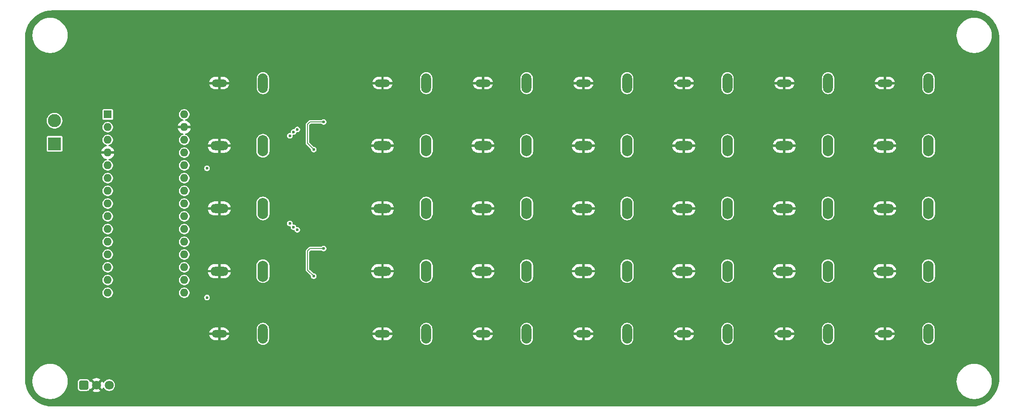
<source format=gbr>
%TF.GenerationSoftware,KiCad,Pcbnew,9.0.3*%
%TF.CreationDate,2025-07-29T17:14:18-05:00*%
%TF.ProjectId,rgb-switch,7267622d-7377-4697-9463-682e6b696361,rev?*%
%TF.SameCoordinates,Original*%
%TF.FileFunction,Copper,L3,Inr*%
%TF.FilePolarity,Positive*%
%FSLAX46Y46*%
G04 Gerber Fmt 4.6, Leading zero omitted, Abs format (unit mm)*
G04 Created by KiCad (PCBNEW 9.0.3) date 2025-07-29 17:14:18*
%MOMM*%
%LPD*%
G01*
G04 APERTURE LIST*
G04 Aperture macros list*
%AMRoundRect*
0 Rectangle with rounded corners*
0 $1 Rounding radius*
0 $2 $3 $4 $5 $6 $7 $8 $9 X,Y pos of 4 corners*
0 Add a 4 corners polygon primitive as box body*
4,1,4,$2,$3,$4,$5,$6,$7,$8,$9,$2,$3,0*
0 Add four circle primitives for the rounded corners*
1,1,$1+$1,$2,$3*
1,1,$1+$1,$4,$5*
1,1,$1+$1,$6,$7*
1,1,$1+$1,$8,$9*
0 Add four rect primitives between the rounded corners*
20,1,$1+$1,$2,$3,$4,$5,0*
20,1,$1+$1,$4,$5,$6,$7,0*
20,1,$1+$1,$6,$7,$8,$9,0*
20,1,$1+$1,$8,$9,$2,$3,0*%
G04 Aperture macros list end*
%TA.AperFunction,ComponentPad*%
%ADD10O,2.100000X4.200000*%
%TD*%
%TA.AperFunction,ComponentPad*%
%ADD11O,3.600000X1.800000*%
%TD*%
%TA.AperFunction,ComponentPad*%
%ADD12O,1.950000X3.900000*%
%TD*%
%TA.AperFunction,ComponentPad*%
%ADD13O,3.016000X1.508000*%
%TD*%
%TA.AperFunction,ComponentPad*%
%ADD14R,2.625000X2.625000*%
%TD*%
%TA.AperFunction,ComponentPad*%
%ADD15C,2.625000*%
%TD*%
%TA.AperFunction,ComponentPad*%
%ADD16RoundRect,0.250200X-0.649800X-0.649800X0.649800X-0.649800X0.649800X0.649800X-0.649800X0.649800X0*%
%TD*%
%TA.AperFunction,ComponentPad*%
%ADD17C,1.800000*%
%TD*%
%TA.AperFunction,ComponentPad*%
%ADD18R,1.600000X1.600000*%
%TD*%
%TA.AperFunction,ComponentPad*%
%ADD19O,1.600000X1.600000*%
%TD*%
%TA.AperFunction,ViaPad*%
%ADD20C,0.600000*%
%TD*%
%TA.AperFunction,Conductor*%
%ADD21C,0.200000*%
%TD*%
G04 APERTURE END LIST*
D10*
%TO.N,/Analog Switching/Component Input 2/L*%
%TO.C,J14*%
X157900000Y-87500000D03*
D11*
%TO.N,GND*%
X149200000Y-87500000D03*
%TD*%
D12*
%TO.N,/Analog Switching/Component Input 6/R*%
%TO.C,J35*%
X237900000Y-75000000D03*
D13*
%TO.N,GND*%
X229200000Y-75000000D03*
%TD*%
D12*
%TO.N,/Analog Switching/Component Input 5/R*%
%TO.C,J30*%
X217900000Y-75000000D03*
D13*
%TO.N,GND*%
X209200000Y-75000000D03*
%TD*%
D14*
%TO.N,Net-(A1-VIN)*%
%TO.C,S1*%
X63910000Y-87100000D03*
D15*
%TO.N,Net-(U8-VO)*%
X63910000Y-82500000D03*
%TD*%
D12*
%TO.N,Net-(C26-Pad2)*%
%TO.C,J26*%
X217900000Y-125000000D03*
D13*
%TO.N,GND*%
X209200000Y-125000000D03*
%TD*%
D10*
%TO.N,Net-(J4-Pad1)*%
%TO.C,J4*%
X105400000Y-87500000D03*
D11*
%TO.N,GND*%
X96700000Y-87500000D03*
%TD*%
D12*
%TO.N,Net-(U1-OUT)*%
%TO.C,J1*%
X105400000Y-125000000D03*
D13*
%TO.N,GND*%
X96700000Y-125000000D03*
%TD*%
D10*
%TO.N,/Analog Switching/Component Input 3/L*%
%TO.C,J19*%
X177900000Y-87500000D03*
D11*
%TO.N,GND*%
X169200000Y-87500000D03*
%TD*%
D10*
%TO.N,/Analog Switching/Component Input 6/L*%
%TO.C,J34*%
X237900000Y-87500000D03*
D11*
%TO.N,GND*%
X229200000Y-87500000D03*
%TD*%
D12*
%TO.N,Net-(C21-Pad2)*%
%TO.C,J21*%
X197900000Y-125000000D03*
D13*
%TO.N,GND*%
X189200000Y-125000000D03*
%TD*%
D12*
%TO.N,Net-(C6-Pad2)*%
%TO.C,J6*%
X137900000Y-125000000D03*
D13*
%TO.N,GND*%
X129200000Y-125000000D03*
%TD*%
D10*
%TO.N,/Analog Switching/Component Input 4/L*%
%TO.C,J24*%
X197900000Y-87500000D03*
D11*
%TO.N,GND*%
X189200000Y-87500000D03*
%TD*%
D12*
%TO.N,Net-(C11-Pad2)*%
%TO.C,J11*%
X157900000Y-125000000D03*
D13*
%TO.N,GND*%
X149200000Y-125000000D03*
%TD*%
D10*
%TO.N,/Analog Switching/Component Input 1/L*%
%TO.C,J9*%
X137900000Y-87500000D03*
D11*
%TO.N,GND*%
X129200000Y-87500000D03*
%TD*%
D10*
%TO.N,Net-(C27-Pad2)*%
%TO.C,J27*%
X217900000Y-112500000D03*
D11*
%TO.N,GND*%
X209200000Y-112500000D03*
%TD*%
D12*
%TO.N,/Analog Switching/Component Input 3/R*%
%TO.C,J20*%
X177900000Y-75000000D03*
D13*
%TO.N,GND*%
X169200000Y-75000000D03*
%TD*%
D10*
%TO.N,Net-(C17-Pad2)*%
%TO.C,J17*%
X177900000Y-112500000D03*
D11*
%TO.N,GND*%
X169200000Y-112500000D03*
%TD*%
D10*
%TO.N,Net-(C22-Pad2)*%
%TO.C,J22*%
X197900000Y-112500000D03*
D11*
%TO.N,GND*%
X189200000Y-112500000D03*
%TD*%
D16*
%TO.N,Net-(A1-D7)*%
%TO.C,U6*%
X69710000Y-135225000D03*
D17*
%TO.N,GND*%
X72250000Y-135225000D03*
%TO.N,/Status LED MUX/3V3*%
X74790000Y-135225000D03*
%TD*%
D10*
%TO.N,Net-(C8-Pad2)*%
%TO.C,J8*%
X137900000Y-100000000D03*
D11*
%TO.N,GND*%
X129200000Y-100000000D03*
%TD*%
D10*
%TO.N,/Analog Switching/Component Input 5/L*%
%TO.C,J29*%
X217900000Y-87500000D03*
D11*
%TO.N,GND*%
X209200000Y-87500000D03*
%TD*%
D10*
%TO.N,Net-(U2-OUT)*%
%TO.C,J2*%
X105400000Y-112500000D03*
D11*
%TO.N,GND*%
X96700000Y-112500000D03*
%TD*%
D10*
%TO.N,Net-(C28-Pad2)*%
%TO.C,J28*%
X217900000Y-100000000D03*
D11*
%TO.N,GND*%
X209200000Y-100000000D03*
%TD*%
D10*
%TO.N,Net-(C32-Pad2)*%
%TO.C,J32*%
X237900000Y-112500000D03*
D11*
%TO.N,GND*%
X229200000Y-112500000D03*
%TD*%
D10*
%TO.N,Net-(C12-Pad2)*%
%TO.C,J12*%
X157900000Y-112500000D03*
D11*
%TO.N,GND*%
X149200000Y-112500000D03*
%TD*%
D12*
%TO.N,/Analog Switching/Component Input 4/R*%
%TO.C,J25*%
X197900000Y-75000000D03*
D13*
%TO.N,GND*%
X189200000Y-75000000D03*
%TD*%
D10*
%TO.N,Net-(C18-Pad2)*%
%TO.C,J18*%
X177900000Y-100000000D03*
D11*
%TO.N,GND*%
X169200000Y-100000000D03*
%TD*%
D10*
%TO.N,Net-(C23-Pad2)*%
%TO.C,J23*%
X197900000Y-100000000D03*
D11*
%TO.N,GND*%
X189200000Y-100000000D03*
%TD*%
D12*
%TO.N,Net-(C16-Pad2)*%
%TO.C,J16*%
X177900000Y-125000000D03*
D13*
%TO.N,GND*%
X169200000Y-125000000D03*
%TD*%
D12*
%TO.N,/Analog Switching/Component Input 2/R*%
%TO.C,J15*%
X157900000Y-75000000D03*
D13*
%TO.N,GND*%
X149200000Y-75000000D03*
%TD*%
D12*
%TO.N,Net-(J5-Pad1)*%
%TO.C,J5*%
X105400000Y-75000000D03*
D13*
%TO.N,GND*%
X96700000Y-75000000D03*
%TD*%
D10*
%TO.N,Net-(C7-Pad2)*%
%TO.C,J7*%
X137900000Y-112500000D03*
D11*
%TO.N,GND*%
X129200000Y-112500000D03*
%TD*%
D12*
%TO.N,Net-(C31-Pad2)*%
%TO.C,J31*%
X237900000Y-125000000D03*
D13*
%TO.N,GND*%
X229200000Y-125000000D03*
%TD*%
D10*
%TO.N,Net-(C33-Pad2)*%
%TO.C,J33*%
X237900000Y-100000000D03*
D11*
%TO.N,GND*%
X229200000Y-100000000D03*
%TD*%
D10*
%TO.N,Net-(U3-OUT)*%
%TO.C,J3*%
X105400000Y-100000000D03*
D11*
%TO.N,GND*%
X96700000Y-100000000D03*
%TD*%
D12*
%TO.N,/Analog Switching/Component Input 1/R*%
%TO.C,J10*%
X137900000Y-75000000D03*
D13*
%TO.N,GND*%
X129200000Y-75000000D03*
%TD*%
D10*
%TO.N,Net-(C13-Pad2)*%
%TO.C,J13*%
X157900000Y-100000000D03*
D11*
%TO.N,GND*%
X149200000Y-100000000D03*
%TD*%
D18*
%TO.N,unconnected-(A1-D1{slash}TX-Pad1)*%
%TO.C,A1*%
X74500000Y-81250000D03*
D19*
%TO.N,unconnected-(A1-D0{slash}RX-Pad2)*%
X74500000Y-83790000D03*
%TO.N,unconnected-(A1-~{RESET}-Pad3)*%
X74500000Y-86330000D03*
%TO.N,GND*%
X74500000Y-88870000D03*
%TO.N,Net-(A1-D2)*%
X74500000Y-91410000D03*
%TO.N,Net-(A1-D3)*%
X74500000Y-93950000D03*
%TO.N,/Analog Switching/CTLA*%
X74500000Y-96490000D03*
%TO.N,/Analog Switching/CTLB*%
X74500000Y-99030000D03*
%TO.N,/Analog Switching/CTLC*%
X74500000Y-101570000D03*
%TO.N,Net-(A1-D7)*%
X74500000Y-104110000D03*
%TO.N,unconnected-(A1-D8-Pad11)*%
X74500000Y-106650000D03*
%TO.N,unconnected-(A1-D9-Pad12)*%
X74500000Y-109190000D03*
%TO.N,unconnected-(A1-D10-Pad13)*%
X74500000Y-111730000D03*
%TO.N,unconnected-(A1-D11-Pad14)*%
X74500000Y-114270000D03*
%TO.N,unconnected-(A1-D12-Pad15)*%
X74500000Y-116810000D03*
%TO.N,unconnected-(A1-D13-Pad16)*%
X89740000Y-116810000D03*
%TO.N,/Status LED MUX/3V3*%
X89740000Y-114270000D03*
%TO.N,unconnected-(A1-AREF-Pad18)*%
X89740000Y-111730000D03*
%TO.N,unconnected-(A1-A0-Pad19)*%
X89740000Y-109190000D03*
%TO.N,unconnected-(A1-A1-Pad20)*%
X89740000Y-106650000D03*
%TO.N,unconnected-(A1-A2-Pad21)*%
X89740000Y-104110000D03*
%TO.N,unconnected-(A1-A3-Pad22)*%
X89740000Y-101570000D03*
%TO.N,unconnected-(A1-A4-Pad23)*%
X89740000Y-99030000D03*
%TO.N,unconnected-(A1-A5-Pad24)*%
X89740000Y-96490000D03*
%TO.N,unconnected-(A1-A6-Pad25)*%
X89740000Y-93950000D03*
%TO.N,unconnected-(A1-A7-Pad26)*%
X89740000Y-91410000D03*
%TO.N,/Analog Switching/5V*%
X89740000Y-88870000D03*
%TO.N,unconnected-(A1-~{RESET}-Pad28)*%
X89740000Y-86330000D03*
%TO.N,GND*%
X89740000Y-83790000D03*
%TO.N,Net-(A1-VIN)*%
X89740000Y-81250000D03*
%TD*%
D20*
%TO.N,/Analog Switching/5V*%
X94250000Y-117750000D03*
X94250000Y-92000000D03*
X117500000Y-108000000D03*
X115500000Y-88250000D03*
X117496375Y-82746375D03*
X115503625Y-113503625D03*
%TO.N,/Analog Switching/CTLC*%
X110750000Y-103000000D03*
X110750000Y-85500000D03*
%TO.N,/Analog Switching/CTLA*%
X112250000Y-104250000D03*
X112250000Y-84250000D03*
%TO.N,/Analog Switching/CTLB*%
X111500000Y-84750000D03*
X111500000Y-103750000D03*
%TD*%
D21*
%TO.N,/Analog Switching/5V*%
X115496375Y-88246375D02*
X114246375Y-86996375D01*
X114746375Y-82746375D02*
X117496375Y-82746375D01*
X114750000Y-108000000D02*
X117500000Y-108000000D01*
X115500000Y-113500000D02*
X114250000Y-112250000D01*
X114246375Y-86996375D02*
X114246375Y-83246375D01*
X114250000Y-108500000D02*
X114750000Y-108000000D01*
X114246375Y-83246375D02*
X114746375Y-82746375D01*
X114250000Y-112250000D02*
X114250000Y-108500000D01*
%TD*%
%TA.AperFunction,Conductor*%
%TO.N,GND*%
G36*
X246502562Y-60500605D02*
G01*
X246949036Y-60519072D01*
X246959209Y-60519915D01*
X247400114Y-60574873D01*
X247410194Y-60576555D01*
X247845042Y-60667733D01*
X247854950Y-60670242D01*
X248280786Y-60797019D01*
X248290454Y-60800338D01*
X248631430Y-60933388D01*
X248704339Y-60961838D01*
X248713724Y-60965954D01*
X249112869Y-61161083D01*
X249121877Y-61165958D01*
X249503544Y-61393383D01*
X249512123Y-61398989D01*
X249873693Y-61657144D01*
X249881775Y-61663435D01*
X250220796Y-61950571D01*
X250228336Y-61957512D01*
X250542487Y-62271663D01*
X250549428Y-62279203D01*
X250836564Y-62618224D01*
X250842859Y-62626312D01*
X251101010Y-62987876D01*
X251106616Y-62996455D01*
X251334041Y-63378122D01*
X251338919Y-63387136D01*
X251534045Y-63786275D01*
X251538161Y-63795660D01*
X251699656Y-64209533D01*
X251702984Y-64219226D01*
X251829753Y-64645036D01*
X251832269Y-64654971D01*
X251923441Y-65089791D01*
X251925128Y-65099900D01*
X251980082Y-65540769D01*
X251980928Y-65550983D01*
X251999394Y-65997437D01*
X251999500Y-66002561D01*
X251999500Y-133997438D01*
X251999394Y-134002562D01*
X251980928Y-134449016D01*
X251980082Y-134459230D01*
X251925128Y-134900099D01*
X251923441Y-134910208D01*
X251832269Y-135345028D01*
X251829753Y-135354963D01*
X251702984Y-135780773D01*
X251699656Y-135790466D01*
X251538161Y-136204339D01*
X251534045Y-136213724D01*
X251338919Y-136612863D01*
X251334041Y-136621877D01*
X251106616Y-137003544D01*
X251101010Y-137012123D01*
X250842859Y-137373687D01*
X250836564Y-137381775D01*
X250549428Y-137720796D01*
X250542487Y-137728336D01*
X250228336Y-138042487D01*
X250220796Y-138049428D01*
X249881775Y-138336564D01*
X249873687Y-138342859D01*
X249512123Y-138601010D01*
X249503544Y-138606616D01*
X249121877Y-138834041D01*
X249112863Y-138838919D01*
X248713724Y-139034045D01*
X248704339Y-139038161D01*
X248290466Y-139199656D01*
X248280773Y-139202984D01*
X247854963Y-139329753D01*
X247845028Y-139332269D01*
X247410208Y-139423441D01*
X247400099Y-139425128D01*
X246959230Y-139480082D01*
X246949016Y-139480928D01*
X246502563Y-139499394D01*
X246497439Y-139499500D01*
X63502561Y-139499500D01*
X63497437Y-139499394D01*
X63050983Y-139480928D01*
X63040769Y-139480082D01*
X62599900Y-139425128D01*
X62589791Y-139423441D01*
X62154971Y-139332269D01*
X62145036Y-139329753D01*
X61719226Y-139202984D01*
X61709533Y-139199656D01*
X61295660Y-139038161D01*
X61286275Y-139034045D01*
X60887136Y-138838919D01*
X60878122Y-138834041D01*
X60496455Y-138606616D01*
X60487876Y-138601010D01*
X60126312Y-138342859D01*
X60118224Y-138336564D01*
X59779203Y-138049428D01*
X59771663Y-138042487D01*
X59457512Y-137728336D01*
X59450571Y-137720796D01*
X59163435Y-137381775D01*
X59157140Y-137373687D01*
X59115248Y-137315014D01*
X58898989Y-137012123D01*
X58893383Y-137003544D01*
X58665958Y-136621877D01*
X58661080Y-136612863D01*
X58648810Y-136587765D01*
X58475128Y-136232490D01*
X58465954Y-136213724D01*
X58461838Y-136204339D01*
X58372154Y-135974501D01*
X58300338Y-135790454D01*
X58297019Y-135780786D01*
X58170242Y-135354950D01*
X58167733Y-135345042D01*
X58076555Y-134910194D01*
X58074873Y-134900114D01*
X58019915Y-134459209D01*
X58019072Y-134449036D01*
X58014067Y-134328031D01*
X59499500Y-134328031D01*
X59499500Y-134359852D01*
X59499500Y-134671969D01*
X59505880Y-134736749D01*
X59533210Y-135014249D01*
X59600308Y-135351572D01*
X59700150Y-135680706D01*
X59831770Y-135998464D01*
X59831772Y-135998469D01*
X59993893Y-136301775D01*
X59993904Y-136301793D01*
X60184975Y-136587751D01*
X60184985Y-136587765D01*
X60403176Y-136853632D01*
X60646367Y-137096823D01*
X60646372Y-137096827D01*
X60646373Y-137096828D01*
X60912240Y-137315019D01*
X61198213Y-137506100D01*
X61198222Y-137506105D01*
X61198224Y-137506106D01*
X61501530Y-137668227D01*
X61501532Y-137668227D01*
X61501538Y-137668231D01*
X61819295Y-137799850D01*
X62148422Y-137899690D01*
X62485750Y-137966789D01*
X62828031Y-138000500D01*
X62828034Y-138000500D01*
X63171966Y-138000500D01*
X63171969Y-138000500D01*
X63514250Y-137966789D01*
X63851578Y-137899690D01*
X64180705Y-137799850D01*
X64498462Y-137668231D01*
X64801787Y-137506100D01*
X65087760Y-137315019D01*
X65353627Y-137096828D01*
X65596828Y-136853627D01*
X65815019Y-136587760D01*
X66006100Y-136301787D01*
X66168231Y-135998462D01*
X66299850Y-135680705D01*
X66399690Y-135351578D01*
X66466789Y-135014250D01*
X66500500Y-134671969D01*
X66500500Y-134527289D01*
X68559500Y-134527289D01*
X68559500Y-135922710D01*
X68565911Y-135982327D01*
X68565912Y-135982332D01*
X68616226Y-136117227D01*
X68616227Y-136117228D01*
X68702511Y-136232489D01*
X68817772Y-136318773D01*
X68817771Y-136318773D01*
X68952667Y-136369087D01*
X68952670Y-136369087D01*
X68952674Y-136369089D01*
X68981691Y-136372208D01*
X69012289Y-136375499D01*
X69012306Y-136375500D01*
X70407694Y-136375500D01*
X70407710Y-136375499D01*
X70434332Y-136372636D01*
X70467326Y-136369089D01*
X70467330Y-136369087D01*
X70467332Y-136369087D01*
X70602228Y-136318773D01*
X70602231Y-136318771D01*
X70640359Y-136290227D01*
X70717489Y-136232489D01*
X70803773Y-136117228D01*
X70846516Y-136002628D01*
X70888388Y-135946696D01*
X70953853Y-135922279D01*
X71022125Y-135937131D01*
X71063017Y-135973079D01*
X71098932Y-136022513D01*
X71807861Y-135313584D01*
X71830667Y-135398694D01*
X71889910Y-135501306D01*
X71973694Y-135585090D01*
X72076306Y-135644333D01*
X72161414Y-135667137D01*
X71452485Y-136376065D01*
X71452485Y-136376066D01*
X71516243Y-136422388D01*
X71712589Y-136522432D01*
X71922164Y-136590526D01*
X72139819Y-136625000D01*
X72360181Y-136625000D01*
X72577835Y-136590526D01*
X72787410Y-136522432D01*
X72983760Y-136422386D01*
X73047513Y-136376066D01*
X73047514Y-136376066D01*
X72338585Y-135667138D01*
X72423694Y-135644333D01*
X72526306Y-135585090D01*
X72610090Y-135501306D01*
X72669333Y-135398694D01*
X72692137Y-135313585D01*
X73401066Y-136022514D01*
X73401066Y-136022513D01*
X73447388Y-135958758D01*
X73549524Y-135758304D01*
X73597498Y-135707507D01*
X73665319Y-135690712D01*
X73731454Y-135713249D01*
X73770493Y-135758302D01*
X73806004Y-135827995D01*
X73912441Y-135974494D01*
X73912445Y-135974499D01*
X74040500Y-136102554D01*
X74040505Y-136102558D01*
X74127184Y-136165533D01*
X74187006Y-136208996D01*
X74292484Y-136262740D01*
X74348360Y-136291211D01*
X74348363Y-136291212D01*
X74434476Y-136319191D01*
X74520591Y-136347171D01*
X74603429Y-136360291D01*
X74699449Y-136375500D01*
X74699454Y-136375500D01*
X74880551Y-136375500D01*
X74967259Y-136361765D01*
X75059409Y-136347171D01*
X75231639Y-136291211D01*
X75392994Y-136208996D01*
X75539501Y-136102553D01*
X75667553Y-135974501D01*
X75773996Y-135827994D01*
X75856211Y-135666639D01*
X75912171Y-135494409D01*
X75934257Y-135354963D01*
X75940500Y-135315551D01*
X75940500Y-135134448D01*
X75924019Y-135030397D01*
X75912171Y-134955591D01*
X75856211Y-134783361D01*
X75856211Y-134783360D01*
X75827740Y-134727484D01*
X75773996Y-134622006D01*
X75705193Y-134527306D01*
X75667558Y-134475505D01*
X75667554Y-134475500D01*
X75539499Y-134347445D01*
X75539494Y-134347441D01*
X75512778Y-134328031D01*
X243499500Y-134328031D01*
X243499500Y-134359852D01*
X243499500Y-134671969D01*
X243505880Y-134736749D01*
X243533210Y-135014249D01*
X243600308Y-135351572D01*
X243700150Y-135680706D01*
X243831770Y-135998464D01*
X243831772Y-135998469D01*
X243993893Y-136301775D01*
X243993904Y-136301793D01*
X244184975Y-136587751D01*
X244184985Y-136587765D01*
X244403176Y-136853632D01*
X244646367Y-137096823D01*
X244646372Y-137096827D01*
X244646373Y-137096828D01*
X244912240Y-137315019D01*
X245198213Y-137506100D01*
X245198222Y-137506105D01*
X245198224Y-137506106D01*
X245501530Y-137668227D01*
X245501532Y-137668227D01*
X245501538Y-137668231D01*
X245819295Y-137799850D01*
X246148422Y-137899690D01*
X246485750Y-137966789D01*
X246828031Y-138000500D01*
X246828034Y-138000500D01*
X247171966Y-138000500D01*
X247171969Y-138000500D01*
X247514250Y-137966789D01*
X247851578Y-137899690D01*
X248180705Y-137799850D01*
X248498462Y-137668231D01*
X248801787Y-137506100D01*
X249087760Y-137315019D01*
X249353627Y-137096828D01*
X249596828Y-136853627D01*
X249815019Y-136587760D01*
X250006100Y-136301787D01*
X250168231Y-135998462D01*
X250299850Y-135680705D01*
X250399690Y-135351578D01*
X250466789Y-135014250D01*
X250500500Y-134671969D01*
X250500500Y-134328031D01*
X250466789Y-133985750D01*
X250399690Y-133648422D01*
X250299850Y-133319295D01*
X250168231Y-133001538D01*
X250078929Y-132834467D01*
X250006106Y-132698224D01*
X250006105Y-132698222D01*
X250006100Y-132698213D01*
X249815019Y-132412240D01*
X249596828Y-132146373D01*
X249596827Y-132146372D01*
X249596823Y-132146367D01*
X249353632Y-131903176D01*
X249087765Y-131684985D01*
X249087764Y-131684984D01*
X249087760Y-131684981D01*
X248801787Y-131493900D01*
X248801782Y-131493897D01*
X248801775Y-131493893D01*
X248498469Y-131331772D01*
X248498464Y-131331770D01*
X248180706Y-131200150D01*
X247851572Y-131100308D01*
X247514248Y-131033210D01*
X247514249Y-131033210D01*
X247256456Y-131007821D01*
X247171969Y-130999500D01*
X246828031Y-130999500D01*
X246749966Y-131007188D01*
X246485750Y-131033210D01*
X246148427Y-131100308D01*
X245819293Y-131200150D01*
X245501535Y-131331770D01*
X245501530Y-131331772D01*
X245198224Y-131493893D01*
X245198206Y-131493904D01*
X244912248Y-131684975D01*
X244912234Y-131684985D01*
X244646367Y-131903176D01*
X244403176Y-132146367D01*
X244184985Y-132412234D01*
X244184975Y-132412248D01*
X243993904Y-132698206D01*
X243993893Y-132698224D01*
X243831772Y-133001530D01*
X243831770Y-133001535D01*
X243700150Y-133319293D01*
X243600308Y-133648427D01*
X243533210Y-133985750D01*
X243510385Y-134217511D01*
X243499500Y-134328031D01*
X75512778Y-134328031D01*
X75392997Y-134241006D01*
X75392996Y-134241005D01*
X75392994Y-134241004D01*
X75341300Y-134214664D01*
X75231639Y-134158788D01*
X75231636Y-134158787D01*
X75059410Y-134102829D01*
X74880551Y-134074500D01*
X74880546Y-134074500D01*
X74699454Y-134074500D01*
X74699449Y-134074500D01*
X74520589Y-134102829D01*
X74348363Y-134158787D01*
X74348360Y-134158788D01*
X74187002Y-134241006D01*
X74040505Y-134347441D01*
X74040500Y-134347445D01*
X73912445Y-134475500D01*
X73912441Y-134475505D01*
X73806004Y-134622004D01*
X73770493Y-134691697D01*
X73722518Y-134742493D01*
X73654697Y-134759287D01*
X73588562Y-134736749D01*
X73549524Y-134691696D01*
X73447388Y-134491243D01*
X73401066Y-134427485D01*
X73401065Y-134427485D01*
X72692137Y-135136413D01*
X72669333Y-135051306D01*
X72610090Y-134948694D01*
X72526306Y-134864910D01*
X72423694Y-134805667D01*
X72338583Y-134782861D01*
X73047513Y-134073932D01*
X72983756Y-134027611D01*
X72787410Y-133927567D01*
X72577835Y-133859473D01*
X72360181Y-133825000D01*
X72139819Y-133825000D01*
X71922164Y-133859473D01*
X71712589Y-133927567D01*
X71516233Y-134027616D01*
X71452485Y-134073931D01*
X71452485Y-134073932D01*
X72161414Y-134782861D01*
X72076306Y-134805667D01*
X71973694Y-134864910D01*
X71889910Y-134948694D01*
X71830667Y-135051306D01*
X71807861Y-135136414D01*
X71098932Y-134427485D01*
X71098931Y-134427485D01*
X71063016Y-134476920D01*
X71007686Y-134519586D01*
X70938073Y-134525565D01*
X70876277Y-134492960D01*
X70846516Y-134447371D01*
X70803773Y-134332772D01*
X70717489Y-134217511D01*
X70602228Y-134131227D01*
X70602226Y-134131226D01*
X70602228Y-134131226D01*
X70467332Y-134080912D01*
X70467327Y-134080911D01*
X70407710Y-134074500D01*
X70407694Y-134074500D01*
X69012306Y-134074500D01*
X69012289Y-134074500D01*
X68952672Y-134080911D01*
X68952667Y-134080912D01*
X68817772Y-134131226D01*
X68702511Y-134217511D01*
X68616226Y-134332772D01*
X68565912Y-134467667D01*
X68565911Y-134467672D01*
X68559500Y-134527289D01*
X66500500Y-134527289D01*
X66500500Y-134328031D01*
X66466789Y-133985750D01*
X66399690Y-133648422D01*
X66299850Y-133319295D01*
X66168231Y-133001538D01*
X66078929Y-132834467D01*
X66006106Y-132698224D01*
X66006105Y-132698222D01*
X66006100Y-132698213D01*
X65815019Y-132412240D01*
X65596828Y-132146373D01*
X65596827Y-132146372D01*
X65596823Y-132146367D01*
X65353632Y-131903176D01*
X65087765Y-131684985D01*
X65087764Y-131684984D01*
X65087760Y-131684981D01*
X64801787Y-131493900D01*
X64801782Y-131493897D01*
X64801775Y-131493893D01*
X64498469Y-131331772D01*
X64498464Y-131331770D01*
X64180706Y-131200150D01*
X63851572Y-131100308D01*
X63514248Y-131033210D01*
X63514249Y-131033210D01*
X63256456Y-131007821D01*
X63171969Y-130999500D01*
X62828031Y-130999500D01*
X62749966Y-131007188D01*
X62485750Y-131033210D01*
X62148427Y-131100308D01*
X61819293Y-131200150D01*
X61501535Y-131331770D01*
X61501530Y-131331772D01*
X61198224Y-131493893D01*
X61198206Y-131493904D01*
X60912248Y-131684975D01*
X60912234Y-131684985D01*
X60646367Y-131903176D01*
X60403176Y-132146367D01*
X60184985Y-132412234D01*
X60184975Y-132412248D01*
X59993904Y-132698206D01*
X59993893Y-132698224D01*
X59831772Y-133001530D01*
X59831770Y-133001535D01*
X59700150Y-133319293D01*
X59600308Y-133648427D01*
X59533210Y-133985750D01*
X59510385Y-134217511D01*
X59499500Y-134328031D01*
X58014067Y-134328031D01*
X58000606Y-134002562D01*
X58000500Y-133997438D01*
X58000500Y-124750000D01*
X94715964Y-124750000D01*
X95516988Y-124750000D01*
X95484075Y-124807007D01*
X95450000Y-124934174D01*
X95450000Y-125065826D01*
X95484075Y-125192993D01*
X95516988Y-125250000D01*
X94715964Y-125250000D01*
X94722876Y-125293642D01*
X94722876Y-125293643D01*
X94783873Y-125481371D01*
X94873485Y-125657242D01*
X94989496Y-125816919D01*
X94989500Y-125816924D01*
X95129075Y-125956499D01*
X95129080Y-125956503D01*
X95288757Y-126072514D01*
X95464626Y-126162126D01*
X95652353Y-126223123D01*
X95847303Y-126254000D01*
X96450000Y-126254000D01*
X96450000Y-125500000D01*
X96950000Y-125500000D01*
X96950000Y-126254000D01*
X97552697Y-126254000D01*
X97747646Y-126223123D01*
X97935373Y-126162126D01*
X98111242Y-126072514D01*
X98270919Y-125956503D01*
X98270924Y-125956499D01*
X98410499Y-125816924D01*
X98410503Y-125816919D01*
X98526514Y-125657242D01*
X98616126Y-125481371D01*
X98677123Y-125293643D01*
X98677123Y-125293642D01*
X98684036Y-125250000D01*
X97883012Y-125250000D01*
X97915925Y-125192993D01*
X97950000Y-125065826D01*
X97950000Y-124934174D01*
X97915925Y-124807007D01*
X97883012Y-124750000D01*
X98684036Y-124750000D01*
X98677123Y-124706357D01*
X98677123Y-124706356D01*
X98616126Y-124518628D01*
X98526514Y-124342757D01*
X98410503Y-124183080D01*
X98410499Y-124183075D01*
X98270924Y-124043500D01*
X98270919Y-124043496D01*
X98244081Y-124023997D01*
X98112709Y-123928551D01*
X104174500Y-123928551D01*
X104174500Y-126071448D01*
X104204675Y-126261969D01*
X104204676Y-126261972D01*
X104264285Y-126445429D01*
X104351859Y-126617302D01*
X104465241Y-126773359D01*
X104601641Y-126909759D01*
X104757698Y-127023141D01*
X104929571Y-127110715D01*
X105113028Y-127170324D01*
X105303551Y-127200500D01*
X105303552Y-127200500D01*
X105496448Y-127200500D01*
X105496449Y-127200500D01*
X105686972Y-127170324D01*
X105870429Y-127110715D01*
X106042302Y-127023141D01*
X106198359Y-126909759D01*
X106334759Y-126773359D01*
X106448141Y-126617302D01*
X106535715Y-126445429D01*
X106595324Y-126261972D01*
X106625500Y-126071449D01*
X106625500Y-124750000D01*
X127215964Y-124750000D01*
X128016988Y-124750000D01*
X127984075Y-124807007D01*
X127950000Y-124934174D01*
X127950000Y-125065826D01*
X127984075Y-125192993D01*
X128016988Y-125250000D01*
X127215964Y-125250000D01*
X127222876Y-125293642D01*
X127222876Y-125293643D01*
X127283873Y-125481371D01*
X127373485Y-125657242D01*
X127489496Y-125816919D01*
X127489500Y-125816924D01*
X127629075Y-125956499D01*
X127629080Y-125956503D01*
X127788757Y-126072514D01*
X127964626Y-126162126D01*
X128152353Y-126223123D01*
X128347303Y-126254000D01*
X128950000Y-126254000D01*
X128950000Y-125500000D01*
X129450000Y-125500000D01*
X129450000Y-126254000D01*
X130052697Y-126254000D01*
X130247646Y-126223123D01*
X130435373Y-126162126D01*
X130611242Y-126072514D01*
X130770919Y-125956503D01*
X130770924Y-125956499D01*
X130910499Y-125816924D01*
X130910503Y-125816919D01*
X131026514Y-125657242D01*
X131116126Y-125481371D01*
X131177123Y-125293643D01*
X131177123Y-125293642D01*
X131184036Y-125250000D01*
X130383012Y-125250000D01*
X130415925Y-125192993D01*
X130450000Y-125065826D01*
X130450000Y-124934174D01*
X130415925Y-124807007D01*
X130383012Y-124750000D01*
X131184036Y-124750000D01*
X131177123Y-124706357D01*
X131177123Y-124706356D01*
X131116126Y-124518628D01*
X131026514Y-124342757D01*
X130910503Y-124183080D01*
X130910499Y-124183075D01*
X130770924Y-124043500D01*
X130770919Y-124043496D01*
X130744081Y-124023997D01*
X130612709Y-123928551D01*
X136674500Y-123928551D01*
X136674500Y-126071448D01*
X136704675Y-126261969D01*
X136704676Y-126261972D01*
X136764285Y-126445429D01*
X136851859Y-126617302D01*
X136965241Y-126773359D01*
X137101641Y-126909759D01*
X137257698Y-127023141D01*
X137429571Y-127110715D01*
X137613028Y-127170324D01*
X137803551Y-127200500D01*
X137803552Y-127200500D01*
X137996448Y-127200500D01*
X137996449Y-127200500D01*
X138186972Y-127170324D01*
X138370429Y-127110715D01*
X138542302Y-127023141D01*
X138698359Y-126909759D01*
X138834759Y-126773359D01*
X138948141Y-126617302D01*
X139035715Y-126445429D01*
X139095324Y-126261972D01*
X139125500Y-126071449D01*
X139125500Y-124750000D01*
X147215964Y-124750000D01*
X148016988Y-124750000D01*
X147984075Y-124807007D01*
X147950000Y-124934174D01*
X147950000Y-125065826D01*
X147984075Y-125192993D01*
X148016988Y-125250000D01*
X147215964Y-125250000D01*
X147222876Y-125293642D01*
X147222876Y-125293643D01*
X147283873Y-125481371D01*
X147373485Y-125657242D01*
X147489496Y-125816919D01*
X147489500Y-125816924D01*
X147629075Y-125956499D01*
X147629080Y-125956503D01*
X147788757Y-126072514D01*
X147964626Y-126162126D01*
X148152353Y-126223123D01*
X148347303Y-126254000D01*
X148950000Y-126254000D01*
X148950000Y-125500000D01*
X149450000Y-125500000D01*
X149450000Y-126254000D01*
X150052697Y-126254000D01*
X150247646Y-126223123D01*
X150435373Y-126162126D01*
X150611242Y-126072514D01*
X150770919Y-125956503D01*
X150770924Y-125956499D01*
X150910499Y-125816924D01*
X150910503Y-125816919D01*
X151026514Y-125657242D01*
X151116126Y-125481371D01*
X151177123Y-125293643D01*
X151177123Y-125293642D01*
X151184036Y-125250000D01*
X150383012Y-125250000D01*
X150415925Y-125192993D01*
X150450000Y-125065826D01*
X150450000Y-124934174D01*
X150415925Y-124807007D01*
X150383012Y-124750000D01*
X151184036Y-124750000D01*
X151177123Y-124706357D01*
X151177123Y-124706356D01*
X151116126Y-124518628D01*
X151026514Y-124342757D01*
X150910503Y-124183080D01*
X150910499Y-124183075D01*
X150770924Y-124043500D01*
X150770919Y-124043496D01*
X150744081Y-124023997D01*
X150612709Y-123928551D01*
X156674500Y-123928551D01*
X156674500Y-126071448D01*
X156704675Y-126261969D01*
X156704676Y-126261972D01*
X156764285Y-126445429D01*
X156851859Y-126617302D01*
X156965241Y-126773359D01*
X157101641Y-126909759D01*
X157257698Y-127023141D01*
X157429571Y-127110715D01*
X157613028Y-127170324D01*
X157803551Y-127200500D01*
X157803552Y-127200500D01*
X157996448Y-127200500D01*
X157996449Y-127200500D01*
X158186972Y-127170324D01*
X158370429Y-127110715D01*
X158542302Y-127023141D01*
X158698359Y-126909759D01*
X158834759Y-126773359D01*
X158948141Y-126617302D01*
X159035715Y-126445429D01*
X159095324Y-126261972D01*
X159125500Y-126071449D01*
X159125500Y-124750000D01*
X167215964Y-124750000D01*
X168016988Y-124750000D01*
X167984075Y-124807007D01*
X167950000Y-124934174D01*
X167950000Y-125065826D01*
X167984075Y-125192993D01*
X168016988Y-125250000D01*
X167215964Y-125250000D01*
X167222876Y-125293642D01*
X167222876Y-125293643D01*
X167283873Y-125481371D01*
X167373485Y-125657242D01*
X167489496Y-125816919D01*
X167489500Y-125816924D01*
X167629075Y-125956499D01*
X167629080Y-125956503D01*
X167788757Y-126072514D01*
X167964626Y-126162126D01*
X168152353Y-126223123D01*
X168347303Y-126254000D01*
X168950000Y-126254000D01*
X168950000Y-125500000D01*
X169450000Y-125500000D01*
X169450000Y-126254000D01*
X170052697Y-126254000D01*
X170247646Y-126223123D01*
X170435373Y-126162126D01*
X170611242Y-126072514D01*
X170770919Y-125956503D01*
X170770924Y-125956499D01*
X170910499Y-125816924D01*
X170910503Y-125816919D01*
X171026514Y-125657242D01*
X171116126Y-125481371D01*
X171177123Y-125293643D01*
X171177123Y-125293642D01*
X171184036Y-125250000D01*
X170383012Y-125250000D01*
X170415925Y-125192993D01*
X170450000Y-125065826D01*
X170450000Y-124934174D01*
X170415925Y-124807007D01*
X170383012Y-124750000D01*
X171184036Y-124750000D01*
X171177123Y-124706357D01*
X171177123Y-124706356D01*
X171116126Y-124518628D01*
X171026514Y-124342757D01*
X170910503Y-124183080D01*
X170910499Y-124183075D01*
X170770924Y-124043500D01*
X170770919Y-124043496D01*
X170744081Y-124023997D01*
X170612709Y-123928551D01*
X176674500Y-123928551D01*
X176674500Y-126071448D01*
X176704675Y-126261969D01*
X176704676Y-126261972D01*
X176764285Y-126445429D01*
X176851859Y-126617302D01*
X176965241Y-126773359D01*
X177101641Y-126909759D01*
X177257698Y-127023141D01*
X177429571Y-127110715D01*
X177613028Y-127170324D01*
X177803551Y-127200500D01*
X177803552Y-127200500D01*
X177996448Y-127200500D01*
X177996449Y-127200500D01*
X178186972Y-127170324D01*
X178370429Y-127110715D01*
X178542302Y-127023141D01*
X178698359Y-126909759D01*
X178834759Y-126773359D01*
X178948141Y-126617302D01*
X179035715Y-126445429D01*
X179095324Y-126261972D01*
X179125500Y-126071449D01*
X179125500Y-124750000D01*
X187215964Y-124750000D01*
X188016988Y-124750000D01*
X187984075Y-124807007D01*
X187950000Y-124934174D01*
X187950000Y-125065826D01*
X187984075Y-125192993D01*
X188016988Y-125250000D01*
X187215964Y-125250000D01*
X187222876Y-125293642D01*
X187222876Y-125293643D01*
X187283873Y-125481371D01*
X187373485Y-125657242D01*
X187489496Y-125816919D01*
X187489500Y-125816924D01*
X187629075Y-125956499D01*
X187629080Y-125956503D01*
X187788757Y-126072514D01*
X187964626Y-126162126D01*
X188152353Y-126223123D01*
X188347303Y-126254000D01*
X188950000Y-126254000D01*
X188950000Y-125500000D01*
X189450000Y-125500000D01*
X189450000Y-126254000D01*
X190052697Y-126254000D01*
X190247646Y-126223123D01*
X190435373Y-126162126D01*
X190611242Y-126072514D01*
X190770919Y-125956503D01*
X190770924Y-125956499D01*
X190910499Y-125816924D01*
X190910503Y-125816919D01*
X191026514Y-125657242D01*
X191116126Y-125481371D01*
X191177123Y-125293643D01*
X191177123Y-125293642D01*
X191184036Y-125250000D01*
X190383012Y-125250000D01*
X190415925Y-125192993D01*
X190450000Y-125065826D01*
X190450000Y-124934174D01*
X190415925Y-124807007D01*
X190383012Y-124750000D01*
X191184036Y-124750000D01*
X191177123Y-124706357D01*
X191177123Y-124706356D01*
X191116126Y-124518628D01*
X191026514Y-124342757D01*
X190910503Y-124183080D01*
X190910499Y-124183075D01*
X190770924Y-124043500D01*
X190770919Y-124043496D01*
X190744081Y-124023997D01*
X190612709Y-123928551D01*
X196674500Y-123928551D01*
X196674500Y-126071448D01*
X196704675Y-126261969D01*
X196704676Y-126261972D01*
X196764285Y-126445429D01*
X196851859Y-126617302D01*
X196965241Y-126773359D01*
X197101641Y-126909759D01*
X197257698Y-127023141D01*
X197429571Y-127110715D01*
X197613028Y-127170324D01*
X197803551Y-127200500D01*
X197803552Y-127200500D01*
X197996448Y-127200500D01*
X197996449Y-127200500D01*
X198186972Y-127170324D01*
X198370429Y-127110715D01*
X198542302Y-127023141D01*
X198698359Y-126909759D01*
X198834759Y-126773359D01*
X198948141Y-126617302D01*
X199035715Y-126445429D01*
X199095324Y-126261972D01*
X199125500Y-126071449D01*
X199125500Y-124750000D01*
X207215964Y-124750000D01*
X208016988Y-124750000D01*
X207984075Y-124807007D01*
X207950000Y-124934174D01*
X207950000Y-125065826D01*
X207984075Y-125192993D01*
X208016988Y-125250000D01*
X207215964Y-125250000D01*
X207222876Y-125293642D01*
X207222876Y-125293643D01*
X207283873Y-125481371D01*
X207373485Y-125657242D01*
X207489496Y-125816919D01*
X207489500Y-125816924D01*
X207629075Y-125956499D01*
X207629080Y-125956503D01*
X207788757Y-126072514D01*
X207964626Y-126162126D01*
X208152353Y-126223123D01*
X208347303Y-126254000D01*
X208950000Y-126254000D01*
X208950000Y-125500000D01*
X209450000Y-125500000D01*
X209450000Y-126254000D01*
X210052697Y-126254000D01*
X210247646Y-126223123D01*
X210435373Y-126162126D01*
X210611242Y-126072514D01*
X210770919Y-125956503D01*
X210770924Y-125956499D01*
X210910499Y-125816924D01*
X210910503Y-125816919D01*
X211026514Y-125657242D01*
X211116126Y-125481371D01*
X211177123Y-125293643D01*
X211177123Y-125293642D01*
X211184036Y-125250000D01*
X210383012Y-125250000D01*
X210415925Y-125192993D01*
X210450000Y-125065826D01*
X210450000Y-124934174D01*
X210415925Y-124807007D01*
X210383012Y-124750000D01*
X211184036Y-124750000D01*
X211177123Y-124706357D01*
X211177123Y-124706356D01*
X211116126Y-124518628D01*
X211026514Y-124342757D01*
X210910503Y-124183080D01*
X210910499Y-124183075D01*
X210770924Y-124043500D01*
X210770919Y-124043496D01*
X210744081Y-124023997D01*
X210612709Y-123928551D01*
X216674500Y-123928551D01*
X216674500Y-126071448D01*
X216704675Y-126261969D01*
X216704676Y-126261972D01*
X216764285Y-126445429D01*
X216851859Y-126617302D01*
X216965241Y-126773359D01*
X217101641Y-126909759D01*
X217257698Y-127023141D01*
X217429571Y-127110715D01*
X217613028Y-127170324D01*
X217803551Y-127200500D01*
X217803552Y-127200500D01*
X217996448Y-127200500D01*
X217996449Y-127200500D01*
X218186972Y-127170324D01*
X218370429Y-127110715D01*
X218542302Y-127023141D01*
X218698359Y-126909759D01*
X218834759Y-126773359D01*
X218948141Y-126617302D01*
X219035715Y-126445429D01*
X219095324Y-126261972D01*
X219125500Y-126071449D01*
X219125500Y-124750000D01*
X227215964Y-124750000D01*
X228016988Y-124750000D01*
X227984075Y-124807007D01*
X227950000Y-124934174D01*
X227950000Y-125065826D01*
X227984075Y-125192993D01*
X228016988Y-125250000D01*
X227215964Y-125250000D01*
X227222876Y-125293642D01*
X227222876Y-125293643D01*
X227283873Y-125481371D01*
X227373485Y-125657242D01*
X227489496Y-125816919D01*
X227489500Y-125816924D01*
X227629075Y-125956499D01*
X227629080Y-125956503D01*
X227788757Y-126072514D01*
X227964626Y-126162126D01*
X228152353Y-126223123D01*
X228347303Y-126254000D01*
X228950000Y-126254000D01*
X228950000Y-125500000D01*
X229450000Y-125500000D01*
X229450000Y-126254000D01*
X230052697Y-126254000D01*
X230247646Y-126223123D01*
X230435373Y-126162126D01*
X230611242Y-126072514D01*
X230770919Y-125956503D01*
X230770924Y-125956499D01*
X230910499Y-125816924D01*
X230910503Y-125816919D01*
X231026514Y-125657242D01*
X231116126Y-125481371D01*
X231177123Y-125293643D01*
X231177123Y-125293642D01*
X231184036Y-125250000D01*
X230383012Y-125250000D01*
X230415925Y-125192993D01*
X230450000Y-125065826D01*
X230450000Y-124934174D01*
X230415925Y-124807007D01*
X230383012Y-124750000D01*
X231184036Y-124750000D01*
X231177123Y-124706357D01*
X231177123Y-124706356D01*
X231116126Y-124518628D01*
X231026514Y-124342757D01*
X230910503Y-124183080D01*
X230910499Y-124183075D01*
X230770924Y-124043500D01*
X230770919Y-124043496D01*
X230744081Y-124023997D01*
X230612709Y-123928551D01*
X236674500Y-123928551D01*
X236674500Y-126071448D01*
X236704675Y-126261969D01*
X236704676Y-126261972D01*
X236764285Y-126445429D01*
X236851859Y-126617302D01*
X236965241Y-126773359D01*
X237101641Y-126909759D01*
X237257698Y-127023141D01*
X237429571Y-127110715D01*
X237613028Y-127170324D01*
X237803551Y-127200500D01*
X237803552Y-127200500D01*
X237996448Y-127200500D01*
X237996449Y-127200500D01*
X238186972Y-127170324D01*
X238370429Y-127110715D01*
X238542302Y-127023141D01*
X238698359Y-126909759D01*
X238834759Y-126773359D01*
X238948141Y-126617302D01*
X239035715Y-126445429D01*
X239095324Y-126261972D01*
X239125500Y-126071449D01*
X239125500Y-123928551D01*
X239095324Y-123738028D01*
X239035715Y-123554571D01*
X238948141Y-123382698D01*
X238834759Y-123226641D01*
X238698359Y-123090241D01*
X238542302Y-122976859D01*
X238370429Y-122889285D01*
X238186972Y-122829676D01*
X238186970Y-122829675D01*
X238186969Y-122829675D01*
X238040614Y-122806495D01*
X237996449Y-122799500D01*
X237803551Y-122799500D01*
X237767697Y-122805178D01*
X237613030Y-122829675D01*
X237429568Y-122889286D01*
X237257697Y-122976859D01*
X237168661Y-123041547D01*
X237101641Y-123090241D01*
X237101639Y-123090243D01*
X237101638Y-123090243D01*
X236965243Y-123226638D01*
X236965243Y-123226639D01*
X236965241Y-123226641D01*
X236916547Y-123293661D01*
X236851859Y-123382697D01*
X236764286Y-123554568D01*
X236704675Y-123738030D01*
X236674500Y-123928551D01*
X230612709Y-123928551D01*
X230611242Y-123927485D01*
X230435373Y-123837873D01*
X230247646Y-123776876D01*
X230052697Y-123746000D01*
X229450000Y-123746000D01*
X229450000Y-124500000D01*
X228950000Y-124500000D01*
X228950000Y-123746000D01*
X228347303Y-123746000D01*
X228152353Y-123776876D01*
X227964626Y-123837873D01*
X227788757Y-123927485D01*
X227629080Y-124043496D01*
X227629075Y-124043500D01*
X227489500Y-124183075D01*
X227489496Y-124183080D01*
X227373485Y-124342757D01*
X227283873Y-124518628D01*
X227222876Y-124706356D01*
X227222876Y-124706357D01*
X227215964Y-124750000D01*
X219125500Y-124750000D01*
X219125500Y-123928551D01*
X219095324Y-123738028D01*
X219035715Y-123554571D01*
X218948141Y-123382698D01*
X218834759Y-123226641D01*
X218698359Y-123090241D01*
X218542302Y-122976859D01*
X218370429Y-122889285D01*
X218186972Y-122829676D01*
X218186970Y-122829675D01*
X218186969Y-122829675D01*
X218040614Y-122806495D01*
X217996449Y-122799500D01*
X217803551Y-122799500D01*
X217767697Y-122805178D01*
X217613030Y-122829675D01*
X217429568Y-122889286D01*
X217257697Y-122976859D01*
X217168661Y-123041547D01*
X217101641Y-123090241D01*
X217101639Y-123090243D01*
X217101638Y-123090243D01*
X216965243Y-123226638D01*
X216965243Y-123226639D01*
X216965241Y-123226641D01*
X216916547Y-123293661D01*
X216851859Y-123382697D01*
X216764286Y-123554568D01*
X216704675Y-123738030D01*
X216674500Y-123928551D01*
X210612709Y-123928551D01*
X210611242Y-123927485D01*
X210435373Y-123837873D01*
X210247646Y-123776876D01*
X210052697Y-123746000D01*
X209450000Y-123746000D01*
X209450000Y-124500000D01*
X208950000Y-124500000D01*
X208950000Y-123746000D01*
X208347303Y-123746000D01*
X208152353Y-123776876D01*
X207964626Y-123837873D01*
X207788757Y-123927485D01*
X207629080Y-124043496D01*
X207629075Y-124043500D01*
X207489500Y-124183075D01*
X207489496Y-124183080D01*
X207373485Y-124342757D01*
X207283873Y-124518628D01*
X207222876Y-124706356D01*
X207222876Y-124706357D01*
X207215964Y-124750000D01*
X199125500Y-124750000D01*
X199125500Y-123928551D01*
X199095324Y-123738028D01*
X199035715Y-123554571D01*
X198948141Y-123382698D01*
X198834759Y-123226641D01*
X198698359Y-123090241D01*
X198542302Y-122976859D01*
X198370429Y-122889285D01*
X198186972Y-122829676D01*
X198186970Y-122829675D01*
X198186969Y-122829675D01*
X198040614Y-122806495D01*
X197996449Y-122799500D01*
X197803551Y-122799500D01*
X197767697Y-122805178D01*
X197613030Y-122829675D01*
X197429568Y-122889286D01*
X197257697Y-122976859D01*
X197168661Y-123041547D01*
X197101641Y-123090241D01*
X197101639Y-123090243D01*
X197101638Y-123090243D01*
X196965243Y-123226638D01*
X196965243Y-123226639D01*
X196965241Y-123226641D01*
X196916547Y-123293661D01*
X196851859Y-123382697D01*
X196764286Y-123554568D01*
X196704675Y-123738030D01*
X196674500Y-123928551D01*
X190612709Y-123928551D01*
X190611242Y-123927485D01*
X190435373Y-123837873D01*
X190247646Y-123776876D01*
X190052697Y-123746000D01*
X189450000Y-123746000D01*
X189450000Y-124500000D01*
X188950000Y-124500000D01*
X188950000Y-123746000D01*
X188347303Y-123746000D01*
X188152353Y-123776876D01*
X187964626Y-123837873D01*
X187788757Y-123927485D01*
X187629080Y-124043496D01*
X187629075Y-124043500D01*
X187489500Y-124183075D01*
X187489496Y-124183080D01*
X187373485Y-124342757D01*
X187283873Y-124518628D01*
X187222876Y-124706356D01*
X187222876Y-124706357D01*
X187215964Y-124750000D01*
X179125500Y-124750000D01*
X179125500Y-123928551D01*
X179095324Y-123738028D01*
X179035715Y-123554571D01*
X178948141Y-123382698D01*
X178834759Y-123226641D01*
X178698359Y-123090241D01*
X178542302Y-122976859D01*
X178370429Y-122889285D01*
X178186972Y-122829676D01*
X178186970Y-122829675D01*
X178186969Y-122829675D01*
X178040614Y-122806495D01*
X177996449Y-122799500D01*
X177803551Y-122799500D01*
X177767697Y-122805178D01*
X177613030Y-122829675D01*
X177429568Y-122889286D01*
X177257697Y-122976859D01*
X177168661Y-123041547D01*
X177101641Y-123090241D01*
X177101639Y-123090243D01*
X177101638Y-123090243D01*
X176965243Y-123226638D01*
X176965243Y-123226639D01*
X176965241Y-123226641D01*
X176916547Y-123293661D01*
X176851859Y-123382697D01*
X176764286Y-123554568D01*
X176704675Y-123738030D01*
X176674500Y-123928551D01*
X170612709Y-123928551D01*
X170611242Y-123927485D01*
X170435373Y-123837873D01*
X170247646Y-123776876D01*
X170052697Y-123746000D01*
X169450000Y-123746000D01*
X169450000Y-124500000D01*
X168950000Y-124500000D01*
X168950000Y-123746000D01*
X168347303Y-123746000D01*
X168152353Y-123776876D01*
X167964626Y-123837873D01*
X167788757Y-123927485D01*
X167629080Y-124043496D01*
X167629075Y-124043500D01*
X167489500Y-124183075D01*
X167489496Y-124183080D01*
X167373485Y-124342757D01*
X167283873Y-124518628D01*
X167222876Y-124706356D01*
X167222876Y-124706357D01*
X167215964Y-124750000D01*
X159125500Y-124750000D01*
X159125500Y-123928551D01*
X159095324Y-123738028D01*
X159035715Y-123554571D01*
X158948141Y-123382698D01*
X158834759Y-123226641D01*
X158698359Y-123090241D01*
X158542302Y-122976859D01*
X158370429Y-122889285D01*
X158186972Y-122829676D01*
X158186970Y-122829675D01*
X158186969Y-122829675D01*
X158040614Y-122806495D01*
X157996449Y-122799500D01*
X157803551Y-122799500D01*
X157767697Y-122805178D01*
X157613030Y-122829675D01*
X157429568Y-122889286D01*
X157257697Y-122976859D01*
X157168661Y-123041547D01*
X157101641Y-123090241D01*
X157101639Y-123090243D01*
X157101638Y-123090243D01*
X156965243Y-123226638D01*
X156965243Y-123226639D01*
X156965241Y-123226641D01*
X156916547Y-123293661D01*
X156851859Y-123382697D01*
X156764286Y-123554568D01*
X156704675Y-123738030D01*
X156674500Y-123928551D01*
X150612709Y-123928551D01*
X150611242Y-123927485D01*
X150435373Y-123837873D01*
X150247646Y-123776876D01*
X150052697Y-123746000D01*
X149450000Y-123746000D01*
X149450000Y-124500000D01*
X148950000Y-124500000D01*
X148950000Y-123746000D01*
X148347303Y-123746000D01*
X148152353Y-123776876D01*
X147964626Y-123837873D01*
X147788757Y-123927485D01*
X147629080Y-124043496D01*
X147629075Y-124043500D01*
X147489500Y-124183075D01*
X147489496Y-124183080D01*
X147373485Y-124342757D01*
X147283873Y-124518628D01*
X147222876Y-124706356D01*
X147222876Y-124706357D01*
X147215964Y-124750000D01*
X139125500Y-124750000D01*
X139125500Y-123928551D01*
X139095324Y-123738028D01*
X139035715Y-123554571D01*
X138948141Y-123382698D01*
X138834759Y-123226641D01*
X138698359Y-123090241D01*
X138542302Y-122976859D01*
X138370429Y-122889285D01*
X138186972Y-122829676D01*
X138186970Y-122829675D01*
X138186969Y-122829675D01*
X138040614Y-122806495D01*
X137996449Y-122799500D01*
X137803551Y-122799500D01*
X137767697Y-122805178D01*
X137613030Y-122829675D01*
X137429568Y-122889286D01*
X137257697Y-122976859D01*
X137168661Y-123041547D01*
X137101641Y-123090241D01*
X137101639Y-123090243D01*
X137101638Y-123090243D01*
X136965243Y-123226638D01*
X136965243Y-123226639D01*
X136965241Y-123226641D01*
X136916547Y-123293661D01*
X136851859Y-123382697D01*
X136764286Y-123554568D01*
X136704675Y-123738030D01*
X136674500Y-123928551D01*
X130612709Y-123928551D01*
X130611242Y-123927485D01*
X130435373Y-123837873D01*
X130247646Y-123776876D01*
X130052697Y-123746000D01*
X129450000Y-123746000D01*
X129450000Y-124500000D01*
X128950000Y-124500000D01*
X128950000Y-123746000D01*
X128347303Y-123746000D01*
X128152353Y-123776876D01*
X127964626Y-123837873D01*
X127788757Y-123927485D01*
X127629080Y-124043496D01*
X127629075Y-124043500D01*
X127489500Y-124183075D01*
X127489496Y-124183080D01*
X127373485Y-124342757D01*
X127283873Y-124518628D01*
X127222876Y-124706356D01*
X127222876Y-124706357D01*
X127215964Y-124750000D01*
X106625500Y-124750000D01*
X106625500Y-123928551D01*
X106595324Y-123738028D01*
X106535715Y-123554571D01*
X106448141Y-123382698D01*
X106334759Y-123226641D01*
X106198359Y-123090241D01*
X106042302Y-122976859D01*
X105870429Y-122889285D01*
X105686972Y-122829676D01*
X105686970Y-122829675D01*
X105686969Y-122829675D01*
X105540614Y-122806495D01*
X105496449Y-122799500D01*
X105303551Y-122799500D01*
X105267697Y-122805178D01*
X105113030Y-122829675D01*
X104929568Y-122889286D01*
X104757697Y-122976859D01*
X104668661Y-123041547D01*
X104601641Y-123090241D01*
X104601639Y-123090243D01*
X104601638Y-123090243D01*
X104465243Y-123226638D01*
X104465243Y-123226639D01*
X104465241Y-123226641D01*
X104416547Y-123293661D01*
X104351859Y-123382697D01*
X104264286Y-123554568D01*
X104204675Y-123738030D01*
X104174500Y-123928551D01*
X98112709Y-123928551D01*
X98111242Y-123927485D01*
X97935373Y-123837873D01*
X97747646Y-123776876D01*
X97552697Y-123746000D01*
X96950000Y-123746000D01*
X96950000Y-124500000D01*
X96450000Y-124500000D01*
X96450000Y-123746000D01*
X95847303Y-123746000D01*
X95652353Y-123776876D01*
X95464626Y-123837873D01*
X95288757Y-123927485D01*
X95129080Y-124043496D01*
X95129075Y-124043500D01*
X94989500Y-124183075D01*
X94989496Y-124183080D01*
X94873485Y-124342757D01*
X94783873Y-124518628D01*
X94722876Y-124706356D01*
X94722876Y-124706357D01*
X94715964Y-124750000D01*
X58000500Y-124750000D01*
X58000500Y-116706530D01*
X73449500Y-116706530D01*
X73449500Y-116913469D01*
X73489868Y-117116412D01*
X73489870Y-117116420D01*
X73569059Y-117307598D01*
X73626541Y-117393626D01*
X73684024Y-117479657D01*
X73830342Y-117625975D01*
X73830345Y-117625977D01*
X74002402Y-117740941D01*
X74193580Y-117820130D01*
X74396530Y-117860499D01*
X74396534Y-117860500D01*
X74396535Y-117860500D01*
X74603466Y-117860500D01*
X74603467Y-117860499D01*
X74806420Y-117820130D01*
X74997598Y-117740941D01*
X75169655Y-117625977D01*
X75315977Y-117479655D01*
X75430941Y-117307598D01*
X75510130Y-117116420D01*
X75550500Y-116913465D01*
X75550500Y-116706535D01*
X75550499Y-116706530D01*
X88689500Y-116706530D01*
X88689500Y-116913469D01*
X88729868Y-117116412D01*
X88729870Y-117116420D01*
X88809059Y-117307598D01*
X88866541Y-117393626D01*
X88924024Y-117479657D01*
X89070342Y-117625975D01*
X89070345Y-117625977D01*
X89242402Y-117740941D01*
X89433580Y-117820130D01*
X89636530Y-117860499D01*
X89636534Y-117860500D01*
X89636535Y-117860500D01*
X89843466Y-117860500D01*
X89843467Y-117860499D01*
X90046420Y-117820130D01*
X90237598Y-117740941D01*
X90332507Y-117677525D01*
X93699500Y-117677525D01*
X93699500Y-117822475D01*
X93737016Y-117962485D01*
X93737017Y-117962488D01*
X93809488Y-118088011D01*
X93809490Y-118088013D01*
X93809491Y-118088015D01*
X93911985Y-118190509D01*
X93911986Y-118190510D01*
X93911988Y-118190511D01*
X94037511Y-118262982D01*
X94037512Y-118262982D01*
X94037515Y-118262984D01*
X94177525Y-118300500D01*
X94177528Y-118300500D01*
X94322472Y-118300500D01*
X94322475Y-118300500D01*
X94462485Y-118262984D01*
X94588015Y-118190509D01*
X94690509Y-118088015D01*
X94762984Y-117962485D01*
X94800500Y-117822475D01*
X94800500Y-117677525D01*
X94762984Y-117537515D01*
X94729578Y-117479655D01*
X94690511Y-117411988D01*
X94690506Y-117411982D01*
X94588017Y-117309493D01*
X94588011Y-117309488D01*
X94462488Y-117237017D01*
X94462489Y-117237017D01*
X94451006Y-117233940D01*
X94322475Y-117199500D01*
X94177525Y-117199500D01*
X94048993Y-117233940D01*
X94037511Y-117237017D01*
X93911988Y-117309488D01*
X93911982Y-117309493D01*
X93809493Y-117411982D01*
X93809488Y-117411988D01*
X93737017Y-117537511D01*
X93737016Y-117537515D01*
X93699500Y-117677525D01*
X90332507Y-117677525D01*
X90409655Y-117625977D01*
X90409658Y-117625974D01*
X90453916Y-117581717D01*
X90555974Y-117479658D01*
X90555975Y-117479657D01*
X90555977Y-117479655D01*
X90670941Y-117307598D01*
X90750130Y-117116420D01*
X90790500Y-116913465D01*
X90790500Y-116706535D01*
X90750130Y-116503580D01*
X90670941Y-116312402D01*
X90555977Y-116140345D01*
X90555975Y-116140342D01*
X90409657Y-115994024D01*
X90323626Y-115936541D01*
X90237598Y-115879059D01*
X90046420Y-115799870D01*
X90046412Y-115799868D01*
X89843469Y-115759500D01*
X89843465Y-115759500D01*
X89636535Y-115759500D01*
X89636530Y-115759500D01*
X89433587Y-115799868D01*
X89433579Y-115799870D01*
X89242403Y-115879058D01*
X89070342Y-115994024D01*
X88924024Y-116140342D01*
X88809058Y-116312403D01*
X88729870Y-116503579D01*
X88729868Y-116503587D01*
X88689500Y-116706530D01*
X75550499Y-116706530D01*
X75510130Y-116503580D01*
X75430941Y-116312402D01*
X75315977Y-116140345D01*
X75315975Y-116140342D01*
X75169657Y-115994024D01*
X75083626Y-115936541D01*
X74997598Y-115879059D01*
X74806420Y-115799870D01*
X74806412Y-115799868D01*
X74603469Y-115759500D01*
X74603465Y-115759500D01*
X74396535Y-115759500D01*
X74396530Y-115759500D01*
X74193587Y-115799868D01*
X74193579Y-115799870D01*
X74002403Y-115879058D01*
X73830342Y-115994024D01*
X73684024Y-116140342D01*
X73569058Y-116312403D01*
X73489870Y-116503579D01*
X73489868Y-116503587D01*
X73449500Y-116706530D01*
X58000500Y-116706530D01*
X58000500Y-114166530D01*
X73449500Y-114166530D01*
X73449500Y-114373469D01*
X73489868Y-114576412D01*
X73489870Y-114576420D01*
X73569058Y-114767596D01*
X73684024Y-114939657D01*
X73830342Y-115085975D01*
X73830345Y-115085977D01*
X74002402Y-115200941D01*
X74193580Y-115280130D01*
X74396530Y-115320499D01*
X74396534Y-115320500D01*
X74396535Y-115320500D01*
X74603466Y-115320500D01*
X74603467Y-115320499D01*
X74806420Y-115280130D01*
X74997598Y-115200941D01*
X75169655Y-115085977D01*
X75315977Y-114939655D01*
X75430941Y-114767598D01*
X75510130Y-114576420D01*
X75550500Y-114373465D01*
X75550500Y-114166535D01*
X75550499Y-114166530D01*
X88689500Y-114166530D01*
X88689500Y-114373469D01*
X88729868Y-114576412D01*
X88729870Y-114576420D01*
X88809058Y-114767596D01*
X88924024Y-114939657D01*
X89070342Y-115085975D01*
X89070345Y-115085977D01*
X89242402Y-115200941D01*
X89433580Y-115280130D01*
X89636530Y-115320499D01*
X89636534Y-115320500D01*
X89636535Y-115320500D01*
X89843466Y-115320500D01*
X89843467Y-115320499D01*
X90046420Y-115280130D01*
X90237598Y-115200941D01*
X90409655Y-115085977D01*
X90555977Y-114939655D01*
X90670941Y-114767598D01*
X90750130Y-114576420D01*
X90790500Y-114373465D01*
X90790500Y-114166535D01*
X90750130Y-113963580D01*
X90670941Y-113772402D01*
X90555977Y-113600345D01*
X90555975Y-113600342D01*
X90409657Y-113454024D01*
X90323626Y-113396541D01*
X90237598Y-113339059D01*
X90121902Y-113291136D01*
X90046420Y-113259870D01*
X90046412Y-113259868D01*
X89843469Y-113219500D01*
X89843465Y-113219500D01*
X89636535Y-113219500D01*
X89636530Y-113219500D01*
X89433587Y-113259868D01*
X89433579Y-113259870D01*
X89242403Y-113339058D01*
X89070342Y-113454024D01*
X88924024Y-113600342D01*
X88809058Y-113772403D01*
X88729870Y-113963579D01*
X88729868Y-113963587D01*
X88689500Y-114166530D01*
X75550499Y-114166530D01*
X75510130Y-113963580D01*
X75430941Y-113772402D01*
X75315977Y-113600345D01*
X75315975Y-113600342D01*
X75169657Y-113454024D01*
X75083626Y-113396541D01*
X74997598Y-113339059D01*
X74881902Y-113291136D01*
X74806420Y-113259870D01*
X74806412Y-113259868D01*
X74603469Y-113219500D01*
X74603465Y-113219500D01*
X74396535Y-113219500D01*
X74396530Y-113219500D01*
X74193587Y-113259868D01*
X74193579Y-113259870D01*
X74002403Y-113339058D01*
X73830342Y-113454024D01*
X73684024Y-113600342D01*
X73569058Y-113772403D01*
X73489870Y-113963579D01*
X73489868Y-113963587D01*
X73449500Y-114166530D01*
X58000500Y-114166530D01*
X58000500Y-111626530D01*
X73449500Y-111626530D01*
X73449500Y-111833469D01*
X73489868Y-112036412D01*
X73489870Y-112036420D01*
X73518201Y-112104818D01*
X73569059Y-112227598D01*
X73614859Y-112296143D01*
X73684024Y-112399657D01*
X73830342Y-112545975D01*
X73830345Y-112545977D01*
X74002402Y-112660941D01*
X74193580Y-112740130D01*
X74396530Y-112780499D01*
X74396534Y-112780500D01*
X74396535Y-112780500D01*
X74603466Y-112780500D01*
X74603467Y-112780499D01*
X74806420Y-112740130D01*
X74997598Y-112660941D01*
X75169655Y-112545977D01*
X75315977Y-112399655D01*
X75430941Y-112227598D01*
X75510130Y-112036420D01*
X75550500Y-111833465D01*
X75550500Y-111626535D01*
X75550499Y-111626530D01*
X88689500Y-111626530D01*
X88689500Y-111833469D01*
X88729868Y-112036412D01*
X88729870Y-112036420D01*
X88758201Y-112104818D01*
X88809059Y-112227598D01*
X88854859Y-112296143D01*
X88924024Y-112399657D01*
X89070342Y-112545975D01*
X89070345Y-112545977D01*
X89242402Y-112660941D01*
X89433580Y-112740130D01*
X89636530Y-112780499D01*
X89636534Y-112780500D01*
X89636535Y-112780500D01*
X89843466Y-112780500D01*
X89843467Y-112780499D01*
X90046420Y-112740130D01*
X90237598Y-112660941D01*
X90409655Y-112545977D01*
X90555977Y-112399655D01*
X90655973Y-112250000D01*
X94422145Y-112250000D01*
X95516988Y-112250000D01*
X95484075Y-112307007D01*
X95450000Y-112434174D01*
X95450000Y-112565826D01*
X95484075Y-112692993D01*
X95516988Y-112750000D01*
X94422145Y-112750000D01*
X94434473Y-112827835D01*
X94434473Y-112827838D01*
X94502567Y-113037410D01*
X94602613Y-113233760D01*
X94732142Y-113412041D01*
X94887958Y-113567857D01*
X95066239Y-113697386D01*
X95262589Y-113797432D01*
X95472164Y-113865526D01*
X95689819Y-113900000D01*
X96450000Y-113900000D01*
X96450000Y-113000000D01*
X96950000Y-113000000D01*
X96950000Y-113900000D01*
X97710181Y-113900000D01*
X97927835Y-113865526D01*
X98137410Y-113797432D01*
X98333760Y-113697386D01*
X98512041Y-113567857D01*
X98667857Y-113412041D01*
X98797386Y-113233760D01*
X98897432Y-113037410D01*
X98965526Y-112827838D01*
X98965526Y-112827835D01*
X98977855Y-112750000D01*
X97883012Y-112750000D01*
X97915925Y-112692993D01*
X97950000Y-112565826D01*
X97950000Y-112434174D01*
X97915925Y-112307007D01*
X97883012Y-112250000D01*
X98977855Y-112250000D01*
X98965526Y-112172164D01*
X98965526Y-112172161D01*
X98897432Y-111962589D01*
X98797386Y-111766239D01*
X98667857Y-111587958D01*
X98512041Y-111432142D01*
X98395745Y-111347648D01*
X104099500Y-111347648D01*
X104099500Y-113652351D01*
X104131522Y-113854534D01*
X104194781Y-114049223D01*
X104287715Y-114231613D01*
X104408028Y-114397213D01*
X104552786Y-114541971D01*
X104707749Y-114654556D01*
X104718390Y-114662287D01*
X104834607Y-114721503D01*
X104900776Y-114755218D01*
X104900778Y-114755218D01*
X104900781Y-114755220D01*
X104938877Y-114767598D01*
X105095465Y-114818477D01*
X105196557Y-114834488D01*
X105297648Y-114850500D01*
X105297649Y-114850500D01*
X105502351Y-114850500D01*
X105502352Y-114850500D01*
X105704534Y-114818477D01*
X105899219Y-114755220D01*
X106081610Y-114662287D01*
X106199808Y-114576412D01*
X106247213Y-114541971D01*
X106247215Y-114541968D01*
X106247219Y-114541966D01*
X106391966Y-114397219D01*
X106391968Y-114397215D01*
X106391971Y-114397213D01*
X106444732Y-114324590D01*
X106512287Y-114231610D01*
X106605220Y-114049219D01*
X106668477Y-113854534D01*
X106700500Y-113652352D01*
X106700500Y-111347648D01*
X106668477Y-111145466D01*
X106605220Y-110950781D01*
X106605218Y-110950778D01*
X106605218Y-110950776D01*
X106571503Y-110884607D01*
X106512287Y-110768390D01*
X106504556Y-110757749D01*
X106391971Y-110602786D01*
X106247213Y-110458028D01*
X106081613Y-110337715D01*
X106081612Y-110337714D01*
X106081610Y-110337713D01*
X106024653Y-110308691D01*
X105899223Y-110244781D01*
X105704534Y-110181522D01*
X105529995Y-110153878D01*
X105502352Y-110149500D01*
X105297648Y-110149500D01*
X105273329Y-110153351D01*
X105095465Y-110181522D01*
X104900776Y-110244781D01*
X104718386Y-110337715D01*
X104552786Y-110458028D01*
X104408028Y-110602786D01*
X104287715Y-110768386D01*
X104194781Y-110950776D01*
X104131522Y-111145465D01*
X104099500Y-111347648D01*
X98395745Y-111347648D01*
X98333760Y-111302613D01*
X98137410Y-111202567D01*
X97927835Y-111134473D01*
X97710181Y-111100000D01*
X96950000Y-111100000D01*
X96950000Y-112000000D01*
X96450000Y-112000000D01*
X96450000Y-111100000D01*
X95689819Y-111100000D01*
X95472164Y-111134473D01*
X95262589Y-111202567D01*
X95066239Y-111302613D01*
X94887958Y-111432142D01*
X94732142Y-111587958D01*
X94602613Y-111766239D01*
X94502567Y-111962589D01*
X94434473Y-112172161D01*
X94434473Y-112172164D01*
X94422145Y-112250000D01*
X90655973Y-112250000D01*
X90670941Y-112227598D01*
X90750130Y-112036420D01*
X90790500Y-111833465D01*
X90790500Y-111626535D01*
X90750130Y-111423580D01*
X90670941Y-111232402D01*
X90555977Y-111060345D01*
X90555975Y-111060342D01*
X90409657Y-110914024D01*
X90323626Y-110856541D01*
X90237598Y-110799059D01*
X90163547Y-110768386D01*
X90046420Y-110719870D01*
X90046412Y-110719868D01*
X89843469Y-110679500D01*
X89843465Y-110679500D01*
X89636535Y-110679500D01*
X89636530Y-110679500D01*
X89433587Y-110719868D01*
X89433579Y-110719870D01*
X89242403Y-110799058D01*
X89070342Y-110914024D01*
X88924024Y-111060342D01*
X88809058Y-111232403D01*
X88729870Y-111423579D01*
X88729868Y-111423587D01*
X88689500Y-111626530D01*
X75550499Y-111626530D01*
X75510130Y-111423580D01*
X75430941Y-111232402D01*
X75315977Y-111060345D01*
X75315975Y-111060342D01*
X75169657Y-110914024D01*
X75083626Y-110856541D01*
X74997598Y-110799059D01*
X74923547Y-110768386D01*
X74806420Y-110719870D01*
X74806412Y-110719868D01*
X74603469Y-110679500D01*
X74603465Y-110679500D01*
X74396535Y-110679500D01*
X74396530Y-110679500D01*
X74193587Y-110719868D01*
X74193579Y-110719870D01*
X74002403Y-110799058D01*
X73830342Y-110914024D01*
X73684024Y-111060342D01*
X73569058Y-111232403D01*
X73489870Y-111423579D01*
X73489868Y-111423587D01*
X73449500Y-111626530D01*
X58000500Y-111626530D01*
X58000500Y-109086530D01*
X73449500Y-109086530D01*
X73449500Y-109293469D01*
X73489868Y-109496412D01*
X73489870Y-109496420D01*
X73569058Y-109687596D01*
X73684024Y-109859657D01*
X73830342Y-110005975D01*
X73830345Y-110005977D01*
X74002402Y-110120941D01*
X74193580Y-110200130D01*
X74396530Y-110240499D01*
X74396534Y-110240500D01*
X74396535Y-110240500D01*
X74603466Y-110240500D01*
X74603467Y-110240499D01*
X74806420Y-110200130D01*
X74997598Y-110120941D01*
X75169655Y-110005977D01*
X75315977Y-109859655D01*
X75430941Y-109687598D01*
X75510130Y-109496420D01*
X75550500Y-109293465D01*
X75550500Y-109086535D01*
X75550499Y-109086530D01*
X88689500Y-109086530D01*
X88689500Y-109293469D01*
X88729868Y-109496412D01*
X88729870Y-109496420D01*
X88809058Y-109687596D01*
X88924024Y-109859657D01*
X89070342Y-110005975D01*
X89070345Y-110005977D01*
X89242402Y-110120941D01*
X89433580Y-110200130D01*
X89636530Y-110240499D01*
X89636534Y-110240500D01*
X89636535Y-110240500D01*
X89843466Y-110240500D01*
X89843467Y-110240499D01*
X90046420Y-110200130D01*
X90237598Y-110120941D01*
X90409655Y-110005977D01*
X90555977Y-109859655D01*
X90670941Y-109687598D01*
X90750130Y-109496420D01*
X90790500Y-109293465D01*
X90790500Y-109086535D01*
X90750130Y-108883580D01*
X90670941Y-108692402D01*
X90555977Y-108520345D01*
X90555976Y-108520344D01*
X90555974Y-108520341D01*
X90489489Y-108453856D01*
X113899500Y-108453856D01*
X113899500Y-108453858D01*
X113899500Y-112296143D01*
X113923386Y-112385287D01*
X113923387Y-112385290D01*
X113969527Y-112465208D01*
X113969531Y-112465213D01*
X114916806Y-113412488D01*
X114950291Y-113473811D01*
X114953125Y-113500169D01*
X114953125Y-113576100D01*
X114959621Y-113600342D01*
X114990642Y-113716113D01*
X115063113Y-113841636D01*
X115063115Y-113841638D01*
X115063116Y-113841640D01*
X115165610Y-113944134D01*
X115165611Y-113944135D01*
X115165613Y-113944136D01*
X115291136Y-114016607D01*
X115291137Y-114016607D01*
X115291140Y-114016609D01*
X115431150Y-114054125D01*
X115431153Y-114054125D01*
X115576097Y-114054125D01*
X115576100Y-114054125D01*
X115716110Y-114016609D01*
X115841640Y-113944134D01*
X115944134Y-113841640D01*
X116016609Y-113716110D01*
X116054125Y-113576100D01*
X116054125Y-113431150D01*
X116016609Y-113291140D01*
X115998555Y-113259870D01*
X115944136Y-113165613D01*
X115944131Y-113165607D01*
X115841642Y-113063118D01*
X115841636Y-113063113D01*
X115716113Y-112990642D01*
X115716114Y-112990642D01*
X115704631Y-112987565D01*
X115576100Y-112953125D01*
X115576097Y-112953125D01*
X115500169Y-112953125D01*
X115470728Y-112944480D01*
X115440742Y-112937957D01*
X115435726Y-112934202D01*
X115433130Y-112933440D01*
X115412488Y-112916806D01*
X114745682Y-112250000D01*
X126922145Y-112250000D01*
X128016988Y-112250000D01*
X127984075Y-112307007D01*
X127950000Y-112434174D01*
X127950000Y-112565826D01*
X127984075Y-112692993D01*
X128016988Y-112750000D01*
X126922145Y-112750000D01*
X126934473Y-112827835D01*
X126934473Y-112827838D01*
X127002567Y-113037410D01*
X127102613Y-113233760D01*
X127232142Y-113412041D01*
X127387958Y-113567857D01*
X127566239Y-113697386D01*
X127762589Y-113797432D01*
X127972164Y-113865526D01*
X128189819Y-113900000D01*
X128950000Y-113900000D01*
X128950000Y-113000000D01*
X129450000Y-113000000D01*
X129450000Y-113900000D01*
X130210181Y-113900000D01*
X130427835Y-113865526D01*
X130637410Y-113797432D01*
X130833760Y-113697386D01*
X131012041Y-113567857D01*
X131167857Y-113412041D01*
X131297386Y-113233760D01*
X131397432Y-113037410D01*
X131465526Y-112827838D01*
X131465526Y-112827835D01*
X131477855Y-112750000D01*
X130383012Y-112750000D01*
X130415925Y-112692993D01*
X130450000Y-112565826D01*
X130450000Y-112434174D01*
X130415925Y-112307007D01*
X130383012Y-112250000D01*
X131477855Y-112250000D01*
X131465526Y-112172164D01*
X131465526Y-112172161D01*
X131397432Y-111962589D01*
X131297386Y-111766239D01*
X131167857Y-111587958D01*
X131012041Y-111432142D01*
X130895745Y-111347648D01*
X136599500Y-111347648D01*
X136599500Y-113652351D01*
X136631522Y-113854534D01*
X136694781Y-114049223D01*
X136787715Y-114231613D01*
X136908028Y-114397213D01*
X137052786Y-114541971D01*
X137207749Y-114654556D01*
X137218390Y-114662287D01*
X137334607Y-114721503D01*
X137400776Y-114755218D01*
X137400778Y-114755218D01*
X137400781Y-114755220D01*
X137438877Y-114767598D01*
X137595465Y-114818477D01*
X137696557Y-114834488D01*
X137797648Y-114850500D01*
X137797649Y-114850500D01*
X138002351Y-114850500D01*
X138002352Y-114850500D01*
X138204534Y-114818477D01*
X138399219Y-114755220D01*
X138581610Y-114662287D01*
X138699808Y-114576412D01*
X138747213Y-114541971D01*
X138747215Y-114541968D01*
X138747219Y-114541966D01*
X138891966Y-114397219D01*
X138891968Y-114397215D01*
X138891971Y-114397213D01*
X138944732Y-114324590D01*
X139012287Y-114231610D01*
X139105220Y-114049219D01*
X139168477Y-113854534D01*
X139200500Y-113652352D01*
X139200500Y-112250000D01*
X146922145Y-112250000D01*
X148016988Y-112250000D01*
X147984075Y-112307007D01*
X147950000Y-112434174D01*
X147950000Y-112565826D01*
X147984075Y-112692993D01*
X148016988Y-112750000D01*
X146922145Y-112750000D01*
X146934473Y-112827835D01*
X146934473Y-112827838D01*
X147002567Y-113037410D01*
X147102613Y-113233760D01*
X147232142Y-113412041D01*
X147387958Y-113567857D01*
X147566239Y-113697386D01*
X147762589Y-113797432D01*
X147972164Y-113865526D01*
X148189819Y-113900000D01*
X148950000Y-113900000D01*
X148950000Y-113000000D01*
X149450000Y-113000000D01*
X149450000Y-113900000D01*
X150210181Y-113900000D01*
X150427835Y-113865526D01*
X150637410Y-113797432D01*
X150833760Y-113697386D01*
X151012041Y-113567857D01*
X151167857Y-113412041D01*
X151297386Y-113233760D01*
X151397432Y-113037410D01*
X151465526Y-112827838D01*
X151465526Y-112827835D01*
X151477855Y-112750000D01*
X150383012Y-112750000D01*
X150415925Y-112692993D01*
X150450000Y-112565826D01*
X150450000Y-112434174D01*
X150415925Y-112307007D01*
X150383012Y-112250000D01*
X151477855Y-112250000D01*
X151465526Y-112172164D01*
X151465526Y-112172161D01*
X151397432Y-111962589D01*
X151297386Y-111766239D01*
X151167857Y-111587958D01*
X151012041Y-111432142D01*
X150895745Y-111347648D01*
X156599500Y-111347648D01*
X156599500Y-113652351D01*
X156631522Y-113854534D01*
X156694781Y-114049223D01*
X156787715Y-114231613D01*
X156908028Y-114397213D01*
X157052786Y-114541971D01*
X157207749Y-114654556D01*
X157218390Y-114662287D01*
X157334607Y-114721503D01*
X157400776Y-114755218D01*
X157400778Y-114755218D01*
X157400781Y-114755220D01*
X157438877Y-114767598D01*
X157595465Y-114818477D01*
X157696557Y-114834488D01*
X157797648Y-114850500D01*
X157797649Y-114850500D01*
X158002351Y-114850500D01*
X158002352Y-114850500D01*
X158204534Y-114818477D01*
X158399219Y-114755220D01*
X158581610Y-114662287D01*
X158699808Y-114576412D01*
X158747213Y-114541971D01*
X158747215Y-114541968D01*
X158747219Y-114541966D01*
X158891966Y-114397219D01*
X158891968Y-114397215D01*
X158891971Y-114397213D01*
X158944732Y-114324590D01*
X159012287Y-114231610D01*
X159105220Y-114049219D01*
X159168477Y-113854534D01*
X159200500Y-113652352D01*
X159200500Y-112250000D01*
X166922145Y-112250000D01*
X168016988Y-112250000D01*
X167984075Y-112307007D01*
X167950000Y-112434174D01*
X167950000Y-112565826D01*
X167984075Y-112692993D01*
X168016988Y-112750000D01*
X166922145Y-112750000D01*
X166934473Y-112827835D01*
X166934473Y-112827838D01*
X167002567Y-113037410D01*
X167102613Y-113233760D01*
X167232142Y-113412041D01*
X167387958Y-113567857D01*
X167566239Y-113697386D01*
X167762589Y-113797432D01*
X167972164Y-113865526D01*
X168189819Y-113900000D01*
X168950000Y-113900000D01*
X168950000Y-113000000D01*
X169450000Y-113000000D01*
X169450000Y-113900000D01*
X170210181Y-113900000D01*
X170427835Y-113865526D01*
X170637410Y-113797432D01*
X170833760Y-113697386D01*
X171012041Y-113567857D01*
X171167857Y-113412041D01*
X171297386Y-113233760D01*
X171397432Y-113037410D01*
X171465526Y-112827838D01*
X171465526Y-112827835D01*
X171477855Y-112750000D01*
X170383012Y-112750000D01*
X170415925Y-112692993D01*
X170450000Y-112565826D01*
X170450000Y-112434174D01*
X170415925Y-112307007D01*
X170383012Y-112250000D01*
X171477855Y-112250000D01*
X171465526Y-112172164D01*
X171465526Y-112172161D01*
X171397432Y-111962589D01*
X171297386Y-111766239D01*
X171167857Y-111587958D01*
X171012041Y-111432142D01*
X170895745Y-111347648D01*
X176599500Y-111347648D01*
X176599500Y-113652351D01*
X176631522Y-113854534D01*
X176694781Y-114049223D01*
X176787715Y-114231613D01*
X176908028Y-114397213D01*
X177052786Y-114541971D01*
X177207749Y-114654556D01*
X177218390Y-114662287D01*
X177334607Y-114721503D01*
X177400776Y-114755218D01*
X177400778Y-114755218D01*
X177400781Y-114755220D01*
X177438877Y-114767598D01*
X177595465Y-114818477D01*
X177696557Y-114834488D01*
X177797648Y-114850500D01*
X177797649Y-114850500D01*
X178002351Y-114850500D01*
X178002352Y-114850500D01*
X178204534Y-114818477D01*
X178399219Y-114755220D01*
X178581610Y-114662287D01*
X178699808Y-114576412D01*
X178747213Y-114541971D01*
X178747215Y-114541968D01*
X178747219Y-114541966D01*
X178891966Y-114397219D01*
X178891968Y-114397215D01*
X178891971Y-114397213D01*
X178944732Y-114324590D01*
X179012287Y-114231610D01*
X179105220Y-114049219D01*
X179168477Y-113854534D01*
X179200500Y-113652352D01*
X179200500Y-112250000D01*
X186922145Y-112250000D01*
X188016988Y-112250000D01*
X187984075Y-112307007D01*
X187950000Y-112434174D01*
X187950000Y-112565826D01*
X187984075Y-112692993D01*
X188016988Y-112750000D01*
X186922145Y-112750000D01*
X186934473Y-112827835D01*
X186934473Y-112827838D01*
X187002567Y-113037410D01*
X187102613Y-113233760D01*
X187232142Y-113412041D01*
X187387958Y-113567857D01*
X187566239Y-113697386D01*
X187762589Y-113797432D01*
X187972164Y-113865526D01*
X188189819Y-113900000D01*
X188950000Y-113900000D01*
X188950000Y-113000000D01*
X189450000Y-113000000D01*
X189450000Y-113900000D01*
X190210181Y-113900000D01*
X190427835Y-113865526D01*
X190637410Y-113797432D01*
X190833760Y-113697386D01*
X191012041Y-113567857D01*
X191167857Y-113412041D01*
X191297386Y-113233760D01*
X191397432Y-113037410D01*
X191465526Y-112827838D01*
X191465526Y-112827835D01*
X191477855Y-112750000D01*
X190383012Y-112750000D01*
X190415925Y-112692993D01*
X190450000Y-112565826D01*
X190450000Y-112434174D01*
X190415925Y-112307007D01*
X190383012Y-112250000D01*
X191477855Y-112250000D01*
X191465526Y-112172164D01*
X191465526Y-112172161D01*
X191397432Y-111962589D01*
X191297386Y-111766239D01*
X191167857Y-111587958D01*
X191012041Y-111432142D01*
X190895745Y-111347648D01*
X196599500Y-111347648D01*
X196599500Y-113652351D01*
X196631522Y-113854534D01*
X196694781Y-114049223D01*
X196787715Y-114231613D01*
X196908028Y-114397213D01*
X197052786Y-114541971D01*
X197207749Y-114654556D01*
X197218390Y-114662287D01*
X197334607Y-114721503D01*
X197400776Y-114755218D01*
X197400778Y-114755218D01*
X197400781Y-114755220D01*
X197438877Y-114767598D01*
X197595465Y-114818477D01*
X197696557Y-114834488D01*
X197797648Y-114850500D01*
X197797649Y-114850500D01*
X198002351Y-114850500D01*
X198002352Y-114850500D01*
X198204534Y-114818477D01*
X198399219Y-114755220D01*
X198581610Y-114662287D01*
X198699808Y-114576412D01*
X198747213Y-114541971D01*
X198747215Y-114541968D01*
X198747219Y-114541966D01*
X198891966Y-114397219D01*
X198891968Y-114397215D01*
X198891971Y-114397213D01*
X198944732Y-114324590D01*
X199012287Y-114231610D01*
X199105220Y-114049219D01*
X199168477Y-113854534D01*
X199200500Y-113652352D01*
X199200500Y-112250000D01*
X206922145Y-112250000D01*
X208016988Y-112250000D01*
X207984075Y-112307007D01*
X207950000Y-112434174D01*
X207950000Y-112565826D01*
X207984075Y-112692993D01*
X208016988Y-112750000D01*
X206922145Y-112750000D01*
X206934473Y-112827835D01*
X206934473Y-112827838D01*
X207002567Y-113037410D01*
X207102613Y-113233760D01*
X207232142Y-113412041D01*
X207387958Y-113567857D01*
X207566239Y-113697386D01*
X207762589Y-113797432D01*
X207972164Y-113865526D01*
X208189819Y-113900000D01*
X208950000Y-113900000D01*
X208950000Y-113000000D01*
X209450000Y-113000000D01*
X209450000Y-113900000D01*
X210210181Y-113900000D01*
X210427835Y-113865526D01*
X210637410Y-113797432D01*
X210833760Y-113697386D01*
X211012041Y-113567857D01*
X211167857Y-113412041D01*
X211297386Y-113233760D01*
X211397432Y-113037410D01*
X211465526Y-112827838D01*
X211465526Y-112827835D01*
X211477855Y-112750000D01*
X210383012Y-112750000D01*
X210415925Y-112692993D01*
X210450000Y-112565826D01*
X210450000Y-112434174D01*
X210415925Y-112307007D01*
X210383012Y-112250000D01*
X211477855Y-112250000D01*
X211465526Y-112172164D01*
X211465526Y-112172161D01*
X211397432Y-111962589D01*
X211297386Y-111766239D01*
X211167857Y-111587958D01*
X211012041Y-111432142D01*
X210895745Y-111347648D01*
X216599500Y-111347648D01*
X216599500Y-113652351D01*
X216631522Y-113854534D01*
X216694781Y-114049223D01*
X216787715Y-114231613D01*
X216908028Y-114397213D01*
X217052786Y-114541971D01*
X217207749Y-114654556D01*
X217218390Y-114662287D01*
X217334607Y-114721503D01*
X217400776Y-114755218D01*
X217400778Y-114755218D01*
X217400781Y-114755220D01*
X217438877Y-114767598D01*
X217595465Y-114818477D01*
X217696557Y-114834488D01*
X217797648Y-114850500D01*
X217797649Y-114850500D01*
X218002351Y-114850500D01*
X218002352Y-114850500D01*
X218204534Y-114818477D01*
X218399219Y-114755220D01*
X218581610Y-114662287D01*
X218699808Y-114576412D01*
X218747213Y-114541971D01*
X218747215Y-114541968D01*
X218747219Y-114541966D01*
X218891966Y-114397219D01*
X218891968Y-114397215D01*
X218891971Y-114397213D01*
X218944732Y-114324590D01*
X219012287Y-114231610D01*
X219105220Y-114049219D01*
X219168477Y-113854534D01*
X219200500Y-113652352D01*
X219200500Y-112250000D01*
X226922145Y-112250000D01*
X228016988Y-112250000D01*
X227984075Y-112307007D01*
X227950000Y-112434174D01*
X227950000Y-112565826D01*
X227984075Y-112692993D01*
X228016988Y-112750000D01*
X226922145Y-112750000D01*
X226934473Y-112827835D01*
X226934473Y-112827838D01*
X227002567Y-113037410D01*
X227102613Y-113233760D01*
X227232142Y-113412041D01*
X227387958Y-113567857D01*
X227566239Y-113697386D01*
X227762589Y-113797432D01*
X227972164Y-113865526D01*
X228189819Y-113900000D01*
X228950000Y-113900000D01*
X228950000Y-113000000D01*
X229450000Y-113000000D01*
X229450000Y-113900000D01*
X230210181Y-113900000D01*
X230427835Y-113865526D01*
X230637410Y-113797432D01*
X230833760Y-113697386D01*
X231012041Y-113567857D01*
X231167857Y-113412041D01*
X231297386Y-113233760D01*
X231397432Y-113037410D01*
X231465526Y-112827838D01*
X231465526Y-112827835D01*
X231477855Y-112750000D01*
X230383012Y-112750000D01*
X230415925Y-112692993D01*
X230450000Y-112565826D01*
X230450000Y-112434174D01*
X230415925Y-112307007D01*
X230383012Y-112250000D01*
X231477855Y-112250000D01*
X231465526Y-112172164D01*
X231465526Y-112172161D01*
X231397432Y-111962589D01*
X231297386Y-111766239D01*
X231167857Y-111587958D01*
X231012041Y-111432142D01*
X230895745Y-111347648D01*
X236599500Y-111347648D01*
X236599500Y-113652351D01*
X236631522Y-113854534D01*
X236694781Y-114049223D01*
X236787715Y-114231613D01*
X236908028Y-114397213D01*
X237052786Y-114541971D01*
X237207749Y-114654556D01*
X237218390Y-114662287D01*
X237334607Y-114721503D01*
X237400776Y-114755218D01*
X237400778Y-114755218D01*
X237400781Y-114755220D01*
X237438877Y-114767598D01*
X237595465Y-114818477D01*
X237696557Y-114834488D01*
X237797648Y-114850500D01*
X237797649Y-114850500D01*
X238002351Y-114850500D01*
X238002352Y-114850500D01*
X238204534Y-114818477D01*
X238399219Y-114755220D01*
X238581610Y-114662287D01*
X238699808Y-114576412D01*
X238747213Y-114541971D01*
X238747215Y-114541968D01*
X238747219Y-114541966D01*
X238891966Y-114397219D01*
X238891968Y-114397215D01*
X238891971Y-114397213D01*
X238944732Y-114324590D01*
X239012287Y-114231610D01*
X239105220Y-114049219D01*
X239168477Y-113854534D01*
X239200500Y-113652352D01*
X239200500Y-111347648D01*
X239168477Y-111145466D01*
X239105220Y-110950781D01*
X239105218Y-110950778D01*
X239105218Y-110950776D01*
X239071503Y-110884607D01*
X239012287Y-110768390D01*
X239004556Y-110757749D01*
X238891971Y-110602786D01*
X238747213Y-110458028D01*
X238581613Y-110337715D01*
X238581612Y-110337714D01*
X238581610Y-110337713D01*
X238524653Y-110308691D01*
X238399223Y-110244781D01*
X238204534Y-110181522D01*
X238029995Y-110153878D01*
X238002352Y-110149500D01*
X237797648Y-110149500D01*
X237773329Y-110153351D01*
X237595465Y-110181522D01*
X237400776Y-110244781D01*
X237218386Y-110337715D01*
X237052786Y-110458028D01*
X236908028Y-110602786D01*
X236787715Y-110768386D01*
X236694781Y-110950776D01*
X236631522Y-111145465D01*
X236599500Y-111347648D01*
X230895745Y-111347648D01*
X230833760Y-111302613D01*
X230637410Y-111202567D01*
X230427835Y-111134473D01*
X230210181Y-111100000D01*
X229450000Y-111100000D01*
X229450000Y-112000000D01*
X228950000Y-112000000D01*
X228950000Y-111100000D01*
X228189819Y-111100000D01*
X227972164Y-111134473D01*
X227762589Y-111202567D01*
X227566239Y-111302613D01*
X227387958Y-111432142D01*
X227232142Y-111587958D01*
X227102613Y-111766239D01*
X227002567Y-111962589D01*
X226934473Y-112172161D01*
X226934473Y-112172164D01*
X226922145Y-112250000D01*
X219200500Y-112250000D01*
X219200500Y-111347648D01*
X219168477Y-111145466D01*
X219105220Y-110950781D01*
X219105218Y-110950778D01*
X219105218Y-110950776D01*
X219071503Y-110884607D01*
X219012287Y-110768390D01*
X219004556Y-110757749D01*
X218891971Y-110602786D01*
X218747213Y-110458028D01*
X218581613Y-110337715D01*
X218581612Y-110337714D01*
X218581610Y-110337713D01*
X218524653Y-110308691D01*
X218399223Y-110244781D01*
X218204534Y-110181522D01*
X218029995Y-110153878D01*
X218002352Y-110149500D01*
X217797648Y-110149500D01*
X217773329Y-110153351D01*
X217595465Y-110181522D01*
X217400776Y-110244781D01*
X217218386Y-110337715D01*
X217052786Y-110458028D01*
X216908028Y-110602786D01*
X216787715Y-110768386D01*
X216694781Y-110950776D01*
X216631522Y-111145465D01*
X216599500Y-111347648D01*
X210895745Y-111347648D01*
X210833760Y-111302613D01*
X210637410Y-111202567D01*
X210427835Y-111134473D01*
X210210181Y-111100000D01*
X209450000Y-111100000D01*
X209450000Y-112000000D01*
X208950000Y-112000000D01*
X208950000Y-111100000D01*
X208189819Y-111100000D01*
X207972164Y-111134473D01*
X207762589Y-111202567D01*
X207566239Y-111302613D01*
X207387958Y-111432142D01*
X207232142Y-111587958D01*
X207102613Y-111766239D01*
X207002567Y-111962589D01*
X206934473Y-112172161D01*
X206934473Y-112172164D01*
X206922145Y-112250000D01*
X199200500Y-112250000D01*
X199200500Y-111347648D01*
X199168477Y-111145466D01*
X199105220Y-110950781D01*
X199105218Y-110950778D01*
X199105218Y-110950776D01*
X199071503Y-110884607D01*
X199012287Y-110768390D01*
X199004556Y-110757749D01*
X198891971Y-110602786D01*
X198747213Y-110458028D01*
X198581613Y-110337715D01*
X198581612Y-110337714D01*
X198581610Y-110337713D01*
X198524653Y-110308691D01*
X198399223Y-110244781D01*
X198204534Y-110181522D01*
X198029995Y-110153878D01*
X198002352Y-110149500D01*
X197797648Y-110149500D01*
X197773329Y-110153351D01*
X197595465Y-110181522D01*
X197400776Y-110244781D01*
X197218386Y-110337715D01*
X197052786Y-110458028D01*
X196908028Y-110602786D01*
X196787715Y-110768386D01*
X196694781Y-110950776D01*
X196631522Y-111145465D01*
X196599500Y-111347648D01*
X190895745Y-111347648D01*
X190833760Y-111302613D01*
X190637410Y-111202567D01*
X190427835Y-111134473D01*
X190210181Y-111100000D01*
X189450000Y-111100000D01*
X189450000Y-112000000D01*
X188950000Y-112000000D01*
X188950000Y-111100000D01*
X188189819Y-111100000D01*
X187972164Y-111134473D01*
X187762589Y-111202567D01*
X187566239Y-111302613D01*
X187387958Y-111432142D01*
X187232142Y-111587958D01*
X187102613Y-111766239D01*
X187002567Y-111962589D01*
X186934473Y-112172161D01*
X186934473Y-112172164D01*
X186922145Y-112250000D01*
X179200500Y-112250000D01*
X179200500Y-111347648D01*
X179168477Y-111145466D01*
X179105220Y-110950781D01*
X179105218Y-110950778D01*
X179105218Y-110950776D01*
X179071503Y-110884607D01*
X179012287Y-110768390D01*
X179004556Y-110757749D01*
X178891971Y-110602786D01*
X178747213Y-110458028D01*
X178581613Y-110337715D01*
X178581612Y-110337714D01*
X178581610Y-110337713D01*
X178524653Y-110308691D01*
X178399223Y-110244781D01*
X178204534Y-110181522D01*
X178029995Y-110153878D01*
X178002352Y-110149500D01*
X177797648Y-110149500D01*
X177773329Y-110153351D01*
X177595465Y-110181522D01*
X177400776Y-110244781D01*
X177218386Y-110337715D01*
X177052786Y-110458028D01*
X176908028Y-110602786D01*
X176787715Y-110768386D01*
X176694781Y-110950776D01*
X176631522Y-111145465D01*
X176599500Y-111347648D01*
X170895745Y-111347648D01*
X170833760Y-111302613D01*
X170637410Y-111202567D01*
X170427835Y-111134473D01*
X170210181Y-111100000D01*
X169450000Y-111100000D01*
X169450000Y-112000000D01*
X168950000Y-112000000D01*
X168950000Y-111100000D01*
X168189819Y-111100000D01*
X167972164Y-111134473D01*
X167762589Y-111202567D01*
X167566239Y-111302613D01*
X167387958Y-111432142D01*
X167232142Y-111587958D01*
X167102613Y-111766239D01*
X167002567Y-111962589D01*
X166934473Y-112172161D01*
X166934473Y-112172164D01*
X166922145Y-112250000D01*
X159200500Y-112250000D01*
X159200500Y-111347648D01*
X159168477Y-111145466D01*
X159105220Y-110950781D01*
X159105218Y-110950778D01*
X159105218Y-110950776D01*
X159071503Y-110884607D01*
X159012287Y-110768390D01*
X159004556Y-110757749D01*
X158891971Y-110602786D01*
X158747213Y-110458028D01*
X158581613Y-110337715D01*
X158581612Y-110337714D01*
X158581610Y-110337713D01*
X158524653Y-110308691D01*
X158399223Y-110244781D01*
X158204534Y-110181522D01*
X158029995Y-110153878D01*
X158002352Y-110149500D01*
X157797648Y-110149500D01*
X157773329Y-110153351D01*
X157595465Y-110181522D01*
X157400776Y-110244781D01*
X157218386Y-110337715D01*
X157052786Y-110458028D01*
X156908028Y-110602786D01*
X156787715Y-110768386D01*
X156694781Y-110950776D01*
X156631522Y-111145465D01*
X156599500Y-111347648D01*
X150895745Y-111347648D01*
X150833760Y-111302613D01*
X150637410Y-111202567D01*
X150427835Y-111134473D01*
X150210181Y-111100000D01*
X149450000Y-111100000D01*
X149450000Y-112000000D01*
X148950000Y-112000000D01*
X148950000Y-111100000D01*
X148189819Y-111100000D01*
X147972164Y-111134473D01*
X147762589Y-111202567D01*
X147566239Y-111302613D01*
X147387958Y-111432142D01*
X147232142Y-111587958D01*
X147102613Y-111766239D01*
X147002567Y-111962589D01*
X146934473Y-112172161D01*
X146934473Y-112172164D01*
X146922145Y-112250000D01*
X139200500Y-112250000D01*
X139200500Y-111347648D01*
X139168477Y-111145466D01*
X139105220Y-110950781D01*
X139105218Y-110950778D01*
X139105218Y-110950776D01*
X139071503Y-110884607D01*
X139012287Y-110768390D01*
X139004556Y-110757749D01*
X138891971Y-110602786D01*
X138747213Y-110458028D01*
X138581613Y-110337715D01*
X138581612Y-110337714D01*
X138581610Y-110337713D01*
X138524653Y-110308691D01*
X138399223Y-110244781D01*
X138204534Y-110181522D01*
X138029995Y-110153878D01*
X138002352Y-110149500D01*
X137797648Y-110149500D01*
X137773329Y-110153351D01*
X137595465Y-110181522D01*
X137400776Y-110244781D01*
X137218386Y-110337715D01*
X137052786Y-110458028D01*
X136908028Y-110602786D01*
X136787715Y-110768386D01*
X136694781Y-110950776D01*
X136631522Y-111145465D01*
X136599500Y-111347648D01*
X130895745Y-111347648D01*
X130833760Y-111302613D01*
X130637410Y-111202567D01*
X130427835Y-111134473D01*
X130210181Y-111100000D01*
X129450000Y-111100000D01*
X129450000Y-112000000D01*
X128950000Y-112000000D01*
X128950000Y-111100000D01*
X128189819Y-111100000D01*
X127972164Y-111134473D01*
X127762589Y-111202567D01*
X127566239Y-111302613D01*
X127387958Y-111432142D01*
X127232142Y-111587958D01*
X127102613Y-111766239D01*
X127002567Y-111962589D01*
X126934473Y-112172161D01*
X126934473Y-112172164D01*
X126922145Y-112250000D01*
X114745682Y-112250000D01*
X114636819Y-112141137D01*
X114603334Y-112079814D01*
X114600500Y-112053456D01*
X114600500Y-108696544D01*
X114620185Y-108629505D01*
X114636819Y-108608863D01*
X114858863Y-108386819D01*
X114920186Y-108353334D01*
X114946544Y-108350500D01*
X117020614Y-108350500D01*
X117087653Y-108370185D01*
X117108295Y-108386819D01*
X117161985Y-108440509D01*
X117161986Y-108440510D01*
X117161988Y-108440511D01*
X117287511Y-108512982D01*
X117287512Y-108512982D01*
X117287515Y-108512984D01*
X117427525Y-108550500D01*
X117427528Y-108550500D01*
X117572472Y-108550500D01*
X117572475Y-108550500D01*
X117712485Y-108512984D01*
X117838015Y-108440509D01*
X117940509Y-108338015D01*
X118012984Y-108212485D01*
X118050500Y-108072475D01*
X118050500Y-107927525D01*
X118012984Y-107787515D01*
X117973733Y-107719531D01*
X117940511Y-107661988D01*
X117940506Y-107661982D01*
X117838017Y-107559493D01*
X117838011Y-107559488D01*
X117712488Y-107487017D01*
X117712489Y-107487017D01*
X117701006Y-107483940D01*
X117572475Y-107449500D01*
X117427525Y-107449500D01*
X117298993Y-107483940D01*
X117287511Y-107487017D01*
X117161988Y-107559488D01*
X117161982Y-107559493D01*
X117108295Y-107613181D01*
X117046972Y-107646666D01*
X117020614Y-107649500D01*
X114703856Y-107649500D01*
X114614712Y-107673386D01*
X114614709Y-107673387D01*
X114534791Y-107719527D01*
X114534786Y-107719531D01*
X113969532Y-108284785D01*
X113969530Y-108284788D01*
X113931590Y-108350502D01*
X113923388Y-108364708D01*
X113923386Y-108364711D01*
X113920891Y-108374023D01*
X113899500Y-108453856D01*
X90489489Y-108453856D01*
X90409657Y-108374024D01*
X90276100Y-108284785D01*
X90237598Y-108259059D01*
X90125166Y-108212488D01*
X90046420Y-108179870D01*
X90046412Y-108179868D01*
X89843469Y-108139500D01*
X89843465Y-108139500D01*
X89636535Y-108139500D01*
X89636530Y-108139500D01*
X89433587Y-108179868D01*
X89433579Y-108179870D01*
X89242403Y-108259058D01*
X89070342Y-108374024D01*
X88924024Y-108520342D01*
X88809058Y-108692403D01*
X88729870Y-108883579D01*
X88729868Y-108883587D01*
X88689500Y-109086530D01*
X75550499Y-109086530D01*
X75510130Y-108883580D01*
X75430941Y-108692402D01*
X75315977Y-108520345D01*
X75315975Y-108520342D01*
X75169657Y-108374024D01*
X75036100Y-108284785D01*
X74997598Y-108259059D01*
X74885166Y-108212488D01*
X74806420Y-108179870D01*
X74806412Y-108179868D01*
X74603469Y-108139500D01*
X74603465Y-108139500D01*
X74396535Y-108139500D01*
X74396530Y-108139500D01*
X74193587Y-108179868D01*
X74193579Y-108179870D01*
X74002403Y-108259058D01*
X73830342Y-108374024D01*
X73684024Y-108520342D01*
X73569058Y-108692403D01*
X73489870Y-108883579D01*
X73489868Y-108883587D01*
X73449500Y-109086530D01*
X58000500Y-109086530D01*
X58000500Y-106546530D01*
X73449500Y-106546530D01*
X73449500Y-106753469D01*
X73489868Y-106956412D01*
X73489870Y-106956420D01*
X73569058Y-107147596D01*
X73684024Y-107319657D01*
X73830342Y-107465975D01*
X73830345Y-107465977D01*
X74002402Y-107580941D01*
X74193580Y-107660130D01*
X74396530Y-107700499D01*
X74396534Y-107700500D01*
X74396535Y-107700500D01*
X74603466Y-107700500D01*
X74603467Y-107700499D01*
X74806420Y-107660130D01*
X74997598Y-107580941D01*
X75169655Y-107465977D01*
X75315977Y-107319655D01*
X75430941Y-107147598D01*
X75510130Y-106956420D01*
X75550500Y-106753465D01*
X75550500Y-106546535D01*
X75550499Y-106546530D01*
X88689500Y-106546530D01*
X88689500Y-106753469D01*
X88729868Y-106956412D01*
X88729870Y-106956420D01*
X88809058Y-107147596D01*
X88924024Y-107319657D01*
X89070342Y-107465975D01*
X89070345Y-107465977D01*
X89242402Y-107580941D01*
X89433580Y-107660130D01*
X89636530Y-107700499D01*
X89636534Y-107700500D01*
X89636535Y-107700500D01*
X89843466Y-107700500D01*
X89843467Y-107700499D01*
X90046420Y-107660130D01*
X90237598Y-107580941D01*
X90409655Y-107465977D01*
X90555977Y-107319655D01*
X90670941Y-107147598D01*
X90750130Y-106956420D01*
X90790500Y-106753465D01*
X90790500Y-106546535D01*
X90750130Y-106343580D01*
X90670941Y-106152402D01*
X90555977Y-105980345D01*
X90555975Y-105980342D01*
X90409657Y-105834024D01*
X90323626Y-105776541D01*
X90237598Y-105719059D01*
X90046420Y-105639870D01*
X90046412Y-105639868D01*
X89843469Y-105599500D01*
X89843465Y-105599500D01*
X89636535Y-105599500D01*
X89636530Y-105599500D01*
X89433587Y-105639868D01*
X89433579Y-105639870D01*
X89242403Y-105719058D01*
X89070342Y-105834024D01*
X88924024Y-105980342D01*
X88809058Y-106152403D01*
X88729870Y-106343579D01*
X88729868Y-106343587D01*
X88689500Y-106546530D01*
X75550499Y-106546530D01*
X75510130Y-106343580D01*
X75430941Y-106152402D01*
X75315977Y-105980345D01*
X75315975Y-105980342D01*
X75169657Y-105834024D01*
X75083626Y-105776541D01*
X74997598Y-105719059D01*
X74806420Y-105639870D01*
X74806412Y-105639868D01*
X74603469Y-105599500D01*
X74603465Y-105599500D01*
X74396535Y-105599500D01*
X74396530Y-105599500D01*
X74193587Y-105639868D01*
X74193579Y-105639870D01*
X74002403Y-105719058D01*
X73830342Y-105834024D01*
X73684024Y-105980342D01*
X73569058Y-106152403D01*
X73489870Y-106343579D01*
X73489868Y-106343587D01*
X73449500Y-106546530D01*
X58000500Y-106546530D01*
X58000500Y-104006530D01*
X73449500Y-104006530D01*
X73449500Y-104213469D01*
X73489868Y-104416412D01*
X73489870Y-104416420D01*
X73569058Y-104607596D01*
X73684024Y-104779657D01*
X73830342Y-104925975D01*
X73830345Y-104925977D01*
X74002402Y-105040941D01*
X74193580Y-105120130D01*
X74396530Y-105160499D01*
X74396534Y-105160500D01*
X74396535Y-105160500D01*
X74603466Y-105160500D01*
X74603467Y-105160499D01*
X74806420Y-105120130D01*
X74997598Y-105040941D01*
X75169655Y-104925977D01*
X75315977Y-104779655D01*
X75430941Y-104607598D01*
X75510130Y-104416420D01*
X75550500Y-104213465D01*
X75550500Y-104006535D01*
X75550499Y-104006530D01*
X88689500Y-104006530D01*
X88689500Y-104213469D01*
X88729868Y-104416412D01*
X88729870Y-104416420D01*
X88809058Y-104607596D01*
X88924024Y-104779657D01*
X89070342Y-104925975D01*
X89070345Y-104925977D01*
X89242402Y-105040941D01*
X89433580Y-105120130D01*
X89636530Y-105160499D01*
X89636534Y-105160500D01*
X89636535Y-105160500D01*
X89843466Y-105160500D01*
X89843467Y-105160499D01*
X90046420Y-105120130D01*
X90237598Y-105040941D01*
X90409655Y-104925977D01*
X90555977Y-104779655D01*
X90670941Y-104607598D01*
X90750130Y-104416420D01*
X90790500Y-104213465D01*
X90790500Y-104006535D01*
X90750130Y-103803580D01*
X90670941Y-103612402D01*
X90555977Y-103440345D01*
X90555975Y-103440342D01*
X90409657Y-103294024D01*
X90238729Y-103179815D01*
X90237598Y-103179059D01*
X90046420Y-103099870D01*
X90046412Y-103099868D01*
X89843469Y-103059500D01*
X89843465Y-103059500D01*
X89636535Y-103059500D01*
X89636530Y-103059500D01*
X89433587Y-103099868D01*
X89433579Y-103099870D01*
X89242403Y-103179058D01*
X89070342Y-103294024D01*
X88924024Y-103440342D01*
X88809058Y-103612403D01*
X88729870Y-103803579D01*
X88729868Y-103803587D01*
X88689500Y-104006530D01*
X75550499Y-104006530D01*
X75510130Y-103803580D01*
X75430941Y-103612402D01*
X75315977Y-103440345D01*
X75315975Y-103440342D01*
X75169657Y-103294024D01*
X74998729Y-103179815D01*
X74997598Y-103179059D01*
X74806420Y-103099870D01*
X74806412Y-103099868D01*
X74603469Y-103059500D01*
X74603465Y-103059500D01*
X74396535Y-103059500D01*
X74396530Y-103059500D01*
X74193587Y-103099868D01*
X74193579Y-103099870D01*
X74002403Y-103179058D01*
X73830342Y-103294024D01*
X73684024Y-103440342D01*
X73569058Y-103612403D01*
X73489870Y-103803579D01*
X73489868Y-103803587D01*
X73449500Y-104006530D01*
X58000500Y-104006530D01*
X58000500Y-102927525D01*
X110199500Y-102927525D01*
X110199500Y-103072475D01*
X110228262Y-103179815D01*
X110237017Y-103212488D01*
X110309488Y-103338011D01*
X110309490Y-103338013D01*
X110309491Y-103338015D01*
X110411985Y-103440509D01*
X110411986Y-103440510D01*
X110411988Y-103440511D01*
X110537511Y-103512982D01*
X110537512Y-103512982D01*
X110537515Y-103512984D01*
X110677525Y-103550500D01*
X110677528Y-103550500D01*
X110825500Y-103550500D01*
X110892539Y-103570185D01*
X110938294Y-103622989D01*
X110949500Y-103674500D01*
X110949500Y-103677525D01*
X110949500Y-103822475D01*
X110987016Y-103962485D01*
X110987017Y-103962488D01*
X111059488Y-104088011D01*
X111059490Y-104088013D01*
X111059491Y-104088015D01*
X111161985Y-104190509D01*
X111161986Y-104190510D01*
X111161988Y-104190511D01*
X111287511Y-104262982D01*
X111287512Y-104262982D01*
X111287515Y-104262984D01*
X111427525Y-104300500D01*
X111427528Y-104300500D01*
X111572474Y-104300500D01*
X111572475Y-104300500D01*
X111572475Y-104300499D01*
X111580532Y-104299439D01*
X111580959Y-104302688D01*
X111635466Y-104303937D01*
X111693364Y-104343047D01*
X111717591Y-104389989D01*
X111737017Y-104462488D01*
X111809488Y-104588011D01*
X111809490Y-104588013D01*
X111809491Y-104588015D01*
X111911985Y-104690509D01*
X111911986Y-104690510D01*
X111911988Y-104690511D01*
X112037511Y-104762982D01*
X112037512Y-104762982D01*
X112037515Y-104762984D01*
X112177525Y-104800500D01*
X112177528Y-104800500D01*
X112322472Y-104800500D01*
X112322475Y-104800500D01*
X112462485Y-104762984D01*
X112588015Y-104690509D01*
X112690509Y-104588015D01*
X112762984Y-104462485D01*
X112800500Y-104322475D01*
X112800500Y-104177525D01*
X112762984Y-104037515D01*
X112719665Y-103962485D01*
X112690511Y-103911988D01*
X112690506Y-103911982D01*
X112588017Y-103809493D01*
X112588011Y-103809488D01*
X112462488Y-103737017D01*
X112462489Y-103737017D01*
X112449498Y-103733536D01*
X112322475Y-103699500D01*
X112177525Y-103699500D01*
X112177523Y-103699500D01*
X112169469Y-103700561D01*
X112169044Y-103697336D01*
X112114379Y-103696013D01*
X112056532Y-103656827D01*
X112032409Y-103610012D01*
X112012984Y-103537515D01*
X111979473Y-103479473D01*
X111940511Y-103411988D01*
X111940506Y-103411982D01*
X111838017Y-103309493D01*
X111838011Y-103309488D01*
X111712488Y-103237017D01*
X111712489Y-103237017D01*
X111701006Y-103233940D01*
X111572475Y-103199500D01*
X111427525Y-103199500D01*
X111424500Y-103199500D01*
X111357461Y-103179815D01*
X111311706Y-103127011D01*
X111300500Y-103075500D01*
X111300500Y-102927527D01*
X111300500Y-102927525D01*
X111262984Y-102787515D01*
X111190509Y-102661985D01*
X111088015Y-102559491D01*
X111088013Y-102559490D01*
X111088011Y-102559488D01*
X110962488Y-102487017D01*
X110962489Y-102487017D01*
X110951006Y-102483940D01*
X110822475Y-102449500D01*
X110677525Y-102449500D01*
X110548993Y-102483940D01*
X110537511Y-102487017D01*
X110411988Y-102559488D01*
X110411982Y-102559493D01*
X110309493Y-102661982D01*
X110309488Y-102661988D01*
X110237017Y-102787511D01*
X110237016Y-102787515D01*
X110199500Y-102927525D01*
X58000500Y-102927525D01*
X58000500Y-101466530D01*
X73449500Y-101466530D01*
X73449500Y-101673469D01*
X73489868Y-101876412D01*
X73489870Y-101876420D01*
X73569058Y-102067596D01*
X73684024Y-102239657D01*
X73830342Y-102385975D01*
X73830345Y-102385977D01*
X74002402Y-102500941D01*
X74193580Y-102580130D01*
X74396530Y-102620499D01*
X74396534Y-102620500D01*
X74396535Y-102620500D01*
X74603466Y-102620500D01*
X74603467Y-102620499D01*
X74806420Y-102580130D01*
X74997598Y-102500941D01*
X75169655Y-102385977D01*
X75315977Y-102239655D01*
X75430941Y-102067598D01*
X75510130Y-101876420D01*
X75550500Y-101673465D01*
X75550500Y-101466535D01*
X75550499Y-101466530D01*
X88689500Y-101466530D01*
X88689500Y-101673469D01*
X88729868Y-101876412D01*
X88729870Y-101876420D01*
X88809058Y-102067596D01*
X88924024Y-102239657D01*
X89070342Y-102385975D01*
X89070345Y-102385977D01*
X89242402Y-102500941D01*
X89433580Y-102580130D01*
X89636530Y-102620499D01*
X89636534Y-102620500D01*
X89636535Y-102620500D01*
X89843466Y-102620500D01*
X89843467Y-102620499D01*
X90046420Y-102580130D01*
X90237598Y-102500941D01*
X90409655Y-102385977D01*
X90555977Y-102239655D01*
X90670941Y-102067598D01*
X90750130Y-101876420D01*
X90790500Y-101673465D01*
X90790500Y-101466535D01*
X90750130Y-101263580D01*
X90670941Y-101072402D01*
X90555977Y-100900345D01*
X90555975Y-100900342D01*
X90409657Y-100754024D01*
X90323626Y-100696541D01*
X90237598Y-100639059D01*
X90046420Y-100559870D01*
X90046412Y-100559868D01*
X89843469Y-100519500D01*
X89843465Y-100519500D01*
X89636535Y-100519500D01*
X89636530Y-100519500D01*
X89433587Y-100559868D01*
X89433579Y-100559870D01*
X89242403Y-100639058D01*
X89070342Y-100754024D01*
X88924024Y-100900342D01*
X88809058Y-101072403D01*
X88729870Y-101263579D01*
X88729868Y-101263587D01*
X88689500Y-101466530D01*
X75550499Y-101466530D01*
X75510130Y-101263580D01*
X75430941Y-101072402D01*
X75315977Y-100900345D01*
X75315975Y-100900342D01*
X75169657Y-100754024D01*
X75083626Y-100696541D01*
X74997598Y-100639059D01*
X74806420Y-100559870D01*
X74806412Y-100559868D01*
X74603469Y-100519500D01*
X74603465Y-100519500D01*
X74396535Y-100519500D01*
X74396530Y-100519500D01*
X74193587Y-100559868D01*
X74193579Y-100559870D01*
X74002403Y-100639058D01*
X73830342Y-100754024D01*
X73684024Y-100900342D01*
X73569058Y-101072403D01*
X73489870Y-101263579D01*
X73489868Y-101263587D01*
X73449500Y-101466530D01*
X58000500Y-101466530D01*
X58000500Y-98926530D01*
X73449500Y-98926530D01*
X73449500Y-99133469D01*
X73489868Y-99336412D01*
X73489870Y-99336420D01*
X73569058Y-99527596D01*
X73684024Y-99699657D01*
X73830342Y-99845975D01*
X73830345Y-99845977D01*
X74002402Y-99960941D01*
X74193580Y-100040130D01*
X74396530Y-100080499D01*
X74396534Y-100080500D01*
X74396535Y-100080500D01*
X74603466Y-100080500D01*
X74603467Y-100080499D01*
X74806420Y-100040130D01*
X74997598Y-99960941D01*
X75169655Y-99845977D01*
X75315977Y-99699655D01*
X75430941Y-99527598D01*
X75510130Y-99336420D01*
X75550500Y-99133465D01*
X75550500Y-98926535D01*
X75550499Y-98926530D01*
X88689500Y-98926530D01*
X88689500Y-99133469D01*
X88729868Y-99336412D01*
X88729870Y-99336420D01*
X88809058Y-99527596D01*
X88924024Y-99699657D01*
X89070342Y-99845975D01*
X89070345Y-99845977D01*
X89242402Y-99960941D01*
X89433580Y-100040130D01*
X89636530Y-100080499D01*
X89636534Y-100080500D01*
X89636535Y-100080500D01*
X89843466Y-100080500D01*
X89843467Y-100080499D01*
X90046420Y-100040130D01*
X90237598Y-99960941D01*
X90409655Y-99845977D01*
X90505632Y-99750000D01*
X94422145Y-99750000D01*
X95516988Y-99750000D01*
X95484075Y-99807007D01*
X95450000Y-99934174D01*
X95450000Y-100065826D01*
X95484075Y-100192993D01*
X95516988Y-100250000D01*
X94422145Y-100250000D01*
X94434473Y-100327835D01*
X94434473Y-100327838D01*
X94502567Y-100537410D01*
X94602613Y-100733760D01*
X94732142Y-100912041D01*
X94887958Y-101067857D01*
X95066239Y-101197386D01*
X95262589Y-101297432D01*
X95472164Y-101365526D01*
X95689819Y-101400000D01*
X96450000Y-101400000D01*
X96450000Y-100500000D01*
X96950000Y-100500000D01*
X96950000Y-101400000D01*
X97710181Y-101400000D01*
X97927835Y-101365526D01*
X98137410Y-101297432D01*
X98333760Y-101197386D01*
X98512041Y-101067857D01*
X98667857Y-100912041D01*
X98797386Y-100733760D01*
X98897432Y-100537410D01*
X98965526Y-100327838D01*
X98965526Y-100327835D01*
X98977855Y-100250000D01*
X97883012Y-100250000D01*
X97915925Y-100192993D01*
X97950000Y-100065826D01*
X97950000Y-99934174D01*
X97915925Y-99807007D01*
X97883012Y-99750000D01*
X98977855Y-99750000D01*
X98965526Y-99672164D01*
X98965526Y-99672161D01*
X98897432Y-99462589D01*
X98797386Y-99266239D01*
X98667857Y-99087958D01*
X98512041Y-98932142D01*
X98395745Y-98847648D01*
X104099500Y-98847648D01*
X104099500Y-101152351D01*
X104131522Y-101354534D01*
X104194781Y-101549223D01*
X104287715Y-101731613D01*
X104408028Y-101897213D01*
X104552786Y-102041971D01*
X104707749Y-102154556D01*
X104718390Y-102162287D01*
X104834607Y-102221503D01*
X104900776Y-102255218D01*
X104900778Y-102255218D01*
X104900781Y-102255220D01*
X105005137Y-102289127D01*
X105095465Y-102318477D01*
X105196557Y-102334488D01*
X105297648Y-102350500D01*
X105297649Y-102350500D01*
X105502351Y-102350500D01*
X105502352Y-102350500D01*
X105704534Y-102318477D01*
X105899219Y-102255220D01*
X106081610Y-102162287D01*
X106174590Y-102094732D01*
X106247213Y-102041971D01*
X106247215Y-102041968D01*
X106247219Y-102041966D01*
X106391966Y-101897219D01*
X106391968Y-101897215D01*
X106391971Y-101897213D01*
X106444732Y-101824590D01*
X106512287Y-101731610D01*
X106605220Y-101549219D01*
X106668477Y-101354534D01*
X106700500Y-101152352D01*
X106700500Y-99750000D01*
X126922145Y-99750000D01*
X128016988Y-99750000D01*
X127984075Y-99807007D01*
X127950000Y-99934174D01*
X127950000Y-100065826D01*
X127984075Y-100192993D01*
X128016988Y-100250000D01*
X126922145Y-100250000D01*
X126934473Y-100327835D01*
X126934473Y-100327838D01*
X127002567Y-100537410D01*
X127102613Y-100733760D01*
X127232142Y-100912041D01*
X127387958Y-101067857D01*
X127566239Y-101197386D01*
X127762589Y-101297432D01*
X127972164Y-101365526D01*
X128189819Y-101400000D01*
X128950000Y-101400000D01*
X128950000Y-100500000D01*
X129450000Y-100500000D01*
X129450000Y-101400000D01*
X130210181Y-101400000D01*
X130427835Y-101365526D01*
X130637410Y-101297432D01*
X130833760Y-101197386D01*
X131012041Y-101067857D01*
X131167857Y-100912041D01*
X131297386Y-100733760D01*
X131397432Y-100537410D01*
X131465526Y-100327838D01*
X131465526Y-100327835D01*
X131477855Y-100250000D01*
X130383012Y-100250000D01*
X130415925Y-100192993D01*
X130450000Y-100065826D01*
X130450000Y-99934174D01*
X130415925Y-99807007D01*
X130383012Y-99750000D01*
X131477855Y-99750000D01*
X131465526Y-99672164D01*
X131465526Y-99672161D01*
X131397432Y-99462589D01*
X131297386Y-99266239D01*
X131167857Y-99087958D01*
X131012041Y-98932142D01*
X130895745Y-98847648D01*
X136599500Y-98847648D01*
X136599500Y-101152351D01*
X136631522Y-101354534D01*
X136694781Y-101549223D01*
X136787715Y-101731613D01*
X136908028Y-101897213D01*
X137052786Y-102041971D01*
X137207749Y-102154556D01*
X137218390Y-102162287D01*
X137334607Y-102221503D01*
X137400776Y-102255218D01*
X137400778Y-102255218D01*
X137400781Y-102255220D01*
X137505137Y-102289127D01*
X137595465Y-102318477D01*
X137696557Y-102334488D01*
X137797648Y-102350500D01*
X137797649Y-102350500D01*
X138002351Y-102350500D01*
X138002352Y-102350500D01*
X138204534Y-102318477D01*
X138399219Y-102255220D01*
X138581610Y-102162287D01*
X138674590Y-102094732D01*
X138747213Y-102041971D01*
X138747215Y-102041968D01*
X138747219Y-102041966D01*
X138891966Y-101897219D01*
X138891968Y-101897215D01*
X138891971Y-101897213D01*
X138944732Y-101824590D01*
X139012287Y-101731610D01*
X139105220Y-101549219D01*
X139168477Y-101354534D01*
X139200500Y-101152352D01*
X139200500Y-99750000D01*
X146922145Y-99750000D01*
X148016988Y-99750000D01*
X147984075Y-99807007D01*
X147950000Y-99934174D01*
X147950000Y-100065826D01*
X147984075Y-100192993D01*
X148016988Y-100250000D01*
X146922145Y-100250000D01*
X146934473Y-100327835D01*
X146934473Y-100327838D01*
X147002567Y-100537410D01*
X147102613Y-100733760D01*
X147232142Y-100912041D01*
X147387958Y-101067857D01*
X147566239Y-101197386D01*
X147762589Y-101297432D01*
X147972164Y-101365526D01*
X148189819Y-101400000D01*
X148950000Y-101400000D01*
X148950000Y-100500000D01*
X149450000Y-100500000D01*
X149450000Y-101400000D01*
X150210181Y-101400000D01*
X150427835Y-101365526D01*
X150637410Y-101297432D01*
X150833760Y-101197386D01*
X151012041Y-101067857D01*
X151167857Y-100912041D01*
X151297386Y-100733760D01*
X151397432Y-100537410D01*
X151465526Y-100327838D01*
X151465526Y-100327835D01*
X151477855Y-100250000D01*
X150383012Y-100250000D01*
X150415925Y-100192993D01*
X150450000Y-100065826D01*
X150450000Y-99934174D01*
X150415925Y-99807007D01*
X150383012Y-99750000D01*
X151477855Y-99750000D01*
X151465526Y-99672164D01*
X151465526Y-99672161D01*
X151397432Y-99462589D01*
X151297386Y-99266239D01*
X151167857Y-99087958D01*
X151012041Y-98932142D01*
X150895745Y-98847648D01*
X156599500Y-98847648D01*
X156599500Y-101152351D01*
X156631522Y-101354534D01*
X156694781Y-101549223D01*
X156787715Y-101731613D01*
X156908028Y-101897213D01*
X157052786Y-102041971D01*
X157207749Y-102154556D01*
X157218390Y-102162287D01*
X157334607Y-102221503D01*
X157400776Y-102255218D01*
X157400778Y-102255218D01*
X157400781Y-102255220D01*
X157505137Y-102289127D01*
X157595465Y-102318477D01*
X157696557Y-102334488D01*
X157797648Y-102350500D01*
X157797649Y-102350500D01*
X158002351Y-102350500D01*
X158002352Y-102350500D01*
X158204534Y-102318477D01*
X158399219Y-102255220D01*
X158581610Y-102162287D01*
X158674590Y-102094732D01*
X158747213Y-102041971D01*
X158747215Y-102041968D01*
X158747219Y-102041966D01*
X158891966Y-101897219D01*
X158891968Y-101897215D01*
X158891971Y-101897213D01*
X158944732Y-101824590D01*
X159012287Y-101731610D01*
X159105220Y-101549219D01*
X159168477Y-101354534D01*
X159200500Y-101152352D01*
X159200500Y-99750000D01*
X166922145Y-99750000D01*
X168016988Y-99750000D01*
X167984075Y-99807007D01*
X167950000Y-99934174D01*
X167950000Y-100065826D01*
X167984075Y-100192993D01*
X168016988Y-100250000D01*
X166922145Y-100250000D01*
X166934473Y-100327835D01*
X166934473Y-100327838D01*
X167002567Y-100537410D01*
X167102613Y-100733760D01*
X167232142Y-100912041D01*
X167387958Y-101067857D01*
X167566239Y-101197386D01*
X167762589Y-101297432D01*
X167972164Y-101365526D01*
X168189819Y-101400000D01*
X168950000Y-101400000D01*
X168950000Y-100500000D01*
X169450000Y-100500000D01*
X169450000Y-101400000D01*
X170210181Y-101400000D01*
X170427835Y-101365526D01*
X170637410Y-101297432D01*
X170833760Y-101197386D01*
X171012041Y-101067857D01*
X171167857Y-100912041D01*
X171297386Y-100733760D01*
X171397432Y-100537410D01*
X171465526Y-100327838D01*
X171465526Y-100327835D01*
X171477855Y-100250000D01*
X170383012Y-100250000D01*
X170415925Y-100192993D01*
X170450000Y-100065826D01*
X170450000Y-99934174D01*
X170415925Y-99807007D01*
X170383012Y-99750000D01*
X171477855Y-99750000D01*
X171465526Y-99672164D01*
X171465526Y-99672161D01*
X171397432Y-99462589D01*
X171297386Y-99266239D01*
X171167857Y-99087958D01*
X171012041Y-98932142D01*
X170895745Y-98847648D01*
X176599500Y-98847648D01*
X176599500Y-101152351D01*
X176631522Y-101354534D01*
X176694781Y-101549223D01*
X176787715Y-101731613D01*
X176908028Y-101897213D01*
X177052786Y-102041971D01*
X177207749Y-102154556D01*
X177218390Y-102162287D01*
X177334607Y-102221503D01*
X177400776Y-102255218D01*
X177400778Y-102255218D01*
X177400781Y-102255220D01*
X177505137Y-102289127D01*
X177595465Y-102318477D01*
X177696557Y-102334488D01*
X177797648Y-102350500D01*
X177797649Y-102350500D01*
X178002351Y-102350500D01*
X178002352Y-102350500D01*
X178204534Y-102318477D01*
X178399219Y-102255220D01*
X178581610Y-102162287D01*
X178674590Y-102094732D01*
X178747213Y-102041971D01*
X178747215Y-102041968D01*
X178747219Y-102041966D01*
X178891966Y-101897219D01*
X178891968Y-101897215D01*
X178891971Y-101897213D01*
X178944732Y-101824590D01*
X179012287Y-101731610D01*
X179105220Y-101549219D01*
X179168477Y-101354534D01*
X179200500Y-101152352D01*
X179200500Y-99750000D01*
X186922145Y-99750000D01*
X188016988Y-99750000D01*
X187984075Y-99807007D01*
X187950000Y-99934174D01*
X187950000Y-100065826D01*
X187984075Y-100192993D01*
X188016988Y-100250000D01*
X186922145Y-100250000D01*
X186934473Y-100327835D01*
X186934473Y-100327838D01*
X187002567Y-100537410D01*
X187102613Y-100733760D01*
X187232142Y-100912041D01*
X187387958Y-101067857D01*
X187566239Y-101197386D01*
X187762589Y-101297432D01*
X187972164Y-101365526D01*
X188189819Y-101400000D01*
X188950000Y-101400000D01*
X188950000Y-100500000D01*
X189450000Y-100500000D01*
X189450000Y-101400000D01*
X190210181Y-101400000D01*
X190427835Y-101365526D01*
X190637410Y-101297432D01*
X190833760Y-101197386D01*
X191012041Y-101067857D01*
X191167857Y-100912041D01*
X191297386Y-100733760D01*
X191397432Y-100537410D01*
X191465526Y-100327838D01*
X191465526Y-100327835D01*
X191477855Y-100250000D01*
X190383012Y-100250000D01*
X190415925Y-100192993D01*
X190450000Y-100065826D01*
X190450000Y-99934174D01*
X190415925Y-99807007D01*
X190383012Y-99750000D01*
X191477855Y-99750000D01*
X191465526Y-99672164D01*
X191465526Y-99672161D01*
X191397432Y-99462589D01*
X191297386Y-99266239D01*
X191167857Y-99087958D01*
X191012041Y-98932142D01*
X190895745Y-98847648D01*
X196599500Y-98847648D01*
X196599500Y-101152351D01*
X196631522Y-101354534D01*
X196694781Y-101549223D01*
X196787715Y-101731613D01*
X196908028Y-101897213D01*
X197052786Y-102041971D01*
X197207749Y-102154556D01*
X197218390Y-102162287D01*
X197334607Y-102221503D01*
X197400776Y-102255218D01*
X197400778Y-102255218D01*
X197400781Y-102255220D01*
X197505137Y-102289127D01*
X197595465Y-102318477D01*
X197696557Y-102334488D01*
X197797648Y-102350500D01*
X197797649Y-102350500D01*
X198002351Y-102350500D01*
X198002352Y-102350500D01*
X198204534Y-102318477D01*
X198399219Y-102255220D01*
X198581610Y-102162287D01*
X198674590Y-102094732D01*
X198747213Y-102041971D01*
X198747215Y-102041968D01*
X198747219Y-102041966D01*
X198891966Y-101897219D01*
X198891968Y-101897215D01*
X198891971Y-101897213D01*
X198944732Y-101824590D01*
X199012287Y-101731610D01*
X199105220Y-101549219D01*
X199168477Y-101354534D01*
X199200500Y-101152352D01*
X199200500Y-99750000D01*
X206922145Y-99750000D01*
X208016988Y-99750000D01*
X207984075Y-99807007D01*
X207950000Y-99934174D01*
X207950000Y-100065826D01*
X207984075Y-100192993D01*
X208016988Y-100250000D01*
X206922145Y-100250000D01*
X206934473Y-100327835D01*
X206934473Y-100327838D01*
X207002567Y-100537410D01*
X207102613Y-100733760D01*
X207232142Y-100912041D01*
X207387958Y-101067857D01*
X207566239Y-101197386D01*
X207762589Y-101297432D01*
X207972164Y-101365526D01*
X208189819Y-101400000D01*
X208950000Y-101400000D01*
X208950000Y-100500000D01*
X209450000Y-100500000D01*
X209450000Y-101400000D01*
X210210181Y-101400000D01*
X210427835Y-101365526D01*
X210637410Y-101297432D01*
X210833760Y-101197386D01*
X211012041Y-101067857D01*
X211167857Y-100912041D01*
X211297386Y-100733760D01*
X211397432Y-100537410D01*
X211465526Y-100327838D01*
X211465526Y-100327835D01*
X211477855Y-100250000D01*
X210383012Y-100250000D01*
X210415925Y-100192993D01*
X210450000Y-100065826D01*
X210450000Y-99934174D01*
X210415925Y-99807007D01*
X210383012Y-99750000D01*
X211477855Y-99750000D01*
X211465526Y-99672164D01*
X211465526Y-99672161D01*
X211397432Y-99462589D01*
X211297386Y-99266239D01*
X211167857Y-99087958D01*
X211012041Y-98932142D01*
X210895745Y-98847648D01*
X216599500Y-98847648D01*
X216599500Y-101152351D01*
X216631522Y-101354534D01*
X216694781Y-101549223D01*
X216787715Y-101731613D01*
X216908028Y-101897213D01*
X217052786Y-102041971D01*
X217207749Y-102154556D01*
X217218390Y-102162287D01*
X217334607Y-102221503D01*
X217400776Y-102255218D01*
X217400778Y-102255218D01*
X217400781Y-102255220D01*
X217505137Y-102289127D01*
X217595465Y-102318477D01*
X217696557Y-102334488D01*
X217797648Y-102350500D01*
X217797649Y-102350500D01*
X218002351Y-102350500D01*
X218002352Y-102350500D01*
X218204534Y-102318477D01*
X218399219Y-102255220D01*
X218581610Y-102162287D01*
X218674590Y-102094732D01*
X218747213Y-102041971D01*
X218747215Y-102041968D01*
X218747219Y-102041966D01*
X218891966Y-101897219D01*
X218891968Y-101897215D01*
X218891971Y-101897213D01*
X218944732Y-101824590D01*
X219012287Y-101731610D01*
X219105220Y-101549219D01*
X219168477Y-101354534D01*
X219200500Y-101152352D01*
X219200500Y-99750000D01*
X226922145Y-99750000D01*
X228016988Y-99750000D01*
X227984075Y-99807007D01*
X227950000Y-99934174D01*
X227950000Y-100065826D01*
X227984075Y-100192993D01*
X228016988Y-100250000D01*
X226922145Y-100250000D01*
X226934473Y-100327835D01*
X226934473Y-100327838D01*
X227002567Y-100537410D01*
X227102613Y-100733760D01*
X227232142Y-100912041D01*
X227387958Y-101067857D01*
X227566239Y-101197386D01*
X227762589Y-101297432D01*
X227972164Y-101365526D01*
X228189819Y-101400000D01*
X228950000Y-101400000D01*
X228950000Y-100500000D01*
X229450000Y-100500000D01*
X229450000Y-101400000D01*
X230210181Y-101400000D01*
X230427835Y-101365526D01*
X230637410Y-101297432D01*
X230833760Y-101197386D01*
X231012041Y-101067857D01*
X231167857Y-100912041D01*
X231297386Y-100733760D01*
X231397432Y-100537410D01*
X231465526Y-100327838D01*
X231465526Y-100327835D01*
X231477855Y-100250000D01*
X230383012Y-100250000D01*
X230415925Y-100192993D01*
X230450000Y-100065826D01*
X230450000Y-99934174D01*
X230415925Y-99807007D01*
X230383012Y-99750000D01*
X231477855Y-99750000D01*
X231465526Y-99672164D01*
X231465526Y-99672161D01*
X231397432Y-99462589D01*
X231297386Y-99266239D01*
X231167857Y-99087958D01*
X231012041Y-98932142D01*
X230895745Y-98847648D01*
X236599500Y-98847648D01*
X236599500Y-101152351D01*
X236631522Y-101354534D01*
X236694781Y-101549223D01*
X236787715Y-101731613D01*
X236908028Y-101897213D01*
X237052786Y-102041971D01*
X237207749Y-102154556D01*
X237218390Y-102162287D01*
X237334607Y-102221503D01*
X237400776Y-102255218D01*
X237400778Y-102255218D01*
X237400781Y-102255220D01*
X237505137Y-102289127D01*
X237595465Y-102318477D01*
X237696557Y-102334488D01*
X237797648Y-102350500D01*
X237797649Y-102350500D01*
X238002351Y-102350500D01*
X238002352Y-102350500D01*
X238204534Y-102318477D01*
X238399219Y-102255220D01*
X238581610Y-102162287D01*
X238674590Y-102094732D01*
X238747213Y-102041971D01*
X238747215Y-102041968D01*
X238747219Y-102041966D01*
X238891966Y-101897219D01*
X238891968Y-101897215D01*
X238891971Y-101897213D01*
X238944732Y-101824590D01*
X239012287Y-101731610D01*
X239105220Y-101549219D01*
X239168477Y-101354534D01*
X239200500Y-101152352D01*
X239200500Y-98847648D01*
X239168477Y-98645466D01*
X239105220Y-98450781D01*
X239105218Y-98450778D01*
X239105218Y-98450776D01*
X239059139Y-98360342D01*
X239012287Y-98268390D01*
X238972788Y-98214024D01*
X238891971Y-98102786D01*
X238747213Y-97958028D01*
X238581613Y-97837715D01*
X238581612Y-97837714D01*
X238581610Y-97837713D01*
X238524653Y-97808691D01*
X238399223Y-97744781D01*
X238204534Y-97681522D01*
X238029995Y-97653878D01*
X238002352Y-97649500D01*
X237797648Y-97649500D01*
X237773329Y-97653351D01*
X237595465Y-97681522D01*
X237400776Y-97744781D01*
X237218386Y-97837715D01*
X237052786Y-97958028D01*
X236908028Y-98102786D01*
X236787715Y-98268386D01*
X236694781Y-98450776D01*
X236631522Y-98645465D01*
X236599500Y-98847648D01*
X230895745Y-98847648D01*
X230833760Y-98802613D01*
X230637410Y-98702567D01*
X230427835Y-98634473D01*
X230210181Y-98600000D01*
X229450000Y-98600000D01*
X229450000Y-99500000D01*
X228950000Y-99500000D01*
X228950000Y-98600000D01*
X228189819Y-98600000D01*
X227972164Y-98634473D01*
X227762589Y-98702567D01*
X227566239Y-98802613D01*
X227387958Y-98932142D01*
X227232142Y-99087958D01*
X227102613Y-99266239D01*
X227002567Y-99462589D01*
X226934473Y-99672161D01*
X226934473Y-99672164D01*
X226922145Y-99750000D01*
X219200500Y-99750000D01*
X219200500Y-98847648D01*
X219168477Y-98645466D01*
X219105220Y-98450781D01*
X219105218Y-98450778D01*
X219105218Y-98450776D01*
X219059139Y-98360342D01*
X219012287Y-98268390D01*
X218972788Y-98214024D01*
X218891971Y-98102786D01*
X218747213Y-97958028D01*
X218581613Y-97837715D01*
X218581612Y-97837714D01*
X218581610Y-97837713D01*
X218524653Y-97808691D01*
X218399223Y-97744781D01*
X218204534Y-97681522D01*
X218029995Y-97653878D01*
X218002352Y-97649500D01*
X217797648Y-97649500D01*
X217773329Y-97653351D01*
X217595465Y-97681522D01*
X217400776Y-97744781D01*
X217218386Y-97837715D01*
X217052786Y-97958028D01*
X216908028Y-98102786D01*
X216787715Y-98268386D01*
X216694781Y-98450776D01*
X216631522Y-98645465D01*
X216599500Y-98847648D01*
X210895745Y-98847648D01*
X210833760Y-98802613D01*
X210637410Y-98702567D01*
X210427835Y-98634473D01*
X210210181Y-98600000D01*
X209450000Y-98600000D01*
X209450000Y-99500000D01*
X208950000Y-99500000D01*
X208950000Y-98600000D01*
X208189819Y-98600000D01*
X207972164Y-98634473D01*
X207762589Y-98702567D01*
X207566239Y-98802613D01*
X207387958Y-98932142D01*
X207232142Y-99087958D01*
X207102613Y-99266239D01*
X207002567Y-99462589D01*
X206934473Y-99672161D01*
X206934473Y-99672164D01*
X206922145Y-99750000D01*
X199200500Y-99750000D01*
X199200500Y-98847648D01*
X199168477Y-98645466D01*
X199105220Y-98450781D01*
X199105218Y-98450778D01*
X199105218Y-98450776D01*
X199059139Y-98360342D01*
X199012287Y-98268390D01*
X198972788Y-98214024D01*
X198891971Y-98102786D01*
X198747213Y-97958028D01*
X198581613Y-97837715D01*
X198581612Y-97837714D01*
X198581610Y-97837713D01*
X198524653Y-97808691D01*
X198399223Y-97744781D01*
X198204534Y-97681522D01*
X198029995Y-97653878D01*
X198002352Y-97649500D01*
X197797648Y-97649500D01*
X197773329Y-97653351D01*
X197595465Y-97681522D01*
X197400776Y-97744781D01*
X197218386Y-97837715D01*
X197052786Y-97958028D01*
X196908028Y-98102786D01*
X196787715Y-98268386D01*
X196694781Y-98450776D01*
X196631522Y-98645465D01*
X196599500Y-98847648D01*
X190895745Y-98847648D01*
X190833760Y-98802613D01*
X190637410Y-98702567D01*
X190427835Y-98634473D01*
X190210181Y-98600000D01*
X189450000Y-98600000D01*
X189450000Y-99500000D01*
X188950000Y-99500000D01*
X188950000Y-98600000D01*
X188189819Y-98600000D01*
X187972164Y-98634473D01*
X187762589Y-98702567D01*
X187566239Y-98802613D01*
X187387958Y-98932142D01*
X187232142Y-99087958D01*
X187102613Y-99266239D01*
X187002567Y-99462589D01*
X186934473Y-99672161D01*
X186934473Y-99672164D01*
X186922145Y-99750000D01*
X179200500Y-99750000D01*
X179200500Y-98847648D01*
X179168477Y-98645466D01*
X179105220Y-98450781D01*
X179105218Y-98450778D01*
X179105218Y-98450776D01*
X179059139Y-98360342D01*
X179012287Y-98268390D01*
X178972788Y-98214024D01*
X178891971Y-98102786D01*
X178747213Y-97958028D01*
X178581613Y-97837715D01*
X178581612Y-97837714D01*
X178581610Y-97837713D01*
X178524653Y-97808691D01*
X178399223Y-97744781D01*
X178204534Y-97681522D01*
X178029995Y-97653878D01*
X178002352Y-97649500D01*
X177797648Y-97649500D01*
X177773329Y-97653351D01*
X177595465Y-97681522D01*
X177400776Y-97744781D01*
X177218386Y-97837715D01*
X177052786Y-97958028D01*
X176908028Y-98102786D01*
X176787715Y-98268386D01*
X176694781Y-98450776D01*
X176631522Y-98645465D01*
X176599500Y-98847648D01*
X170895745Y-98847648D01*
X170833760Y-98802613D01*
X170637410Y-98702567D01*
X170427835Y-98634473D01*
X170210181Y-98600000D01*
X169450000Y-98600000D01*
X169450000Y-99500000D01*
X168950000Y-99500000D01*
X168950000Y-98600000D01*
X168189819Y-98600000D01*
X167972164Y-98634473D01*
X167762589Y-98702567D01*
X167566239Y-98802613D01*
X167387958Y-98932142D01*
X167232142Y-99087958D01*
X167102613Y-99266239D01*
X167002567Y-99462589D01*
X166934473Y-99672161D01*
X166934473Y-99672164D01*
X166922145Y-99750000D01*
X159200500Y-99750000D01*
X159200500Y-98847648D01*
X159168477Y-98645466D01*
X159105220Y-98450781D01*
X159105218Y-98450778D01*
X159105218Y-98450776D01*
X159059139Y-98360342D01*
X159012287Y-98268390D01*
X158972788Y-98214024D01*
X158891971Y-98102786D01*
X158747213Y-97958028D01*
X158581613Y-97837715D01*
X158581612Y-97837714D01*
X158581610Y-97837713D01*
X158524653Y-97808691D01*
X158399223Y-97744781D01*
X158204534Y-97681522D01*
X158029995Y-97653878D01*
X158002352Y-97649500D01*
X157797648Y-97649500D01*
X157773329Y-97653351D01*
X157595465Y-97681522D01*
X157400776Y-97744781D01*
X157218386Y-97837715D01*
X157052786Y-97958028D01*
X156908028Y-98102786D01*
X156787715Y-98268386D01*
X156694781Y-98450776D01*
X156631522Y-98645465D01*
X156599500Y-98847648D01*
X150895745Y-98847648D01*
X150833760Y-98802613D01*
X150637410Y-98702567D01*
X150427835Y-98634473D01*
X150210181Y-98600000D01*
X149450000Y-98600000D01*
X149450000Y-99500000D01*
X148950000Y-99500000D01*
X148950000Y-98600000D01*
X148189819Y-98600000D01*
X147972164Y-98634473D01*
X147762589Y-98702567D01*
X147566239Y-98802613D01*
X147387958Y-98932142D01*
X147232142Y-99087958D01*
X147102613Y-99266239D01*
X147002567Y-99462589D01*
X146934473Y-99672161D01*
X146934473Y-99672164D01*
X146922145Y-99750000D01*
X139200500Y-99750000D01*
X139200500Y-98847648D01*
X139168477Y-98645466D01*
X139105220Y-98450781D01*
X139105218Y-98450778D01*
X139105218Y-98450776D01*
X139059139Y-98360342D01*
X139012287Y-98268390D01*
X138972788Y-98214024D01*
X138891971Y-98102786D01*
X138747213Y-97958028D01*
X138581613Y-97837715D01*
X138581612Y-97837714D01*
X138581610Y-97837713D01*
X138524653Y-97808691D01*
X138399223Y-97744781D01*
X138204534Y-97681522D01*
X138029995Y-97653878D01*
X138002352Y-97649500D01*
X137797648Y-97649500D01*
X137773329Y-97653351D01*
X137595465Y-97681522D01*
X137400776Y-97744781D01*
X137218386Y-97837715D01*
X137052786Y-97958028D01*
X136908028Y-98102786D01*
X136787715Y-98268386D01*
X136694781Y-98450776D01*
X136631522Y-98645465D01*
X136599500Y-98847648D01*
X130895745Y-98847648D01*
X130833760Y-98802613D01*
X130637410Y-98702567D01*
X130427835Y-98634473D01*
X130210181Y-98600000D01*
X129450000Y-98600000D01*
X129450000Y-99500000D01*
X128950000Y-99500000D01*
X128950000Y-98600000D01*
X128189819Y-98600000D01*
X127972164Y-98634473D01*
X127762589Y-98702567D01*
X127566239Y-98802613D01*
X127387958Y-98932142D01*
X127232142Y-99087958D01*
X127102613Y-99266239D01*
X127002567Y-99462589D01*
X126934473Y-99672161D01*
X126934473Y-99672164D01*
X126922145Y-99750000D01*
X106700500Y-99750000D01*
X106700500Y-98847648D01*
X106668477Y-98645466D01*
X106605220Y-98450781D01*
X106605218Y-98450778D01*
X106605218Y-98450776D01*
X106559139Y-98360342D01*
X106512287Y-98268390D01*
X106472788Y-98214024D01*
X106391971Y-98102786D01*
X106247213Y-97958028D01*
X106081613Y-97837715D01*
X106081612Y-97837714D01*
X106081610Y-97837713D01*
X106024653Y-97808691D01*
X105899223Y-97744781D01*
X105704534Y-97681522D01*
X105529995Y-97653878D01*
X105502352Y-97649500D01*
X105297648Y-97649500D01*
X105273329Y-97653351D01*
X105095465Y-97681522D01*
X104900776Y-97744781D01*
X104718386Y-97837715D01*
X104552786Y-97958028D01*
X104408028Y-98102786D01*
X104287715Y-98268386D01*
X104194781Y-98450776D01*
X104131522Y-98645465D01*
X104099500Y-98847648D01*
X98395745Y-98847648D01*
X98333760Y-98802613D01*
X98137410Y-98702567D01*
X97927835Y-98634473D01*
X97710181Y-98600000D01*
X96950000Y-98600000D01*
X96950000Y-99500000D01*
X96450000Y-99500000D01*
X96450000Y-98600000D01*
X95689819Y-98600000D01*
X95472164Y-98634473D01*
X95262589Y-98702567D01*
X95066239Y-98802613D01*
X94887958Y-98932142D01*
X94732142Y-99087958D01*
X94602613Y-99266239D01*
X94502567Y-99462589D01*
X94434473Y-99672161D01*
X94434473Y-99672164D01*
X94422145Y-99750000D01*
X90505632Y-99750000D01*
X90555977Y-99699655D01*
X90670941Y-99527598D01*
X90750130Y-99336420D01*
X90790500Y-99133465D01*
X90790500Y-98926535D01*
X90750130Y-98723580D01*
X90670941Y-98532402D01*
X90555977Y-98360345D01*
X90555975Y-98360342D01*
X90409657Y-98214024D01*
X90323626Y-98156541D01*
X90237598Y-98099059D01*
X90046420Y-98019870D01*
X90046412Y-98019868D01*
X89843469Y-97979500D01*
X89843465Y-97979500D01*
X89636535Y-97979500D01*
X89636530Y-97979500D01*
X89433587Y-98019868D01*
X89433579Y-98019870D01*
X89242403Y-98099058D01*
X89070342Y-98214024D01*
X88924024Y-98360342D01*
X88809058Y-98532403D01*
X88729870Y-98723579D01*
X88729868Y-98723587D01*
X88689500Y-98926530D01*
X75550499Y-98926530D01*
X75510130Y-98723580D01*
X75430941Y-98532402D01*
X75315977Y-98360345D01*
X75315975Y-98360342D01*
X75169657Y-98214024D01*
X75083626Y-98156541D01*
X74997598Y-98099059D01*
X74806420Y-98019870D01*
X74806412Y-98019868D01*
X74603469Y-97979500D01*
X74603465Y-97979500D01*
X74396535Y-97979500D01*
X74396530Y-97979500D01*
X74193587Y-98019868D01*
X74193579Y-98019870D01*
X74002403Y-98099058D01*
X73830342Y-98214024D01*
X73684024Y-98360342D01*
X73569058Y-98532403D01*
X73489870Y-98723579D01*
X73489868Y-98723587D01*
X73449500Y-98926530D01*
X58000500Y-98926530D01*
X58000500Y-96386530D01*
X73449500Y-96386530D01*
X73449500Y-96593469D01*
X73489868Y-96796412D01*
X73489870Y-96796420D01*
X73569058Y-96987596D01*
X73684024Y-97159657D01*
X73830342Y-97305975D01*
X73830345Y-97305977D01*
X74002402Y-97420941D01*
X74193580Y-97500130D01*
X74396530Y-97540499D01*
X74396534Y-97540500D01*
X74396535Y-97540500D01*
X74603466Y-97540500D01*
X74603467Y-97540499D01*
X74806420Y-97500130D01*
X74997598Y-97420941D01*
X75169655Y-97305977D01*
X75315977Y-97159655D01*
X75430941Y-96987598D01*
X75510130Y-96796420D01*
X75550500Y-96593465D01*
X75550500Y-96386535D01*
X75550499Y-96386530D01*
X88689500Y-96386530D01*
X88689500Y-96593469D01*
X88729868Y-96796412D01*
X88729870Y-96796420D01*
X88809058Y-96987596D01*
X88924024Y-97159657D01*
X89070342Y-97305975D01*
X89070345Y-97305977D01*
X89242402Y-97420941D01*
X89433580Y-97500130D01*
X89636530Y-97540499D01*
X89636534Y-97540500D01*
X89636535Y-97540500D01*
X89843466Y-97540500D01*
X89843467Y-97540499D01*
X90046420Y-97500130D01*
X90237598Y-97420941D01*
X90409655Y-97305977D01*
X90555977Y-97159655D01*
X90670941Y-96987598D01*
X90750130Y-96796420D01*
X90790500Y-96593465D01*
X90790500Y-96386535D01*
X90750130Y-96183580D01*
X90670941Y-95992402D01*
X90555977Y-95820345D01*
X90555975Y-95820342D01*
X90409657Y-95674024D01*
X90323626Y-95616541D01*
X90237598Y-95559059D01*
X90046420Y-95479870D01*
X90046412Y-95479868D01*
X89843469Y-95439500D01*
X89843465Y-95439500D01*
X89636535Y-95439500D01*
X89636530Y-95439500D01*
X89433587Y-95479868D01*
X89433579Y-95479870D01*
X89242403Y-95559058D01*
X89070342Y-95674024D01*
X88924024Y-95820342D01*
X88809058Y-95992403D01*
X88729870Y-96183579D01*
X88729868Y-96183587D01*
X88689500Y-96386530D01*
X75550499Y-96386530D01*
X75510130Y-96183580D01*
X75430941Y-95992402D01*
X75315977Y-95820345D01*
X75315975Y-95820342D01*
X75169657Y-95674024D01*
X75083626Y-95616541D01*
X74997598Y-95559059D01*
X74806420Y-95479870D01*
X74806412Y-95479868D01*
X74603469Y-95439500D01*
X74603465Y-95439500D01*
X74396535Y-95439500D01*
X74396530Y-95439500D01*
X74193587Y-95479868D01*
X74193579Y-95479870D01*
X74002403Y-95559058D01*
X73830342Y-95674024D01*
X73684024Y-95820342D01*
X73569058Y-95992403D01*
X73489870Y-96183579D01*
X73489868Y-96183587D01*
X73449500Y-96386530D01*
X58000500Y-96386530D01*
X58000500Y-93846530D01*
X73449500Y-93846530D01*
X73449500Y-94053469D01*
X73489868Y-94256412D01*
X73489870Y-94256420D01*
X73569058Y-94447596D01*
X73684024Y-94619657D01*
X73830342Y-94765975D01*
X73830345Y-94765977D01*
X74002402Y-94880941D01*
X74193580Y-94960130D01*
X74396530Y-95000499D01*
X74396534Y-95000500D01*
X74396535Y-95000500D01*
X74603466Y-95000500D01*
X74603467Y-95000499D01*
X74806420Y-94960130D01*
X74997598Y-94880941D01*
X75169655Y-94765977D01*
X75315977Y-94619655D01*
X75430941Y-94447598D01*
X75510130Y-94256420D01*
X75550500Y-94053465D01*
X75550500Y-93846535D01*
X75550499Y-93846530D01*
X88689500Y-93846530D01*
X88689500Y-94053469D01*
X88729868Y-94256412D01*
X88729870Y-94256420D01*
X88809058Y-94447596D01*
X88924024Y-94619657D01*
X89070342Y-94765975D01*
X89070345Y-94765977D01*
X89242402Y-94880941D01*
X89433580Y-94960130D01*
X89636530Y-95000499D01*
X89636534Y-95000500D01*
X89636535Y-95000500D01*
X89843466Y-95000500D01*
X89843467Y-95000499D01*
X90046420Y-94960130D01*
X90237598Y-94880941D01*
X90409655Y-94765977D01*
X90555977Y-94619655D01*
X90670941Y-94447598D01*
X90750130Y-94256420D01*
X90790500Y-94053465D01*
X90790500Y-93846535D01*
X90750130Y-93643580D01*
X90670941Y-93452402D01*
X90555977Y-93280345D01*
X90555975Y-93280342D01*
X90409657Y-93134024D01*
X90323626Y-93076541D01*
X90237598Y-93019059D01*
X90046420Y-92939870D01*
X90046412Y-92939868D01*
X89843469Y-92899500D01*
X89843465Y-92899500D01*
X89636535Y-92899500D01*
X89636530Y-92899500D01*
X89433587Y-92939868D01*
X89433579Y-92939870D01*
X89242403Y-93019058D01*
X89070342Y-93134024D01*
X88924024Y-93280342D01*
X88809058Y-93452403D01*
X88729870Y-93643579D01*
X88729868Y-93643587D01*
X88689500Y-93846530D01*
X75550499Y-93846530D01*
X75510130Y-93643580D01*
X75430941Y-93452402D01*
X75315977Y-93280345D01*
X75315975Y-93280342D01*
X75169657Y-93134024D01*
X75083626Y-93076541D01*
X74997598Y-93019059D01*
X74806420Y-92939870D01*
X74806412Y-92939868D01*
X74603469Y-92899500D01*
X74603465Y-92899500D01*
X74396535Y-92899500D01*
X74396530Y-92899500D01*
X74193587Y-92939868D01*
X74193579Y-92939870D01*
X74002403Y-93019058D01*
X73830342Y-93134024D01*
X73684024Y-93280342D01*
X73569058Y-93452403D01*
X73489870Y-93643579D01*
X73489868Y-93643587D01*
X73449500Y-93846530D01*
X58000500Y-93846530D01*
X58000500Y-85762821D01*
X62347000Y-85762821D01*
X62347000Y-88437178D01*
X62361532Y-88510235D01*
X62361533Y-88510239D01*
X62361534Y-88510240D01*
X62416899Y-88593101D01*
X62499760Y-88648466D01*
X62499764Y-88648467D01*
X62572821Y-88662999D01*
X62572824Y-88663000D01*
X62572826Y-88663000D01*
X65247176Y-88663000D01*
X65247177Y-88662999D01*
X65320240Y-88648466D01*
X65362843Y-88620000D01*
X73223391Y-88620000D01*
X74066988Y-88620000D01*
X74034075Y-88677007D01*
X74000000Y-88804174D01*
X74000000Y-88935826D01*
X74034075Y-89062993D01*
X74066988Y-89120000D01*
X73223391Y-89120000D01*
X73232009Y-89174413D01*
X73295244Y-89369029D01*
X73388140Y-89551349D01*
X73508417Y-89716894D01*
X73508417Y-89716895D01*
X73653104Y-89861582D01*
X73818650Y-89981859D01*
X74000968Y-90074755D01*
X74195577Y-90137988D01*
X74241586Y-90145275D01*
X74304722Y-90175204D01*
X74341653Y-90234515D01*
X74340657Y-90304378D01*
X74302047Y-90362611D01*
X74246383Y-90389366D01*
X74193584Y-90399868D01*
X74193579Y-90399870D01*
X74002403Y-90479058D01*
X73830342Y-90594024D01*
X73684024Y-90740342D01*
X73569058Y-90912403D01*
X73489870Y-91103579D01*
X73489868Y-91103587D01*
X73449500Y-91306530D01*
X73449500Y-91513469D01*
X73489868Y-91716412D01*
X73489870Y-91716420D01*
X73569058Y-91907596D01*
X73684024Y-92079657D01*
X73830342Y-92225975D01*
X73830345Y-92225977D01*
X74002402Y-92340941D01*
X74193580Y-92420130D01*
X74396530Y-92460499D01*
X74396534Y-92460500D01*
X74396535Y-92460500D01*
X74603466Y-92460500D01*
X74603467Y-92460499D01*
X74806420Y-92420130D01*
X74997598Y-92340941D01*
X75169655Y-92225977D01*
X75315977Y-92079655D01*
X75430941Y-91907598D01*
X75510130Y-91716420D01*
X75550500Y-91513465D01*
X75550500Y-91306535D01*
X75550499Y-91306530D01*
X88689500Y-91306530D01*
X88689500Y-91513469D01*
X88729868Y-91716412D01*
X88729870Y-91716420D01*
X88809058Y-91907596D01*
X88924024Y-92079657D01*
X89070342Y-92225975D01*
X89070345Y-92225977D01*
X89242402Y-92340941D01*
X89433580Y-92420130D01*
X89636530Y-92460499D01*
X89636534Y-92460500D01*
X89636535Y-92460500D01*
X89843466Y-92460500D01*
X89843467Y-92460499D01*
X90046420Y-92420130D01*
X90237598Y-92340941D01*
X90409655Y-92225977D01*
X90555977Y-92079655D01*
X90657626Y-91927525D01*
X93699500Y-91927525D01*
X93699500Y-92072475D01*
X93737016Y-92212485D01*
X93737017Y-92212488D01*
X93809488Y-92338011D01*
X93809490Y-92338013D01*
X93809491Y-92338015D01*
X93911985Y-92440509D01*
X93911986Y-92440510D01*
X93911988Y-92440511D01*
X94037511Y-92512982D01*
X94037512Y-92512982D01*
X94037515Y-92512984D01*
X94177525Y-92550500D01*
X94177528Y-92550500D01*
X94322472Y-92550500D01*
X94322475Y-92550500D01*
X94462485Y-92512984D01*
X94588015Y-92440509D01*
X94690509Y-92338015D01*
X94762984Y-92212485D01*
X94800500Y-92072475D01*
X94800500Y-91927525D01*
X94762984Y-91787515D01*
X94690509Y-91661985D01*
X94588015Y-91559491D01*
X94588013Y-91559490D01*
X94588011Y-91559488D01*
X94462488Y-91487017D01*
X94462489Y-91487017D01*
X94451006Y-91483940D01*
X94322475Y-91449500D01*
X94177525Y-91449500D01*
X94048993Y-91483940D01*
X94037511Y-91487017D01*
X93911988Y-91559488D01*
X93911982Y-91559493D01*
X93809493Y-91661982D01*
X93809488Y-91661988D01*
X93737017Y-91787511D01*
X93737016Y-91787515D01*
X93699500Y-91927525D01*
X90657626Y-91927525D01*
X90670941Y-91907598D01*
X90750130Y-91716420D01*
X90790500Y-91513465D01*
X90790500Y-91306535D01*
X90750130Y-91103580D01*
X90670941Y-90912402D01*
X90555977Y-90740345D01*
X90555975Y-90740342D01*
X90409657Y-90594024D01*
X90323626Y-90536541D01*
X90237598Y-90479059D01*
X90046420Y-90399870D01*
X90046412Y-90399868D01*
X89843469Y-90359500D01*
X89843465Y-90359500D01*
X89636535Y-90359500D01*
X89636530Y-90359500D01*
X89433587Y-90399868D01*
X89433579Y-90399870D01*
X89242403Y-90479058D01*
X89070342Y-90594024D01*
X88924024Y-90740342D01*
X88809058Y-90912403D01*
X88729870Y-91103579D01*
X88729868Y-91103587D01*
X88689500Y-91306530D01*
X75550499Y-91306530D01*
X75510130Y-91103580D01*
X75430941Y-90912402D01*
X75315977Y-90740345D01*
X75315975Y-90740342D01*
X75169657Y-90594024D01*
X75083626Y-90536541D01*
X74997598Y-90479059D01*
X74806420Y-90399870D01*
X74806414Y-90399868D01*
X74753617Y-90389366D01*
X74691706Y-90356981D01*
X74657132Y-90296265D01*
X74660873Y-90226495D01*
X74701739Y-90169823D01*
X74758413Y-90145275D01*
X74804422Y-90137988D01*
X74999031Y-90074755D01*
X75181349Y-89981859D01*
X75346894Y-89861582D01*
X75346895Y-89861582D01*
X75491582Y-89716895D01*
X75491582Y-89716894D01*
X75611859Y-89551349D01*
X75704755Y-89369029D01*
X75767990Y-89174413D01*
X75776609Y-89120000D01*
X74933012Y-89120000D01*
X74965925Y-89062993D01*
X75000000Y-88935826D01*
X75000000Y-88804174D01*
X74989913Y-88766530D01*
X88689500Y-88766530D01*
X88689500Y-88973469D01*
X88729868Y-89176412D01*
X88729870Y-89176420D01*
X88809058Y-89367596D01*
X88924024Y-89539657D01*
X89070342Y-89685975D01*
X89070345Y-89685977D01*
X89242402Y-89800941D01*
X89433580Y-89880130D01*
X89636530Y-89920499D01*
X89636534Y-89920500D01*
X89636535Y-89920500D01*
X89843466Y-89920500D01*
X89843467Y-89920499D01*
X90046420Y-89880130D01*
X90237598Y-89800941D01*
X90409655Y-89685977D01*
X90555977Y-89539655D01*
X90670941Y-89367598D01*
X90750130Y-89176420D01*
X90790500Y-88973465D01*
X90790500Y-88766535D01*
X90750130Y-88563580D01*
X90670941Y-88372402D01*
X90555977Y-88200345D01*
X90555975Y-88200342D01*
X90409657Y-88054024D01*
X90277806Y-87965925D01*
X90237598Y-87939059D01*
X90046420Y-87859870D01*
X90046412Y-87859868D01*
X89919150Y-87834554D01*
X89843469Y-87819500D01*
X89843465Y-87819500D01*
X89636535Y-87819500D01*
X89636530Y-87819500D01*
X89433587Y-87859868D01*
X89433579Y-87859870D01*
X89242403Y-87939058D01*
X89070342Y-88054024D01*
X88924024Y-88200342D01*
X88809058Y-88372403D01*
X88729870Y-88563579D01*
X88729868Y-88563587D01*
X88689500Y-88766530D01*
X74989913Y-88766530D01*
X74965925Y-88677007D01*
X74933012Y-88620000D01*
X75776609Y-88620000D01*
X75767990Y-88565586D01*
X75704755Y-88370970D01*
X75611859Y-88188650D01*
X75491582Y-88023105D01*
X75491582Y-88023104D01*
X75346895Y-87878417D01*
X75181349Y-87758140D01*
X74999031Y-87665244D01*
X74804417Y-87602009D01*
X74758411Y-87594723D01*
X74695276Y-87564794D01*
X74658345Y-87505482D01*
X74659343Y-87435619D01*
X74697953Y-87377387D01*
X74753616Y-87350633D01*
X74806420Y-87340130D01*
X74997598Y-87260941D01*
X75169655Y-87145977D01*
X75315977Y-86999655D01*
X75430941Y-86827598D01*
X75510130Y-86636420D01*
X75550500Y-86433465D01*
X75550500Y-86226535D01*
X75510130Y-86023580D01*
X75430941Y-85832402D01*
X75315977Y-85660345D01*
X75315975Y-85660342D01*
X75169657Y-85514024D01*
X75083626Y-85456541D01*
X74997598Y-85399059D01*
X74806420Y-85319870D01*
X74806412Y-85319868D01*
X74603469Y-85279500D01*
X74603465Y-85279500D01*
X74396535Y-85279500D01*
X74396530Y-85279500D01*
X74193587Y-85319868D01*
X74193579Y-85319870D01*
X74002403Y-85399058D01*
X73830342Y-85514024D01*
X73684024Y-85660342D01*
X73569058Y-85832403D01*
X73489870Y-86023579D01*
X73489868Y-86023587D01*
X73449500Y-86226530D01*
X73449500Y-86433469D01*
X73489868Y-86636412D01*
X73489870Y-86636420D01*
X73569058Y-86827596D01*
X73684024Y-86999657D01*
X73830342Y-87145975D01*
X73830345Y-87145977D01*
X74002402Y-87260941D01*
X74193580Y-87340130D01*
X74223696Y-87346120D01*
X74246381Y-87350633D01*
X74308292Y-87383017D01*
X74342866Y-87443733D01*
X74339127Y-87513502D01*
X74298261Y-87570175D01*
X74241589Y-87594723D01*
X74195581Y-87602010D01*
X74000968Y-87665244D01*
X73818650Y-87758140D01*
X73653105Y-87878417D01*
X73653104Y-87878417D01*
X73508417Y-88023104D01*
X73508417Y-88023105D01*
X73388140Y-88188650D01*
X73295244Y-88370970D01*
X73232009Y-88565586D01*
X73223391Y-88620000D01*
X65362843Y-88620000D01*
X65403101Y-88593101D01*
X65458466Y-88510240D01*
X65473000Y-88437174D01*
X65473000Y-85762826D01*
X65473000Y-85762823D01*
X65472999Y-85762821D01*
X65458467Y-85689764D01*
X65458466Y-85689760D01*
X65438810Y-85660342D01*
X65403101Y-85606899D01*
X65320240Y-85551534D01*
X65320239Y-85551533D01*
X65320235Y-85551532D01*
X65247177Y-85537000D01*
X65247174Y-85537000D01*
X62572826Y-85537000D01*
X62572823Y-85537000D01*
X62499764Y-85551532D01*
X62499760Y-85551533D01*
X62416899Y-85606899D01*
X62361533Y-85689760D01*
X62361532Y-85689764D01*
X62347000Y-85762821D01*
X58000500Y-85762821D01*
X58000500Y-82376983D01*
X62347000Y-82376983D01*
X62347000Y-82623016D01*
X62385485Y-82866003D01*
X62461512Y-83099988D01*
X62537133Y-83248399D01*
X62559554Y-83292403D01*
X62573205Y-83319193D01*
X62717804Y-83518220D01*
X62891779Y-83692195D01*
X63053222Y-83809488D01*
X63090810Y-83836797D01*
X63202034Y-83893469D01*
X63310011Y-83948487D01*
X63310013Y-83948487D01*
X63310016Y-83948489D01*
X63435436Y-83989240D01*
X63543996Y-84024514D01*
X63786984Y-84063000D01*
X63786989Y-84063000D01*
X64033016Y-84063000D01*
X64276003Y-84024514D01*
X64509984Y-83948489D01*
X64729190Y-83836797D01*
X64840938Y-83755607D01*
X64928220Y-83692195D01*
X64928222Y-83692192D01*
X64928226Y-83692190D01*
X64933886Y-83686530D01*
X73449500Y-83686530D01*
X73449500Y-83893469D01*
X73489868Y-84096412D01*
X73489870Y-84096420D01*
X73555939Y-84255925D01*
X73569059Y-84287598D01*
X73583689Y-84309493D01*
X73684024Y-84459657D01*
X73830342Y-84605975D01*
X73830345Y-84605977D01*
X74002402Y-84720941D01*
X74193580Y-84800130D01*
X74345407Y-84830330D01*
X74396530Y-84840499D01*
X74396534Y-84840500D01*
X74396535Y-84840500D01*
X74603466Y-84840500D01*
X74603467Y-84840499D01*
X74806420Y-84800130D01*
X74997598Y-84720941D01*
X75169655Y-84605977D01*
X75315977Y-84459655D01*
X75430941Y-84287598D01*
X75510130Y-84096420D01*
X75550500Y-83893465D01*
X75550500Y-83686535D01*
X75521353Y-83540000D01*
X88463391Y-83540000D01*
X89306988Y-83540000D01*
X89274075Y-83597007D01*
X89240000Y-83724174D01*
X89240000Y-83855826D01*
X89274075Y-83982993D01*
X89306988Y-84040000D01*
X88463391Y-84040000D01*
X88472009Y-84094413D01*
X88535244Y-84289029D01*
X88628140Y-84471349D01*
X88748417Y-84636894D01*
X88748417Y-84636895D01*
X88893104Y-84781582D01*
X89058650Y-84901859D01*
X89240968Y-84994755D01*
X89435577Y-85057988D01*
X89481586Y-85065275D01*
X89544722Y-85095204D01*
X89581653Y-85154515D01*
X89580657Y-85224378D01*
X89542047Y-85282611D01*
X89486383Y-85309366D01*
X89433584Y-85319868D01*
X89433579Y-85319870D01*
X89242403Y-85399058D01*
X89070342Y-85514024D01*
X88924024Y-85660342D01*
X88809058Y-85832403D01*
X88729870Y-86023579D01*
X88729868Y-86023587D01*
X88689500Y-86226530D01*
X88689500Y-86433469D01*
X88729868Y-86636412D01*
X88729870Y-86636420D01*
X88809058Y-86827596D01*
X88924024Y-86999657D01*
X89070342Y-87145975D01*
X89070345Y-87145977D01*
X89242402Y-87260941D01*
X89433580Y-87340130D01*
X89620885Y-87377387D01*
X89636530Y-87380499D01*
X89636534Y-87380500D01*
X89636535Y-87380500D01*
X89843466Y-87380500D01*
X89843467Y-87380499D01*
X90046420Y-87340130D01*
X90237598Y-87260941D01*
X90253972Y-87250000D01*
X94422145Y-87250000D01*
X95516988Y-87250000D01*
X95484075Y-87307007D01*
X95450000Y-87434174D01*
X95450000Y-87565826D01*
X95484075Y-87692993D01*
X95516988Y-87750000D01*
X94422145Y-87750000D01*
X94434473Y-87827835D01*
X94434473Y-87827838D01*
X94502567Y-88037410D01*
X94602613Y-88233760D01*
X94732142Y-88412041D01*
X94887958Y-88567857D01*
X95066239Y-88697386D01*
X95262589Y-88797432D01*
X95472164Y-88865526D01*
X95689819Y-88900000D01*
X96450000Y-88900000D01*
X96450000Y-88000000D01*
X96950000Y-88000000D01*
X96950000Y-88900000D01*
X97710181Y-88900000D01*
X97927835Y-88865526D01*
X98137410Y-88797432D01*
X98333760Y-88697386D01*
X98512041Y-88567857D01*
X98667857Y-88412041D01*
X98797386Y-88233760D01*
X98897432Y-88037410D01*
X98965526Y-87827838D01*
X98965526Y-87827835D01*
X98977855Y-87750000D01*
X97883012Y-87750000D01*
X97915925Y-87692993D01*
X97950000Y-87565826D01*
X97950000Y-87434174D01*
X97915925Y-87307007D01*
X97883012Y-87250000D01*
X98977855Y-87250000D01*
X98965526Y-87172164D01*
X98965526Y-87172161D01*
X98897432Y-86962589D01*
X98797386Y-86766239D01*
X98667857Y-86587958D01*
X98512041Y-86432142D01*
X98395745Y-86347648D01*
X104099500Y-86347648D01*
X104099500Y-88652351D01*
X104131522Y-88854534D01*
X104194781Y-89049223D01*
X104287715Y-89231613D01*
X104408028Y-89397213D01*
X104552786Y-89541971D01*
X104707749Y-89654556D01*
X104718390Y-89662287D01*
X104825562Y-89716894D01*
X104900776Y-89755218D01*
X104900778Y-89755218D01*
X104900781Y-89755220D01*
X105005137Y-89789127D01*
X105095465Y-89818477D01*
X105196557Y-89834488D01*
X105297648Y-89850500D01*
X105297649Y-89850500D01*
X105502351Y-89850500D01*
X105502352Y-89850500D01*
X105704534Y-89818477D01*
X105899219Y-89755220D01*
X106081610Y-89662287D01*
X106174590Y-89594732D01*
X106247213Y-89541971D01*
X106247215Y-89541968D01*
X106247219Y-89541966D01*
X106391966Y-89397219D01*
X106391968Y-89397215D01*
X106391971Y-89397213D01*
X106484323Y-89270099D01*
X106512287Y-89231610D01*
X106605220Y-89049219D01*
X106668477Y-88854534D01*
X106700500Y-88652352D01*
X106700500Y-86347648D01*
X106681317Y-86226534D01*
X106668477Y-86145465D01*
X106628874Y-86023580D01*
X106605220Y-85950781D01*
X106605218Y-85950778D01*
X106605218Y-85950776D01*
X106571503Y-85884607D01*
X106512287Y-85768390D01*
X106504556Y-85757749D01*
X106391971Y-85602786D01*
X106247213Y-85458028D01*
X106205228Y-85427525D01*
X110199500Y-85427525D01*
X110199500Y-85572475D01*
X110223045Y-85660345D01*
X110237017Y-85712488D01*
X110309488Y-85838011D01*
X110309490Y-85838013D01*
X110309491Y-85838015D01*
X110411985Y-85940509D01*
X110411986Y-85940510D01*
X110411988Y-85940511D01*
X110537511Y-86012982D01*
X110537512Y-86012982D01*
X110537515Y-86012984D01*
X110677525Y-86050500D01*
X110677528Y-86050500D01*
X110822472Y-86050500D01*
X110822475Y-86050500D01*
X110962485Y-86012984D01*
X111088015Y-85940509D01*
X111190509Y-85838015D01*
X111262984Y-85712485D01*
X111300500Y-85572475D01*
X111300500Y-85427525D01*
X111300500Y-85424500D01*
X111320185Y-85357461D01*
X111372989Y-85311706D01*
X111424500Y-85300500D01*
X111572472Y-85300500D01*
X111572475Y-85300500D01*
X111712485Y-85262984D01*
X111838015Y-85190509D01*
X111940509Y-85088015D01*
X112012984Y-84962485D01*
X112032410Y-84889986D01*
X112068772Y-84830330D01*
X112131619Y-84799800D01*
X112169183Y-84801602D01*
X112169468Y-84799439D01*
X112177524Y-84800499D01*
X112177525Y-84800500D01*
X112177526Y-84800500D01*
X112322472Y-84800500D01*
X112322475Y-84800500D01*
X112462485Y-84762984D01*
X112588015Y-84690509D01*
X112690509Y-84588015D01*
X112762984Y-84462485D01*
X112800500Y-84322475D01*
X112800500Y-84177525D01*
X112762984Y-84037515D01*
X112690509Y-83911985D01*
X112588015Y-83809491D01*
X112588013Y-83809490D01*
X112588011Y-83809488D01*
X112462488Y-83737017D01*
X112462489Y-83737017D01*
X112451006Y-83733940D01*
X112322475Y-83699500D01*
X112177525Y-83699500D01*
X112048993Y-83733940D01*
X112037511Y-83737017D01*
X111911988Y-83809488D01*
X111911982Y-83809493D01*
X111809493Y-83911982D01*
X111809488Y-83911988D01*
X111737017Y-84037511D01*
X111737016Y-84037515D01*
X111721235Y-84096412D01*
X111717591Y-84110010D01*
X111681225Y-84169671D01*
X111618378Y-84200199D01*
X111580813Y-84198412D01*
X111580531Y-84200561D01*
X111572476Y-84199500D01*
X111572475Y-84199500D01*
X111427525Y-84199500D01*
X111300502Y-84233536D01*
X111287511Y-84237017D01*
X111161988Y-84309488D01*
X111161982Y-84309493D01*
X111059493Y-84411982D01*
X111059488Y-84411988D01*
X110987017Y-84537511D01*
X110987016Y-84537515D01*
X110949500Y-84677525D01*
X110949500Y-84677527D01*
X110949500Y-84825500D01*
X110929815Y-84892539D01*
X110877011Y-84938294D01*
X110825500Y-84949500D01*
X110822475Y-84949500D01*
X110677525Y-84949500D01*
X110548993Y-84983940D01*
X110537511Y-84987017D01*
X110411988Y-85059488D01*
X110411982Y-85059493D01*
X110309493Y-85161982D01*
X110309488Y-85161988D01*
X110237017Y-85287511D01*
X110237016Y-85287515D01*
X110199500Y-85427525D01*
X106205228Y-85427525D01*
X106081613Y-85337715D01*
X106081612Y-85337714D01*
X106081610Y-85337713D01*
X106024653Y-85308691D01*
X105899223Y-85244781D01*
X105704534Y-85181522D01*
X105529995Y-85153878D01*
X105502352Y-85149500D01*
X105297648Y-85149500D01*
X105273329Y-85153351D01*
X105095465Y-85181522D01*
X104900776Y-85244781D01*
X104718386Y-85337715D01*
X104552786Y-85458028D01*
X104408028Y-85602786D01*
X104287715Y-85768386D01*
X104194781Y-85950776D01*
X104131522Y-86145465D01*
X104099500Y-86347648D01*
X98395745Y-86347648D01*
X98333760Y-86302613D01*
X98137410Y-86202567D01*
X97927835Y-86134473D01*
X97710181Y-86100000D01*
X96950000Y-86100000D01*
X96950000Y-87000000D01*
X96450000Y-87000000D01*
X96450000Y-86100000D01*
X95689819Y-86100000D01*
X95472164Y-86134473D01*
X95262589Y-86202567D01*
X95066239Y-86302613D01*
X94887958Y-86432142D01*
X94732142Y-86587958D01*
X94602613Y-86766239D01*
X94502567Y-86962589D01*
X94434473Y-87172161D01*
X94434473Y-87172164D01*
X94422145Y-87250000D01*
X90253972Y-87250000D01*
X90409655Y-87145977D01*
X90555977Y-86999655D01*
X90670941Y-86827598D01*
X90750130Y-86636420D01*
X90790500Y-86433465D01*
X90790500Y-86226535D01*
X90750130Y-86023580D01*
X90670941Y-85832402D01*
X90555977Y-85660345D01*
X90555975Y-85660342D01*
X90409657Y-85514024D01*
X90323626Y-85456541D01*
X90237598Y-85399059D01*
X90046420Y-85319870D01*
X90046414Y-85319868D01*
X89993617Y-85309366D01*
X89931706Y-85276981D01*
X89897132Y-85216265D01*
X89900873Y-85146495D01*
X89941739Y-85089823D01*
X89998413Y-85065275D01*
X90044422Y-85057988D01*
X90239031Y-84994755D01*
X90421349Y-84901859D01*
X90586894Y-84781582D01*
X90586895Y-84781582D01*
X90731582Y-84636895D01*
X90731582Y-84636894D01*
X90851859Y-84471349D01*
X90944755Y-84289029D01*
X91007990Y-84094413D01*
X91016609Y-84040000D01*
X90173012Y-84040000D01*
X90205925Y-83982993D01*
X90240000Y-83855826D01*
X90240000Y-83724174D01*
X90205925Y-83597007D01*
X90173012Y-83540000D01*
X91016609Y-83540000D01*
X91007990Y-83485586D01*
X90944754Y-83290967D01*
X90923066Y-83248400D01*
X90923065Y-83248399D01*
X90898522Y-83200231D01*
X113895875Y-83200231D01*
X113895875Y-87042519D01*
X113911251Y-87099901D01*
X113919761Y-87131662D01*
X113919762Y-87131665D01*
X113965902Y-87211583D01*
X113965906Y-87211588D01*
X114913181Y-88158863D01*
X114946666Y-88220186D01*
X114949500Y-88246544D01*
X114949500Y-88322475D01*
X114980235Y-88437178D01*
X114987017Y-88462488D01*
X115059488Y-88588011D01*
X115059490Y-88588013D01*
X115059491Y-88588015D01*
X115161985Y-88690509D01*
X115161986Y-88690510D01*
X115161988Y-88690511D01*
X115287511Y-88762982D01*
X115287512Y-88762982D01*
X115287515Y-88762984D01*
X115427525Y-88800500D01*
X115427528Y-88800500D01*
X115572472Y-88800500D01*
X115572475Y-88800500D01*
X115712485Y-88762984D01*
X115838015Y-88690509D01*
X115940509Y-88588015D01*
X116012984Y-88462485D01*
X116050500Y-88322475D01*
X116050500Y-88177525D01*
X116012984Y-88037515D01*
X116012923Y-88037410D01*
X115940511Y-87911988D01*
X115940506Y-87911982D01*
X115838017Y-87809493D01*
X115838012Y-87809489D01*
X115712488Y-87737017D01*
X115712489Y-87737017D01*
X115701006Y-87733940D01*
X115572475Y-87699500D01*
X115572472Y-87699500D01*
X115496544Y-87699500D01*
X115429505Y-87679815D01*
X115408863Y-87663181D01*
X114995682Y-87250000D01*
X126922145Y-87250000D01*
X128016988Y-87250000D01*
X127984075Y-87307007D01*
X127950000Y-87434174D01*
X127950000Y-87565826D01*
X127984075Y-87692993D01*
X128016988Y-87750000D01*
X126922145Y-87750000D01*
X126934473Y-87827835D01*
X126934473Y-87827838D01*
X127002567Y-88037410D01*
X127102613Y-88233760D01*
X127232142Y-88412041D01*
X127387958Y-88567857D01*
X127566239Y-88697386D01*
X127762589Y-88797432D01*
X127972164Y-88865526D01*
X128189819Y-88900000D01*
X128950000Y-88900000D01*
X128950000Y-88000000D01*
X129450000Y-88000000D01*
X129450000Y-88900000D01*
X130210181Y-88900000D01*
X130427835Y-88865526D01*
X130637410Y-88797432D01*
X130833760Y-88697386D01*
X131012041Y-88567857D01*
X131167857Y-88412041D01*
X131297386Y-88233760D01*
X131397432Y-88037410D01*
X131465526Y-87827838D01*
X131465526Y-87827835D01*
X131477855Y-87750000D01*
X130383012Y-87750000D01*
X130415925Y-87692993D01*
X130450000Y-87565826D01*
X130450000Y-87434174D01*
X130415925Y-87307007D01*
X130383012Y-87250000D01*
X131477855Y-87250000D01*
X131465526Y-87172164D01*
X131465526Y-87172161D01*
X131397432Y-86962589D01*
X131297386Y-86766239D01*
X131167857Y-86587958D01*
X131012041Y-86432142D01*
X130895745Y-86347648D01*
X136599500Y-86347648D01*
X136599500Y-88652351D01*
X136631522Y-88854534D01*
X136694781Y-89049223D01*
X136787715Y-89231613D01*
X136908028Y-89397213D01*
X137052786Y-89541971D01*
X137207749Y-89654556D01*
X137218390Y-89662287D01*
X137325562Y-89716894D01*
X137400776Y-89755218D01*
X137400778Y-89755218D01*
X137400781Y-89755220D01*
X137505137Y-89789127D01*
X137595465Y-89818477D01*
X137696557Y-89834488D01*
X137797648Y-89850500D01*
X137797649Y-89850500D01*
X138002351Y-89850500D01*
X138002352Y-89850500D01*
X138204534Y-89818477D01*
X138399219Y-89755220D01*
X138581610Y-89662287D01*
X138674590Y-89594732D01*
X138747213Y-89541971D01*
X138747215Y-89541968D01*
X138747219Y-89541966D01*
X138891966Y-89397219D01*
X138891968Y-89397215D01*
X138891971Y-89397213D01*
X138984323Y-89270099D01*
X139012287Y-89231610D01*
X139105220Y-89049219D01*
X139168477Y-88854534D01*
X139200500Y-88652352D01*
X139200500Y-87250000D01*
X146922145Y-87250000D01*
X148016988Y-87250000D01*
X147984075Y-87307007D01*
X147950000Y-87434174D01*
X147950000Y-87565826D01*
X147984075Y-87692993D01*
X148016988Y-87750000D01*
X146922145Y-87750000D01*
X146934473Y-87827835D01*
X146934473Y-87827838D01*
X147002567Y-88037410D01*
X147102613Y-88233760D01*
X147232142Y-88412041D01*
X147387958Y-88567857D01*
X147566239Y-88697386D01*
X147762589Y-88797432D01*
X147972164Y-88865526D01*
X148189819Y-88900000D01*
X148950000Y-88900000D01*
X148950000Y-88000000D01*
X149450000Y-88000000D01*
X149450000Y-88900000D01*
X150210181Y-88900000D01*
X150427835Y-88865526D01*
X150637410Y-88797432D01*
X150833760Y-88697386D01*
X151012041Y-88567857D01*
X151167857Y-88412041D01*
X151297386Y-88233760D01*
X151397432Y-88037410D01*
X151465526Y-87827838D01*
X151465526Y-87827835D01*
X151477855Y-87750000D01*
X150383012Y-87750000D01*
X150415925Y-87692993D01*
X150450000Y-87565826D01*
X150450000Y-87434174D01*
X150415925Y-87307007D01*
X150383012Y-87250000D01*
X151477855Y-87250000D01*
X151465526Y-87172164D01*
X151465526Y-87172161D01*
X151397432Y-86962589D01*
X151297386Y-86766239D01*
X151167857Y-86587958D01*
X151012041Y-86432142D01*
X150895745Y-86347648D01*
X156599500Y-86347648D01*
X156599500Y-88652351D01*
X156631522Y-88854534D01*
X156694781Y-89049223D01*
X156787715Y-89231613D01*
X156908028Y-89397213D01*
X157052786Y-89541971D01*
X157207749Y-89654556D01*
X157218390Y-89662287D01*
X157325562Y-89716894D01*
X157400776Y-89755218D01*
X157400778Y-89755218D01*
X157400781Y-89755220D01*
X157505137Y-89789127D01*
X157595465Y-89818477D01*
X157696557Y-89834488D01*
X157797648Y-89850500D01*
X157797649Y-89850500D01*
X158002351Y-89850500D01*
X158002352Y-89850500D01*
X158204534Y-89818477D01*
X158399219Y-89755220D01*
X158581610Y-89662287D01*
X158674590Y-89594732D01*
X158747213Y-89541971D01*
X158747215Y-89541968D01*
X158747219Y-89541966D01*
X158891966Y-89397219D01*
X158891968Y-89397215D01*
X158891971Y-89397213D01*
X158984323Y-89270099D01*
X159012287Y-89231610D01*
X159105220Y-89049219D01*
X159168477Y-88854534D01*
X159200500Y-88652352D01*
X159200500Y-87250000D01*
X166922145Y-87250000D01*
X168016988Y-87250000D01*
X167984075Y-87307007D01*
X167950000Y-87434174D01*
X167950000Y-87565826D01*
X167984075Y-87692993D01*
X168016988Y-87750000D01*
X166922145Y-87750000D01*
X166934473Y-87827835D01*
X166934473Y-87827838D01*
X167002567Y-88037410D01*
X167102613Y-88233760D01*
X167232142Y-88412041D01*
X167387958Y-88567857D01*
X167566239Y-88697386D01*
X167762589Y-88797432D01*
X167972164Y-88865526D01*
X168189819Y-88900000D01*
X168950000Y-88900000D01*
X168950000Y-88000000D01*
X169450000Y-88000000D01*
X169450000Y-88900000D01*
X170210181Y-88900000D01*
X170427835Y-88865526D01*
X170637410Y-88797432D01*
X170833760Y-88697386D01*
X171012041Y-88567857D01*
X171167857Y-88412041D01*
X171297386Y-88233760D01*
X171397432Y-88037410D01*
X171465526Y-87827838D01*
X171465526Y-87827835D01*
X171477855Y-87750000D01*
X170383012Y-87750000D01*
X170415925Y-87692993D01*
X170450000Y-87565826D01*
X170450000Y-87434174D01*
X170415925Y-87307007D01*
X170383012Y-87250000D01*
X171477855Y-87250000D01*
X171465526Y-87172164D01*
X171465526Y-87172161D01*
X171397432Y-86962589D01*
X171297386Y-86766239D01*
X171167857Y-86587958D01*
X171012041Y-86432142D01*
X170895745Y-86347648D01*
X176599500Y-86347648D01*
X176599500Y-88652351D01*
X176631522Y-88854534D01*
X176694781Y-89049223D01*
X176787715Y-89231613D01*
X176908028Y-89397213D01*
X177052786Y-89541971D01*
X177207749Y-89654556D01*
X177218390Y-89662287D01*
X177325562Y-89716894D01*
X177400776Y-89755218D01*
X177400778Y-89755218D01*
X177400781Y-89755220D01*
X177505137Y-89789127D01*
X177595465Y-89818477D01*
X177696557Y-89834488D01*
X177797648Y-89850500D01*
X177797649Y-89850500D01*
X178002351Y-89850500D01*
X178002352Y-89850500D01*
X178204534Y-89818477D01*
X178399219Y-89755220D01*
X178581610Y-89662287D01*
X178674590Y-89594732D01*
X178747213Y-89541971D01*
X178747215Y-89541968D01*
X178747219Y-89541966D01*
X178891966Y-89397219D01*
X178891968Y-89397215D01*
X178891971Y-89397213D01*
X178984323Y-89270099D01*
X179012287Y-89231610D01*
X179105220Y-89049219D01*
X179168477Y-88854534D01*
X179200500Y-88652352D01*
X179200500Y-87250000D01*
X186922145Y-87250000D01*
X188016988Y-87250000D01*
X187984075Y-87307007D01*
X187950000Y-87434174D01*
X187950000Y-87565826D01*
X187984075Y-87692993D01*
X188016988Y-87750000D01*
X186922145Y-87750000D01*
X186934473Y-87827835D01*
X186934473Y-87827838D01*
X187002567Y-88037410D01*
X187102613Y-88233760D01*
X187232142Y-88412041D01*
X187387958Y-88567857D01*
X187566239Y-88697386D01*
X187762589Y-88797432D01*
X187972164Y-88865526D01*
X188189819Y-88900000D01*
X188950000Y-88900000D01*
X188950000Y-88000000D01*
X189450000Y-88000000D01*
X189450000Y-88900000D01*
X190210181Y-88900000D01*
X190427835Y-88865526D01*
X190637410Y-88797432D01*
X190833760Y-88697386D01*
X191012041Y-88567857D01*
X191167857Y-88412041D01*
X191297386Y-88233760D01*
X191397432Y-88037410D01*
X191465526Y-87827838D01*
X191465526Y-87827835D01*
X191477855Y-87750000D01*
X190383012Y-87750000D01*
X190415925Y-87692993D01*
X190450000Y-87565826D01*
X190450000Y-87434174D01*
X190415925Y-87307007D01*
X190383012Y-87250000D01*
X191477855Y-87250000D01*
X191465526Y-87172164D01*
X191465526Y-87172161D01*
X191397432Y-86962589D01*
X191297386Y-86766239D01*
X191167857Y-86587958D01*
X191012041Y-86432142D01*
X190895745Y-86347648D01*
X196599500Y-86347648D01*
X196599500Y-88652351D01*
X196631522Y-88854534D01*
X196694781Y-89049223D01*
X196787715Y-89231613D01*
X196908028Y-89397213D01*
X197052786Y-89541971D01*
X197207749Y-89654556D01*
X197218390Y-89662287D01*
X197325562Y-89716894D01*
X197400776Y-89755218D01*
X197400778Y-89755218D01*
X197400781Y-89755220D01*
X197505137Y-89789127D01*
X197595465Y-89818477D01*
X197696557Y-89834488D01*
X197797648Y-89850500D01*
X197797649Y-89850500D01*
X198002351Y-89850500D01*
X198002352Y-89850500D01*
X198204534Y-89818477D01*
X198399219Y-89755220D01*
X198581610Y-89662287D01*
X198674590Y-89594732D01*
X198747213Y-89541971D01*
X198747215Y-89541968D01*
X198747219Y-89541966D01*
X198891966Y-89397219D01*
X198891968Y-89397215D01*
X198891971Y-89397213D01*
X198984323Y-89270099D01*
X199012287Y-89231610D01*
X199105220Y-89049219D01*
X199168477Y-88854534D01*
X199200500Y-88652352D01*
X199200500Y-87250000D01*
X206922145Y-87250000D01*
X208016988Y-87250000D01*
X207984075Y-87307007D01*
X207950000Y-87434174D01*
X207950000Y-87565826D01*
X207984075Y-87692993D01*
X208016988Y-87750000D01*
X206922145Y-87750000D01*
X206934473Y-87827835D01*
X206934473Y-87827838D01*
X207002567Y-88037410D01*
X207102613Y-88233760D01*
X207232142Y-88412041D01*
X207387958Y-88567857D01*
X207566239Y-88697386D01*
X207762589Y-88797432D01*
X207972164Y-88865526D01*
X208189819Y-88900000D01*
X208950000Y-88900000D01*
X208950000Y-88000000D01*
X209450000Y-88000000D01*
X209450000Y-88900000D01*
X210210181Y-88900000D01*
X210427835Y-88865526D01*
X210637410Y-88797432D01*
X210833760Y-88697386D01*
X211012041Y-88567857D01*
X211167857Y-88412041D01*
X211297386Y-88233760D01*
X211397432Y-88037410D01*
X211465526Y-87827838D01*
X211465526Y-87827835D01*
X211477855Y-87750000D01*
X210383012Y-87750000D01*
X210415925Y-87692993D01*
X210450000Y-87565826D01*
X210450000Y-87434174D01*
X210415925Y-87307007D01*
X210383012Y-87250000D01*
X211477855Y-87250000D01*
X211465526Y-87172164D01*
X211465526Y-87172161D01*
X211397432Y-86962589D01*
X211297386Y-86766239D01*
X211167857Y-86587958D01*
X211012041Y-86432142D01*
X210895745Y-86347648D01*
X216599500Y-86347648D01*
X216599500Y-88652351D01*
X216631522Y-88854534D01*
X216694781Y-89049223D01*
X216787715Y-89231613D01*
X216908028Y-89397213D01*
X217052786Y-89541971D01*
X217207749Y-89654556D01*
X217218390Y-89662287D01*
X217325562Y-89716894D01*
X217400776Y-89755218D01*
X217400778Y-89755218D01*
X217400781Y-89755220D01*
X217505137Y-89789127D01*
X217595465Y-89818477D01*
X217696557Y-89834488D01*
X217797648Y-89850500D01*
X217797649Y-89850500D01*
X218002351Y-89850500D01*
X218002352Y-89850500D01*
X218204534Y-89818477D01*
X218399219Y-89755220D01*
X218581610Y-89662287D01*
X218674590Y-89594732D01*
X218747213Y-89541971D01*
X218747215Y-89541968D01*
X218747219Y-89541966D01*
X218891966Y-89397219D01*
X218891968Y-89397215D01*
X218891971Y-89397213D01*
X218984323Y-89270099D01*
X219012287Y-89231610D01*
X219105220Y-89049219D01*
X219168477Y-88854534D01*
X219200500Y-88652352D01*
X219200500Y-87250000D01*
X226922145Y-87250000D01*
X228016988Y-87250000D01*
X227984075Y-87307007D01*
X227950000Y-87434174D01*
X227950000Y-87565826D01*
X227984075Y-87692993D01*
X228016988Y-87750000D01*
X226922145Y-87750000D01*
X226934473Y-87827835D01*
X226934473Y-87827838D01*
X227002567Y-88037410D01*
X227102613Y-88233760D01*
X227232142Y-88412041D01*
X227387958Y-88567857D01*
X227566239Y-88697386D01*
X227762589Y-88797432D01*
X227972164Y-88865526D01*
X228189819Y-88900000D01*
X228950000Y-88900000D01*
X228950000Y-88000000D01*
X229450000Y-88000000D01*
X229450000Y-88900000D01*
X230210181Y-88900000D01*
X230427835Y-88865526D01*
X230637410Y-88797432D01*
X230833760Y-88697386D01*
X231012041Y-88567857D01*
X231167857Y-88412041D01*
X231297386Y-88233760D01*
X231397432Y-88037410D01*
X231465526Y-87827838D01*
X231465526Y-87827835D01*
X231477855Y-87750000D01*
X230383012Y-87750000D01*
X230415925Y-87692993D01*
X230450000Y-87565826D01*
X230450000Y-87434174D01*
X230415925Y-87307007D01*
X230383012Y-87250000D01*
X231477855Y-87250000D01*
X231465526Y-87172164D01*
X231465526Y-87172161D01*
X231397432Y-86962589D01*
X231297386Y-86766239D01*
X231167857Y-86587958D01*
X231012041Y-86432142D01*
X230895745Y-86347648D01*
X236599500Y-86347648D01*
X236599500Y-88652351D01*
X236631522Y-88854534D01*
X236694781Y-89049223D01*
X236787715Y-89231613D01*
X236908028Y-89397213D01*
X237052786Y-89541971D01*
X237207749Y-89654556D01*
X237218390Y-89662287D01*
X237325562Y-89716894D01*
X237400776Y-89755218D01*
X237400778Y-89755218D01*
X237400781Y-89755220D01*
X237505137Y-89789127D01*
X237595465Y-89818477D01*
X237696557Y-89834488D01*
X237797648Y-89850500D01*
X237797649Y-89850500D01*
X238002351Y-89850500D01*
X238002352Y-89850500D01*
X238204534Y-89818477D01*
X238399219Y-89755220D01*
X238581610Y-89662287D01*
X238674590Y-89594732D01*
X238747213Y-89541971D01*
X238747215Y-89541968D01*
X238747219Y-89541966D01*
X238891966Y-89397219D01*
X238891968Y-89397215D01*
X238891971Y-89397213D01*
X238984323Y-89270099D01*
X239012287Y-89231610D01*
X239105220Y-89049219D01*
X239168477Y-88854534D01*
X239200500Y-88652352D01*
X239200500Y-86347648D01*
X239181317Y-86226534D01*
X239168477Y-86145465D01*
X239128874Y-86023580D01*
X239105220Y-85950781D01*
X239105218Y-85950778D01*
X239105218Y-85950776D01*
X239071503Y-85884607D01*
X239012287Y-85768390D01*
X239004556Y-85757749D01*
X238891971Y-85602786D01*
X238747213Y-85458028D01*
X238581613Y-85337715D01*
X238581612Y-85337714D01*
X238581610Y-85337713D01*
X238524653Y-85308691D01*
X238399223Y-85244781D01*
X238204534Y-85181522D01*
X238029995Y-85153878D01*
X238002352Y-85149500D01*
X237797648Y-85149500D01*
X237773329Y-85153351D01*
X237595465Y-85181522D01*
X237400776Y-85244781D01*
X237218386Y-85337715D01*
X237052786Y-85458028D01*
X236908028Y-85602786D01*
X236787715Y-85768386D01*
X236694781Y-85950776D01*
X236631522Y-86145465D01*
X236599500Y-86347648D01*
X230895745Y-86347648D01*
X230833760Y-86302613D01*
X230637410Y-86202567D01*
X230427835Y-86134473D01*
X230210181Y-86100000D01*
X229450000Y-86100000D01*
X229450000Y-87000000D01*
X228950000Y-87000000D01*
X228950000Y-86100000D01*
X228189819Y-86100000D01*
X227972164Y-86134473D01*
X227762589Y-86202567D01*
X227566239Y-86302613D01*
X227387958Y-86432142D01*
X227232142Y-86587958D01*
X227102613Y-86766239D01*
X227002567Y-86962589D01*
X226934473Y-87172161D01*
X226934473Y-87172164D01*
X226922145Y-87250000D01*
X219200500Y-87250000D01*
X219200500Y-86347648D01*
X219181317Y-86226534D01*
X219168477Y-86145465D01*
X219128874Y-86023580D01*
X219105220Y-85950781D01*
X219105218Y-85950778D01*
X219105218Y-85950776D01*
X219071503Y-85884607D01*
X219012287Y-85768390D01*
X219004556Y-85757749D01*
X218891971Y-85602786D01*
X218747213Y-85458028D01*
X218581613Y-85337715D01*
X218581612Y-85337714D01*
X218581610Y-85337713D01*
X218524653Y-85308691D01*
X218399223Y-85244781D01*
X218204534Y-85181522D01*
X218029995Y-85153878D01*
X218002352Y-85149500D01*
X217797648Y-85149500D01*
X217773329Y-85153351D01*
X217595465Y-85181522D01*
X217400776Y-85244781D01*
X217218386Y-85337715D01*
X217052786Y-85458028D01*
X216908028Y-85602786D01*
X216787715Y-85768386D01*
X216694781Y-85950776D01*
X216631522Y-86145465D01*
X216599500Y-86347648D01*
X210895745Y-86347648D01*
X210833760Y-86302613D01*
X210637410Y-86202567D01*
X210427835Y-86134473D01*
X210210181Y-86100000D01*
X209450000Y-86100000D01*
X209450000Y-87000000D01*
X208950000Y-87000000D01*
X208950000Y-86100000D01*
X208189819Y-86100000D01*
X207972164Y-86134473D01*
X207762589Y-86202567D01*
X207566239Y-86302613D01*
X207387958Y-86432142D01*
X207232142Y-86587958D01*
X207102613Y-86766239D01*
X207002567Y-86962589D01*
X206934473Y-87172161D01*
X206934473Y-87172164D01*
X206922145Y-87250000D01*
X199200500Y-87250000D01*
X199200500Y-86347648D01*
X199181317Y-86226534D01*
X199168477Y-86145465D01*
X199128874Y-86023580D01*
X199105220Y-85950781D01*
X199105218Y-85950778D01*
X199105218Y-85950776D01*
X199071503Y-85884607D01*
X199012287Y-85768390D01*
X199004556Y-85757749D01*
X198891971Y-85602786D01*
X198747213Y-85458028D01*
X198581613Y-85337715D01*
X198581612Y-85337714D01*
X198581610Y-85337713D01*
X198524653Y-85308691D01*
X198399223Y-85244781D01*
X198204534Y-85181522D01*
X198029995Y-85153878D01*
X198002352Y-85149500D01*
X197797648Y-85149500D01*
X197773329Y-85153351D01*
X197595465Y-85181522D01*
X197400776Y-85244781D01*
X197218386Y-85337715D01*
X197052786Y-85458028D01*
X196908028Y-85602786D01*
X196787715Y-85768386D01*
X196694781Y-85950776D01*
X196631522Y-86145465D01*
X196599500Y-86347648D01*
X190895745Y-86347648D01*
X190833760Y-86302613D01*
X190637410Y-86202567D01*
X190427835Y-86134473D01*
X190210181Y-86100000D01*
X189450000Y-86100000D01*
X189450000Y-87000000D01*
X188950000Y-87000000D01*
X188950000Y-86100000D01*
X188189819Y-86100000D01*
X187972164Y-86134473D01*
X187762589Y-86202567D01*
X187566239Y-86302613D01*
X187387958Y-86432142D01*
X187232142Y-86587958D01*
X187102613Y-86766239D01*
X187002567Y-86962589D01*
X186934473Y-87172161D01*
X186934473Y-87172164D01*
X186922145Y-87250000D01*
X179200500Y-87250000D01*
X179200500Y-86347648D01*
X179181317Y-86226534D01*
X179168477Y-86145465D01*
X179128874Y-86023580D01*
X179105220Y-85950781D01*
X179105218Y-85950778D01*
X179105218Y-85950776D01*
X179071503Y-85884607D01*
X179012287Y-85768390D01*
X179004556Y-85757749D01*
X178891971Y-85602786D01*
X178747213Y-85458028D01*
X178581613Y-85337715D01*
X178581612Y-85337714D01*
X178581610Y-85337713D01*
X178524653Y-85308691D01*
X178399223Y-85244781D01*
X178204534Y-85181522D01*
X178029995Y-85153878D01*
X178002352Y-85149500D01*
X177797648Y-85149500D01*
X177773329Y-85153351D01*
X177595465Y-85181522D01*
X177400776Y-85244781D01*
X177218386Y-85337715D01*
X177052786Y-85458028D01*
X176908028Y-85602786D01*
X176787715Y-85768386D01*
X176694781Y-85950776D01*
X176631522Y-86145465D01*
X176599500Y-86347648D01*
X170895745Y-86347648D01*
X170833760Y-86302613D01*
X170637410Y-86202567D01*
X170427835Y-86134473D01*
X170210181Y-86100000D01*
X169450000Y-86100000D01*
X169450000Y-87000000D01*
X168950000Y-87000000D01*
X168950000Y-86100000D01*
X168189819Y-86100000D01*
X167972164Y-86134473D01*
X167762589Y-86202567D01*
X167566239Y-86302613D01*
X167387958Y-86432142D01*
X167232142Y-86587958D01*
X167102613Y-86766239D01*
X167002567Y-86962589D01*
X166934473Y-87172161D01*
X166934473Y-87172164D01*
X166922145Y-87250000D01*
X159200500Y-87250000D01*
X159200500Y-86347648D01*
X159181317Y-86226534D01*
X159168477Y-86145465D01*
X159128874Y-86023580D01*
X159105220Y-85950781D01*
X159105218Y-85950778D01*
X159105218Y-85950776D01*
X159071503Y-85884607D01*
X159012287Y-85768390D01*
X159004556Y-85757749D01*
X158891971Y-85602786D01*
X158747213Y-85458028D01*
X158581613Y-85337715D01*
X158581612Y-85337714D01*
X158581610Y-85337713D01*
X158524653Y-85308691D01*
X158399223Y-85244781D01*
X158204534Y-85181522D01*
X158029995Y-85153878D01*
X158002352Y-85149500D01*
X157797648Y-85149500D01*
X157773329Y-85153351D01*
X157595465Y-85181522D01*
X157400776Y-85244781D01*
X157218386Y-85337715D01*
X157052786Y-85458028D01*
X156908028Y-85602786D01*
X156787715Y-85768386D01*
X156694781Y-85950776D01*
X156631522Y-86145465D01*
X156599500Y-86347648D01*
X150895745Y-86347648D01*
X150833760Y-86302613D01*
X150637410Y-86202567D01*
X150427835Y-86134473D01*
X150210181Y-86100000D01*
X149450000Y-86100000D01*
X149450000Y-87000000D01*
X148950000Y-87000000D01*
X148950000Y-86100000D01*
X148189819Y-86100000D01*
X147972164Y-86134473D01*
X147762589Y-86202567D01*
X147566239Y-86302613D01*
X147387958Y-86432142D01*
X147232142Y-86587958D01*
X147102613Y-86766239D01*
X147002567Y-86962589D01*
X146934473Y-87172161D01*
X146934473Y-87172164D01*
X146922145Y-87250000D01*
X139200500Y-87250000D01*
X139200500Y-86347648D01*
X139181317Y-86226534D01*
X139168477Y-86145465D01*
X139128874Y-86023580D01*
X139105220Y-85950781D01*
X139105218Y-85950778D01*
X139105218Y-85950776D01*
X139071503Y-85884607D01*
X139012287Y-85768390D01*
X139004556Y-85757749D01*
X138891971Y-85602786D01*
X138747213Y-85458028D01*
X138581613Y-85337715D01*
X138581612Y-85337714D01*
X138581610Y-85337713D01*
X138524653Y-85308691D01*
X138399223Y-85244781D01*
X138204534Y-85181522D01*
X138029995Y-85153878D01*
X138002352Y-85149500D01*
X137797648Y-85149500D01*
X137773329Y-85153351D01*
X137595465Y-85181522D01*
X137400776Y-85244781D01*
X137218386Y-85337715D01*
X137052786Y-85458028D01*
X136908028Y-85602786D01*
X136787715Y-85768386D01*
X136694781Y-85950776D01*
X136631522Y-86145465D01*
X136599500Y-86347648D01*
X130895745Y-86347648D01*
X130833760Y-86302613D01*
X130637410Y-86202567D01*
X130427835Y-86134473D01*
X130210181Y-86100000D01*
X129450000Y-86100000D01*
X129450000Y-87000000D01*
X128950000Y-87000000D01*
X128950000Y-86100000D01*
X128189819Y-86100000D01*
X127972164Y-86134473D01*
X127762589Y-86202567D01*
X127566239Y-86302613D01*
X127387958Y-86432142D01*
X127232142Y-86587958D01*
X127102613Y-86766239D01*
X127002567Y-86962589D01*
X126934473Y-87172161D01*
X126934473Y-87172164D01*
X126922145Y-87250000D01*
X114995682Y-87250000D01*
X114633194Y-86887512D01*
X114599709Y-86826189D01*
X114596875Y-86799831D01*
X114596875Y-83442919D01*
X114616560Y-83375880D01*
X114633194Y-83355238D01*
X114855238Y-83133194D01*
X114916561Y-83099709D01*
X114942919Y-83096875D01*
X117016989Y-83096875D01*
X117084028Y-83116560D01*
X117104670Y-83133194D01*
X117158360Y-83186884D01*
X117158361Y-83186885D01*
X117158363Y-83186886D01*
X117283886Y-83259357D01*
X117283887Y-83259357D01*
X117283890Y-83259359D01*
X117423900Y-83296875D01*
X117423903Y-83296875D01*
X117568847Y-83296875D01*
X117568850Y-83296875D01*
X117708860Y-83259359D01*
X117834390Y-83186884D01*
X117936884Y-83084390D01*
X118009359Y-82958860D01*
X118046875Y-82818850D01*
X118046875Y-82673900D01*
X118009359Y-82533890D01*
X118002499Y-82522009D01*
X117936886Y-82408363D01*
X117936881Y-82408357D01*
X117834392Y-82305868D01*
X117834386Y-82305863D01*
X117708863Y-82233392D01*
X117708864Y-82233392D01*
X117697381Y-82230315D01*
X117568850Y-82195875D01*
X117423900Y-82195875D01*
X117295368Y-82230315D01*
X117283886Y-82233392D01*
X117158363Y-82305863D01*
X117158357Y-82305868D01*
X117104670Y-82359556D01*
X117043347Y-82393041D01*
X117016989Y-82395875D01*
X114700231Y-82395875D01*
X114611087Y-82419761D01*
X114611084Y-82419762D01*
X114531166Y-82465902D01*
X114531161Y-82465906D01*
X113965907Y-83031160D01*
X113965905Y-83031162D01*
X113965905Y-83031163D01*
X113931999Y-83089890D01*
X113931998Y-83089890D01*
X113919762Y-83111084D01*
X113919761Y-83111087D01*
X113895875Y-83200231D01*
X90898522Y-83200231D01*
X90851859Y-83108650D01*
X90731582Y-82943105D01*
X90731582Y-82943104D01*
X90586895Y-82798417D01*
X90421349Y-82678140D01*
X90239031Y-82585244D01*
X90044417Y-82522009D01*
X89998411Y-82514723D01*
X89935276Y-82484794D01*
X89898345Y-82425482D01*
X89899343Y-82355619D01*
X89937953Y-82297387D01*
X89993616Y-82270633D01*
X90046420Y-82260130D01*
X90237598Y-82180941D01*
X90409655Y-82065977D01*
X90555977Y-81919655D01*
X90670941Y-81747598D01*
X90750130Y-81556420D01*
X90790500Y-81353465D01*
X90790500Y-81146535D01*
X90750130Y-80943580D01*
X90670941Y-80752402D01*
X90555977Y-80580345D01*
X90555975Y-80580342D01*
X90409657Y-80434024D01*
X90287287Y-80352260D01*
X90237598Y-80319059D01*
X90046420Y-80239870D01*
X90046412Y-80239868D01*
X89843469Y-80199500D01*
X89843465Y-80199500D01*
X89636535Y-80199500D01*
X89636530Y-80199500D01*
X89433587Y-80239868D01*
X89433579Y-80239870D01*
X89242403Y-80319058D01*
X89070342Y-80434024D01*
X88924024Y-80580342D01*
X88809058Y-80752403D01*
X88729870Y-80943579D01*
X88729868Y-80943587D01*
X88689500Y-81146530D01*
X88689500Y-81353469D01*
X88729868Y-81556412D01*
X88729870Y-81556420D01*
X88809058Y-81747596D01*
X88924024Y-81919657D01*
X89070342Y-82065975D01*
X89070345Y-82065977D01*
X89242402Y-82180941D01*
X89433580Y-82260130D01*
X89463696Y-82266120D01*
X89486381Y-82270633D01*
X89548292Y-82303017D01*
X89582866Y-82363733D01*
X89579127Y-82433502D01*
X89538261Y-82490175D01*
X89481589Y-82514723D01*
X89435581Y-82522010D01*
X89240968Y-82585244D01*
X89058650Y-82678140D01*
X88893105Y-82798417D01*
X88893104Y-82798417D01*
X88748417Y-82943104D01*
X88748417Y-82943105D01*
X88628140Y-83108650D01*
X88535244Y-83290970D01*
X88472009Y-83485586D01*
X88463391Y-83540000D01*
X75521353Y-83540000D01*
X75510130Y-83483580D01*
X75430941Y-83292402D01*
X75315977Y-83120345D01*
X75315975Y-83120342D01*
X75169657Y-82974024D01*
X75083626Y-82916541D01*
X74997598Y-82859059D01*
X74900525Y-82818850D01*
X74806420Y-82779870D01*
X74806412Y-82779868D01*
X74603469Y-82739500D01*
X74603465Y-82739500D01*
X74396535Y-82739500D01*
X74396530Y-82739500D01*
X74193587Y-82779868D01*
X74193579Y-82779870D01*
X74002403Y-82859058D01*
X73830342Y-82974024D01*
X73684024Y-83120342D01*
X73569058Y-83292403D01*
X73489870Y-83483579D01*
X73489868Y-83483587D01*
X73449500Y-83686530D01*
X64933886Y-83686530D01*
X65102190Y-83518226D01*
X65102192Y-83518222D01*
X65102195Y-83518220D01*
X65165607Y-83430938D01*
X65246797Y-83319190D01*
X65358489Y-83099984D01*
X65434514Y-82866003D01*
X65448156Y-82779870D01*
X65473000Y-82623016D01*
X65473000Y-82376983D01*
X65434514Y-82133996D01*
X65399240Y-82025436D01*
X65358489Y-81900016D01*
X65358487Y-81900013D01*
X65358487Y-81900011D01*
X65280826Y-81747596D01*
X65246797Y-81680810D01*
X65237506Y-81668022D01*
X65102195Y-81481779D01*
X64928220Y-81307804D01*
X64729193Y-81163205D01*
X64729192Y-81163204D01*
X64729190Y-81163203D01*
X64660737Y-81128324D01*
X64509988Y-81051512D01*
X64276003Y-80975485D01*
X64033016Y-80937000D01*
X64033011Y-80937000D01*
X63786989Y-80937000D01*
X63786984Y-80937000D01*
X63543996Y-80975485D01*
X63310011Y-81051512D01*
X63090806Y-81163205D01*
X62891779Y-81307804D01*
X62717804Y-81481779D01*
X62573205Y-81680806D01*
X62461512Y-81900011D01*
X62385485Y-82133996D01*
X62347000Y-82376983D01*
X58000500Y-82376983D01*
X58000500Y-80425321D01*
X73449500Y-80425321D01*
X73449500Y-82074678D01*
X73464032Y-82147735D01*
X73464033Y-82147739D01*
X73464034Y-82147740D01*
X73519399Y-82230601D01*
X73602260Y-82285966D01*
X73602264Y-82285967D01*
X73675321Y-82300499D01*
X73675324Y-82300500D01*
X73675326Y-82300500D01*
X75324676Y-82300500D01*
X75324677Y-82300499D01*
X75397740Y-82285966D01*
X75480601Y-82230601D01*
X75535966Y-82147740D01*
X75550500Y-82074674D01*
X75550500Y-80425326D01*
X75550500Y-80425323D01*
X75550499Y-80425321D01*
X75535967Y-80352264D01*
X75535966Y-80352260D01*
X75513782Y-80319059D01*
X75480601Y-80269399D01*
X75397740Y-80214034D01*
X75397739Y-80214033D01*
X75397735Y-80214032D01*
X75324677Y-80199500D01*
X75324674Y-80199500D01*
X73675326Y-80199500D01*
X73675323Y-80199500D01*
X73602264Y-80214032D01*
X73602260Y-80214033D01*
X73519399Y-80269399D01*
X73464033Y-80352260D01*
X73464032Y-80352264D01*
X73449500Y-80425321D01*
X58000500Y-80425321D01*
X58000500Y-74750000D01*
X94715964Y-74750000D01*
X95516988Y-74750000D01*
X95484075Y-74807007D01*
X95450000Y-74934174D01*
X95450000Y-75065826D01*
X95484075Y-75192993D01*
X95516988Y-75250000D01*
X94715964Y-75250000D01*
X94722876Y-75293642D01*
X94722876Y-75293643D01*
X94783873Y-75481371D01*
X94873485Y-75657242D01*
X94989496Y-75816919D01*
X94989500Y-75816924D01*
X95129075Y-75956499D01*
X95129080Y-75956503D01*
X95288757Y-76072514D01*
X95464626Y-76162126D01*
X95652353Y-76223123D01*
X95847303Y-76254000D01*
X96450000Y-76254000D01*
X96450000Y-75500000D01*
X96950000Y-75500000D01*
X96950000Y-76254000D01*
X97552697Y-76254000D01*
X97747646Y-76223123D01*
X97935373Y-76162126D01*
X98111242Y-76072514D01*
X98270919Y-75956503D01*
X98270924Y-75956499D01*
X98410499Y-75816924D01*
X98410503Y-75816919D01*
X98526514Y-75657242D01*
X98616126Y-75481371D01*
X98677123Y-75293643D01*
X98677123Y-75293642D01*
X98684036Y-75250000D01*
X97883012Y-75250000D01*
X97915925Y-75192993D01*
X97950000Y-75065826D01*
X97950000Y-74934174D01*
X97915925Y-74807007D01*
X97883012Y-74750000D01*
X98684036Y-74750000D01*
X98677123Y-74706357D01*
X98677123Y-74706356D01*
X98616126Y-74518628D01*
X98526514Y-74342757D01*
X98410503Y-74183080D01*
X98410499Y-74183075D01*
X98270924Y-74043500D01*
X98270919Y-74043496D01*
X98244081Y-74023997D01*
X98112709Y-73928551D01*
X104174500Y-73928551D01*
X104174500Y-76071448D01*
X104204675Y-76261969D01*
X104204676Y-76261972D01*
X104264285Y-76445429D01*
X104351859Y-76617302D01*
X104465241Y-76773359D01*
X104601641Y-76909759D01*
X104757698Y-77023141D01*
X104929571Y-77110715D01*
X105113028Y-77170324D01*
X105303551Y-77200500D01*
X105303552Y-77200500D01*
X105496448Y-77200500D01*
X105496449Y-77200500D01*
X105686972Y-77170324D01*
X105870429Y-77110715D01*
X106042302Y-77023141D01*
X106198359Y-76909759D01*
X106334759Y-76773359D01*
X106448141Y-76617302D01*
X106535715Y-76445429D01*
X106595324Y-76261972D01*
X106625500Y-76071449D01*
X106625500Y-74750000D01*
X127215964Y-74750000D01*
X128016988Y-74750000D01*
X127984075Y-74807007D01*
X127950000Y-74934174D01*
X127950000Y-75065826D01*
X127984075Y-75192993D01*
X128016988Y-75250000D01*
X127215964Y-75250000D01*
X127222876Y-75293642D01*
X127222876Y-75293643D01*
X127283873Y-75481371D01*
X127373485Y-75657242D01*
X127489496Y-75816919D01*
X127489500Y-75816924D01*
X127629075Y-75956499D01*
X127629080Y-75956503D01*
X127788757Y-76072514D01*
X127964626Y-76162126D01*
X128152353Y-76223123D01*
X128347303Y-76254000D01*
X128950000Y-76254000D01*
X128950000Y-75500000D01*
X129450000Y-75500000D01*
X129450000Y-76254000D01*
X130052697Y-76254000D01*
X130247646Y-76223123D01*
X130435373Y-76162126D01*
X130611242Y-76072514D01*
X130770919Y-75956503D01*
X130770924Y-75956499D01*
X130910499Y-75816924D01*
X130910503Y-75816919D01*
X131026514Y-75657242D01*
X131116126Y-75481371D01*
X131177123Y-75293643D01*
X131177123Y-75293642D01*
X131184036Y-75250000D01*
X130383012Y-75250000D01*
X130415925Y-75192993D01*
X130450000Y-75065826D01*
X130450000Y-74934174D01*
X130415925Y-74807007D01*
X130383012Y-74750000D01*
X131184036Y-74750000D01*
X131177123Y-74706357D01*
X131177123Y-74706356D01*
X131116126Y-74518628D01*
X131026514Y-74342757D01*
X130910503Y-74183080D01*
X130910499Y-74183075D01*
X130770924Y-74043500D01*
X130770919Y-74043496D01*
X130744081Y-74023997D01*
X130612709Y-73928551D01*
X136674500Y-73928551D01*
X136674500Y-76071448D01*
X136704675Y-76261969D01*
X136704676Y-76261972D01*
X136764285Y-76445429D01*
X136851859Y-76617302D01*
X136965241Y-76773359D01*
X137101641Y-76909759D01*
X137257698Y-77023141D01*
X137429571Y-77110715D01*
X137613028Y-77170324D01*
X137803551Y-77200500D01*
X137803552Y-77200500D01*
X137996448Y-77200500D01*
X137996449Y-77200500D01*
X138186972Y-77170324D01*
X138370429Y-77110715D01*
X138542302Y-77023141D01*
X138698359Y-76909759D01*
X138834759Y-76773359D01*
X138948141Y-76617302D01*
X139035715Y-76445429D01*
X139095324Y-76261972D01*
X139125500Y-76071449D01*
X139125500Y-74750000D01*
X147215964Y-74750000D01*
X148016988Y-74750000D01*
X147984075Y-74807007D01*
X147950000Y-74934174D01*
X147950000Y-75065826D01*
X147984075Y-75192993D01*
X148016988Y-75250000D01*
X147215964Y-75250000D01*
X147222876Y-75293642D01*
X147222876Y-75293643D01*
X147283873Y-75481371D01*
X147373485Y-75657242D01*
X147489496Y-75816919D01*
X147489500Y-75816924D01*
X147629075Y-75956499D01*
X147629080Y-75956503D01*
X147788757Y-76072514D01*
X147964626Y-76162126D01*
X148152353Y-76223123D01*
X148347303Y-76254000D01*
X148950000Y-76254000D01*
X148950000Y-75500000D01*
X149450000Y-75500000D01*
X149450000Y-76254000D01*
X150052697Y-76254000D01*
X150247646Y-76223123D01*
X150435373Y-76162126D01*
X150611242Y-76072514D01*
X150770919Y-75956503D01*
X150770924Y-75956499D01*
X150910499Y-75816924D01*
X150910503Y-75816919D01*
X151026514Y-75657242D01*
X151116126Y-75481371D01*
X151177123Y-75293643D01*
X151177123Y-75293642D01*
X151184036Y-75250000D01*
X150383012Y-75250000D01*
X150415925Y-75192993D01*
X150450000Y-75065826D01*
X150450000Y-74934174D01*
X150415925Y-74807007D01*
X150383012Y-74750000D01*
X151184036Y-74750000D01*
X151177123Y-74706357D01*
X151177123Y-74706356D01*
X151116126Y-74518628D01*
X151026514Y-74342757D01*
X150910503Y-74183080D01*
X150910499Y-74183075D01*
X150770924Y-74043500D01*
X150770919Y-74043496D01*
X150744081Y-74023997D01*
X150612709Y-73928551D01*
X156674500Y-73928551D01*
X156674500Y-76071448D01*
X156704675Y-76261969D01*
X156704676Y-76261972D01*
X156764285Y-76445429D01*
X156851859Y-76617302D01*
X156965241Y-76773359D01*
X157101641Y-76909759D01*
X157257698Y-77023141D01*
X157429571Y-77110715D01*
X157613028Y-77170324D01*
X157803551Y-77200500D01*
X157803552Y-77200500D01*
X157996448Y-77200500D01*
X157996449Y-77200500D01*
X158186972Y-77170324D01*
X158370429Y-77110715D01*
X158542302Y-77023141D01*
X158698359Y-76909759D01*
X158834759Y-76773359D01*
X158948141Y-76617302D01*
X159035715Y-76445429D01*
X159095324Y-76261972D01*
X159125500Y-76071449D01*
X159125500Y-74750000D01*
X167215964Y-74750000D01*
X168016988Y-74750000D01*
X167984075Y-74807007D01*
X167950000Y-74934174D01*
X167950000Y-75065826D01*
X167984075Y-75192993D01*
X168016988Y-75250000D01*
X167215964Y-75250000D01*
X167222876Y-75293642D01*
X167222876Y-75293643D01*
X167283873Y-75481371D01*
X167373485Y-75657242D01*
X167489496Y-75816919D01*
X167489500Y-75816924D01*
X167629075Y-75956499D01*
X167629080Y-75956503D01*
X167788757Y-76072514D01*
X167964626Y-76162126D01*
X168152353Y-76223123D01*
X168347303Y-76254000D01*
X168950000Y-76254000D01*
X168950000Y-75500000D01*
X169450000Y-75500000D01*
X169450000Y-76254000D01*
X170052697Y-76254000D01*
X170247646Y-76223123D01*
X170435373Y-76162126D01*
X170611242Y-76072514D01*
X170770919Y-75956503D01*
X170770924Y-75956499D01*
X170910499Y-75816924D01*
X170910503Y-75816919D01*
X171026514Y-75657242D01*
X171116126Y-75481371D01*
X171177123Y-75293643D01*
X171177123Y-75293642D01*
X171184036Y-75250000D01*
X170383012Y-75250000D01*
X170415925Y-75192993D01*
X170450000Y-75065826D01*
X170450000Y-74934174D01*
X170415925Y-74807007D01*
X170383012Y-74750000D01*
X171184036Y-74750000D01*
X171177123Y-74706357D01*
X171177123Y-74706356D01*
X171116126Y-74518628D01*
X171026514Y-74342757D01*
X170910503Y-74183080D01*
X170910499Y-74183075D01*
X170770924Y-74043500D01*
X170770919Y-74043496D01*
X170744081Y-74023997D01*
X170612709Y-73928551D01*
X176674500Y-73928551D01*
X176674500Y-76071448D01*
X176704675Y-76261969D01*
X176704676Y-76261972D01*
X176764285Y-76445429D01*
X176851859Y-76617302D01*
X176965241Y-76773359D01*
X177101641Y-76909759D01*
X177257698Y-77023141D01*
X177429571Y-77110715D01*
X177613028Y-77170324D01*
X177803551Y-77200500D01*
X177803552Y-77200500D01*
X177996448Y-77200500D01*
X177996449Y-77200500D01*
X178186972Y-77170324D01*
X178370429Y-77110715D01*
X178542302Y-77023141D01*
X178698359Y-76909759D01*
X178834759Y-76773359D01*
X178948141Y-76617302D01*
X179035715Y-76445429D01*
X179095324Y-76261972D01*
X179125500Y-76071449D01*
X179125500Y-74750000D01*
X187215964Y-74750000D01*
X188016988Y-74750000D01*
X187984075Y-74807007D01*
X187950000Y-74934174D01*
X187950000Y-75065826D01*
X187984075Y-75192993D01*
X188016988Y-75250000D01*
X187215964Y-75250000D01*
X187222876Y-75293642D01*
X187222876Y-75293643D01*
X187283873Y-75481371D01*
X187373485Y-75657242D01*
X187489496Y-75816919D01*
X187489500Y-75816924D01*
X187629075Y-75956499D01*
X187629080Y-75956503D01*
X187788757Y-76072514D01*
X187964626Y-76162126D01*
X188152353Y-76223123D01*
X188347303Y-76254000D01*
X188950000Y-76254000D01*
X188950000Y-75500000D01*
X189450000Y-75500000D01*
X189450000Y-76254000D01*
X190052697Y-76254000D01*
X190247646Y-76223123D01*
X190435373Y-76162126D01*
X190611242Y-76072514D01*
X190770919Y-75956503D01*
X190770924Y-75956499D01*
X190910499Y-75816924D01*
X190910503Y-75816919D01*
X191026514Y-75657242D01*
X191116126Y-75481371D01*
X191177123Y-75293643D01*
X191177123Y-75293642D01*
X191184036Y-75250000D01*
X190383012Y-75250000D01*
X190415925Y-75192993D01*
X190450000Y-75065826D01*
X190450000Y-74934174D01*
X190415925Y-74807007D01*
X190383012Y-74750000D01*
X191184036Y-74750000D01*
X191177123Y-74706357D01*
X191177123Y-74706356D01*
X191116126Y-74518628D01*
X191026514Y-74342757D01*
X190910503Y-74183080D01*
X190910499Y-74183075D01*
X190770924Y-74043500D01*
X190770919Y-74043496D01*
X190744081Y-74023997D01*
X190612709Y-73928551D01*
X196674500Y-73928551D01*
X196674500Y-76071448D01*
X196704675Y-76261969D01*
X196704676Y-76261972D01*
X196764285Y-76445429D01*
X196851859Y-76617302D01*
X196965241Y-76773359D01*
X197101641Y-76909759D01*
X197257698Y-77023141D01*
X197429571Y-77110715D01*
X197613028Y-77170324D01*
X197803551Y-77200500D01*
X197803552Y-77200500D01*
X197996448Y-77200500D01*
X197996449Y-77200500D01*
X198186972Y-77170324D01*
X198370429Y-77110715D01*
X198542302Y-77023141D01*
X198698359Y-76909759D01*
X198834759Y-76773359D01*
X198948141Y-76617302D01*
X199035715Y-76445429D01*
X199095324Y-76261972D01*
X199125500Y-76071449D01*
X199125500Y-74750000D01*
X207215964Y-74750000D01*
X208016988Y-74750000D01*
X207984075Y-74807007D01*
X207950000Y-74934174D01*
X207950000Y-75065826D01*
X207984075Y-75192993D01*
X208016988Y-75250000D01*
X207215964Y-75250000D01*
X207222876Y-75293642D01*
X207222876Y-75293643D01*
X207283873Y-75481371D01*
X207373485Y-75657242D01*
X207489496Y-75816919D01*
X207489500Y-75816924D01*
X207629075Y-75956499D01*
X207629080Y-75956503D01*
X207788757Y-76072514D01*
X207964626Y-76162126D01*
X208152353Y-76223123D01*
X208347303Y-76254000D01*
X208950000Y-76254000D01*
X208950000Y-75500000D01*
X209450000Y-75500000D01*
X209450000Y-76254000D01*
X210052697Y-76254000D01*
X210247646Y-76223123D01*
X210435373Y-76162126D01*
X210611242Y-76072514D01*
X210770919Y-75956503D01*
X210770924Y-75956499D01*
X210910499Y-75816924D01*
X210910503Y-75816919D01*
X211026514Y-75657242D01*
X211116126Y-75481371D01*
X211177123Y-75293643D01*
X211177123Y-75293642D01*
X211184036Y-75250000D01*
X210383012Y-75250000D01*
X210415925Y-75192993D01*
X210450000Y-75065826D01*
X210450000Y-74934174D01*
X210415925Y-74807007D01*
X210383012Y-74750000D01*
X211184036Y-74750000D01*
X211177123Y-74706357D01*
X211177123Y-74706356D01*
X211116126Y-74518628D01*
X211026514Y-74342757D01*
X210910503Y-74183080D01*
X210910499Y-74183075D01*
X210770924Y-74043500D01*
X210770919Y-74043496D01*
X210744081Y-74023997D01*
X210612709Y-73928551D01*
X216674500Y-73928551D01*
X216674500Y-76071448D01*
X216704675Y-76261969D01*
X216704676Y-76261972D01*
X216764285Y-76445429D01*
X216851859Y-76617302D01*
X216965241Y-76773359D01*
X217101641Y-76909759D01*
X217257698Y-77023141D01*
X217429571Y-77110715D01*
X217613028Y-77170324D01*
X217803551Y-77200500D01*
X217803552Y-77200500D01*
X217996448Y-77200500D01*
X217996449Y-77200500D01*
X218186972Y-77170324D01*
X218370429Y-77110715D01*
X218542302Y-77023141D01*
X218698359Y-76909759D01*
X218834759Y-76773359D01*
X218948141Y-76617302D01*
X219035715Y-76445429D01*
X219095324Y-76261972D01*
X219125500Y-76071449D01*
X219125500Y-74750000D01*
X227215964Y-74750000D01*
X228016988Y-74750000D01*
X227984075Y-74807007D01*
X227950000Y-74934174D01*
X227950000Y-75065826D01*
X227984075Y-75192993D01*
X228016988Y-75250000D01*
X227215964Y-75250000D01*
X227222876Y-75293642D01*
X227222876Y-75293643D01*
X227283873Y-75481371D01*
X227373485Y-75657242D01*
X227489496Y-75816919D01*
X227489500Y-75816924D01*
X227629075Y-75956499D01*
X227629080Y-75956503D01*
X227788757Y-76072514D01*
X227964626Y-76162126D01*
X228152353Y-76223123D01*
X228347303Y-76254000D01*
X228950000Y-76254000D01*
X228950000Y-75500000D01*
X229450000Y-75500000D01*
X229450000Y-76254000D01*
X230052697Y-76254000D01*
X230247646Y-76223123D01*
X230435373Y-76162126D01*
X230611242Y-76072514D01*
X230770919Y-75956503D01*
X230770924Y-75956499D01*
X230910499Y-75816924D01*
X230910503Y-75816919D01*
X231026514Y-75657242D01*
X231116126Y-75481371D01*
X231177123Y-75293643D01*
X231177123Y-75293642D01*
X231184036Y-75250000D01*
X230383012Y-75250000D01*
X230415925Y-75192993D01*
X230450000Y-75065826D01*
X230450000Y-74934174D01*
X230415925Y-74807007D01*
X230383012Y-74750000D01*
X231184036Y-74750000D01*
X231177123Y-74706357D01*
X231177123Y-74706356D01*
X231116126Y-74518628D01*
X231026514Y-74342757D01*
X230910503Y-74183080D01*
X230910499Y-74183075D01*
X230770924Y-74043500D01*
X230770919Y-74043496D01*
X230744081Y-74023997D01*
X230612709Y-73928551D01*
X236674500Y-73928551D01*
X236674500Y-76071448D01*
X236704675Y-76261969D01*
X236704676Y-76261972D01*
X236764285Y-76445429D01*
X236851859Y-76617302D01*
X236965241Y-76773359D01*
X237101641Y-76909759D01*
X237257698Y-77023141D01*
X237429571Y-77110715D01*
X237613028Y-77170324D01*
X237803551Y-77200500D01*
X237803552Y-77200500D01*
X237996448Y-77200500D01*
X237996449Y-77200500D01*
X238186972Y-77170324D01*
X238370429Y-77110715D01*
X238542302Y-77023141D01*
X238698359Y-76909759D01*
X238834759Y-76773359D01*
X238948141Y-76617302D01*
X239035715Y-76445429D01*
X239095324Y-76261972D01*
X239125500Y-76071449D01*
X239125500Y-73928551D01*
X239095324Y-73738028D01*
X239035715Y-73554571D01*
X238948141Y-73382698D01*
X238834759Y-73226641D01*
X238698359Y-73090241D01*
X238542302Y-72976859D01*
X238370429Y-72889285D01*
X238186972Y-72829676D01*
X238186970Y-72829675D01*
X238186969Y-72829675D01*
X238040614Y-72806495D01*
X237996449Y-72799500D01*
X237803551Y-72799500D01*
X237767697Y-72805178D01*
X237613030Y-72829675D01*
X237429568Y-72889286D01*
X237257697Y-72976859D01*
X237168661Y-73041547D01*
X237101641Y-73090241D01*
X237101639Y-73090243D01*
X237101638Y-73090243D01*
X236965243Y-73226638D01*
X236965243Y-73226639D01*
X236965241Y-73226641D01*
X236916547Y-73293661D01*
X236851859Y-73382697D01*
X236764286Y-73554568D01*
X236704675Y-73738030D01*
X236674500Y-73928551D01*
X230612709Y-73928551D01*
X230611242Y-73927485D01*
X230435373Y-73837873D01*
X230247646Y-73776876D01*
X230052697Y-73746000D01*
X229450000Y-73746000D01*
X229450000Y-74500000D01*
X228950000Y-74500000D01*
X228950000Y-73746000D01*
X228347303Y-73746000D01*
X228152353Y-73776876D01*
X227964626Y-73837873D01*
X227788757Y-73927485D01*
X227629080Y-74043496D01*
X227629075Y-74043500D01*
X227489500Y-74183075D01*
X227489496Y-74183080D01*
X227373485Y-74342757D01*
X227283873Y-74518628D01*
X227222876Y-74706356D01*
X227222876Y-74706357D01*
X227215964Y-74750000D01*
X219125500Y-74750000D01*
X219125500Y-73928551D01*
X219095324Y-73738028D01*
X219035715Y-73554571D01*
X218948141Y-73382698D01*
X218834759Y-73226641D01*
X218698359Y-73090241D01*
X218542302Y-72976859D01*
X218370429Y-72889285D01*
X218186972Y-72829676D01*
X218186970Y-72829675D01*
X218186969Y-72829675D01*
X218040614Y-72806495D01*
X217996449Y-72799500D01*
X217803551Y-72799500D01*
X217767697Y-72805178D01*
X217613030Y-72829675D01*
X217429568Y-72889286D01*
X217257697Y-72976859D01*
X217168661Y-73041547D01*
X217101641Y-73090241D01*
X217101639Y-73090243D01*
X217101638Y-73090243D01*
X216965243Y-73226638D01*
X216965243Y-73226639D01*
X216965241Y-73226641D01*
X216916547Y-73293661D01*
X216851859Y-73382697D01*
X216764286Y-73554568D01*
X216704675Y-73738030D01*
X216674500Y-73928551D01*
X210612709Y-73928551D01*
X210611242Y-73927485D01*
X210435373Y-73837873D01*
X210247646Y-73776876D01*
X210052697Y-73746000D01*
X209450000Y-73746000D01*
X209450000Y-74500000D01*
X208950000Y-74500000D01*
X208950000Y-73746000D01*
X208347303Y-73746000D01*
X208152353Y-73776876D01*
X207964626Y-73837873D01*
X207788757Y-73927485D01*
X207629080Y-74043496D01*
X207629075Y-74043500D01*
X207489500Y-74183075D01*
X207489496Y-74183080D01*
X207373485Y-74342757D01*
X207283873Y-74518628D01*
X207222876Y-74706356D01*
X207222876Y-74706357D01*
X207215964Y-74750000D01*
X199125500Y-74750000D01*
X199125500Y-73928551D01*
X199095324Y-73738028D01*
X199035715Y-73554571D01*
X198948141Y-73382698D01*
X198834759Y-73226641D01*
X198698359Y-73090241D01*
X198542302Y-72976859D01*
X198370429Y-72889285D01*
X198186972Y-72829676D01*
X198186970Y-72829675D01*
X198186969Y-72829675D01*
X198040614Y-72806495D01*
X197996449Y-72799500D01*
X197803551Y-72799500D01*
X197767697Y-72805178D01*
X197613030Y-72829675D01*
X197429568Y-72889286D01*
X197257697Y-72976859D01*
X197168661Y-73041547D01*
X197101641Y-73090241D01*
X197101639Y-73090243D01*
X197101638Y-73090243D01*
X196965243Y-73226638D01*
X196965243Y-73226639D01*
X196965241Y-73226641D01*
X196916547Y-73293661D01*
X196851859Y-73382697D01*
X196764286Y-73554568D01*
X196704675Y-73738030D01*
X196674500Y-73928551D01*
X190612709Y-73928551D01*
X190611242Y-73927485D01*
X190435373Y-73837873D01*
X190247646Y-73776876D01*
X190052697Y-73746000D01*
X189450000Y-73746000D01*
X189450000Y-74500000D01*
X188950000Y-74500000D01*
X188950000Y-73746000D01*
X188347303Y-73746000D01*
X188152353Y-73776876D01*
X187964626Y-73837873D01*
X187788757Y-73927485D01*
X187629080Y-74043496D01*
X187629075Y-74043500D01*
X187489500Y-74183075D01*
X187489496Y-74183080D01*
X187373485Y-74342757D01*
X187283873Y-74518628D01*
X187222876Y-74706356D01*
X187222876Y-74706357D01*
X187215964Y-74750000D01*
X179125500Y-74750000D01*
X179125500Y-73928551D01*
X179095324Y-73738028D01*
X179035715Y-73554571D01*
X178948141Y-73382698D01*
X178834759Y-73226641D01*
X178698359Y-73090241D01*
X178542302Y-72976859D01*
X178370429Y-72889285D01*
X178186972Y-72829676D01*
X178186970Y-72829675D01*
X178186969Y-72829675D01*
X178040614Y-72806495D01*
X177996449Y-72799500D01*
X177803551Y-72799500D01*
X177767697Y-72805178D01*
X177613030Y-72829675D01*
X177429568Y-72889286D01*
X177257697Y-72976859D01*
X177168661Y-73041547D01*
X177101641Y-73090241D01*
X177101639Y-73090243D01*
X177101638Y-73090243D01*
X176965243Y-73226638D01*
X176965243Y-73226639D01*
X176965241Y-73226641D01*
X176916547Y-73293661D01*
X176851859Y-73382697D01*
X176764286Y-73554568D01*
X176704675Y-73738030D01*
X176674500Y-73928551D01*
X170612709Y-73928551D01*
X170611242Y-73927485D01*
X170435373Y-73837873D01*
X170247646Y-73776876D01*
X170052697Y-73746000D01*
X169450000Y-73746000D01*
X169450000Y-74500000D01*
X168950000Y-74500000D01*
X168950000Y-73746000D01*
X168347303Y-73746000D01*
X168152353Y-73776876D01*
X167964626Y-73837873D01*
X167788757Y-73927485D01*
X167629080Y-74043496D01*
X167629075Y-74043500D01*
X167489500Y-74183075D01*
X167489496Y-74183080D01*
X167373485Y-74342757D01*
X167283873Y-74518628D01*
X167222876Y-74706356D01*
X167222876Y-74706357D01*
X167215964Y-74750000D01*
X159125500Y-74750000D01*
X159125500Y-73928551D01*
X159095324Y-73738028D01*
X159035715Y-73554571D01*
X158948141Y-73382698D01*
X158834759Y-73226641D01*
X158698359Y-73090241D01*
X158542302Y-72976859D01*
X158370429Y-72889285D01*
X158186972Y-72829676D01*
X158186970Y-72829675D01*
X158186969Y-72829675D01*
X158040614Y-72806495D01*
X157996449Y-72799500D01*
X157803551Y-72799500D01*
X157767697Y-72805178D01*
X157613030Y-72829675D01*
X157429568Y-72889286D01*
X157257697Y-72976859D01*
X157168661Y-73041547D01*
X157101641Y-73090241D01*
X157101639Y-73090243D01*
X157101638Y-73090243D01*
X156965243Y-73226638D01*
X156965243Y-73226639D01*
X156965241Y-73226641D01*
X156916547Y-73293661D01*
X156851859Y-73382697D01*
X156764286Y-73554568D01*
X156704675Y-73738030D01*
X156674500Y-73928551D01*
X150612709Y-73928551D01*
X150611242Y-73927485D01*
X150435373Y-73837873D01*
X150247646Y-73776876D01*
X150052697Y-73746000D01*
X149450000Y-73746000D01*
X149450000Y-74500000D01*
X148950000Y-74500000D01*
X148950000Y-73746000D01*
X148347303Y-73746000D01*
X148152353Y-73776876D01*
X147964626Y-73837873D01*
X147788757Y-73927485D01*
X147629080Y-74043496D01*
X147629075Y-74043500D01*
X147489500Y-74183075D01*
X147489496Y-74183080D01*
X147373485Y-74342757D01*
X147283873Y-74518628D01*
X147222876Y-74706356D01*
X147222876Y-74706357D01*
X147215964Y-74750000D01*
X139125500Y-74750000D01*
X139125500Y-73928551D01*
X139095324Y-73738028D01*
X139035715Y-73554571D01*
X138948141Y-73382698D01*
X138834759Y-73226641D01*
X138698359Y-73090241D01*
X138542302Y-72976859D01*
X138370429Y-72889285D01*
X138186972Y-72829676D01*
X138186970Y-72829675D01*
X138186969Y-72829675D01*
X138040614Y-72806495D01*
X137996449Y-72799500D01*
X137803551Y-72799500D01*
X137767697Y-72805178D01*
X137613030Y-72829675D01*
X137429568Y-72889286D01*
X137257697Y-72976859D01*
X137168661Y-73041547D01*
X137101641Y-73090241D01*
X137101639Y-73090243D01*
X137101638Y-73090243D01*
X136965243Y-73226638D01*
X136965243Y-73226639D01*
X136965241Y-73226641D01*
X136916547Y-73293661D01*
X136851859Y-73382697D01*
X136764286Y-73554568D01*
X136704675Y-73738030D01*
X136674500Y-73928551D01*
X130612709Y-73928551D01*
X130611242Y-73927485D01*
X130435373Y-73837873D01*
X130247646Y-73776876D01*
X130052697Y-73746000D01*
X129450000Y-73746000D01*
X129450000Y-74500000D01*
X128950000Y-74500000D01*
X128950000Y-73746000D01*
X128347303Y-73746000D01*
X128152353Y-73776876D01*
X127964626Y-73837873D01*
X127788757Y-73927485D01*
X127629080Y-74043496D01*
X127629075Y-74043500D01*
X127489500Y-74183075D01*
X127489496Y-74183080D01*
X127373485Y-74342757D01*
X127283873Y-74518628D01*
X127222876Y-74706356D01*
X127222876Y-74706357D01*
X127215964Y-74750000D01*
X106625500Y-74750000D01*
X106625500Y-73928551D01*
X106595324Y-73738028D01*
X106535715Y-73554571D01*
X106448141Y-73382698D01*
X106334759Y-73226641D01*
X106198359Y-73090241D01*
X106042302Y-72976859D01*
X105870429Y-72889285D01*
X105686972Y-72829676D01*
X105686970Y-72829675D01*
X105686969Y-72829675D01*
X105540614Y-72806495D01*
X105496449Y-72799500D01*
X105303551Y-72799500D01*
X105267697Y-72805178D01*
X105113030Y-72829675D01*
X104929568Y-72889286D01*
X104757697Y-72976859D01*
X104668661Y-73041547D01*
X104601641Y-73090241D01*
X104601639Y-73090243D01*
X104601638Y-73090243D01*
X104465243Y-73226638D01*
X104465243Y-73226639D01*
X104465241Y-73226641D01*
X104416547Y-73293661D01*
X104351859Y-73382697D01*
X104264286Y-73554568D01*
X104204675Y-73738030D01*
X104174500Y-73928551D01*
X98112709Y-73928551D01*
X98111242Y-73927485D01*
X97935373Y-73837873D01*
X97747646Y-73776876D01*
X97552697Y-73746000D01*
X96950000Y-73746000D01*
X96950000Y-74500000D01*
X96450000Y-74500000D01*
X96450000Y-73746000D01*
X95847303Y-73746000D01*
X95652353Y-73776876D01*
X95464626Y-73837873D01*
X95288757Y-73927485D01*
X95129080Y-74043496D01*
X95129075Y-74043500D01*
X94989500Y-74183075D01*
X94989496Y-74183080D01*
X94873485Y-74342757D01*
X94783873Y-74518628D01*
X94722876Y-74706356D01*
X94722876Y-74706357D01*
X94715964Y-74750000D01*
X58000500Y-74750000D01*
X58000500Y-66002561D01*
X58000606Y-65997437D01*
X58010560Y-65756768D01*
X58019072Y-65550961D01*
X58019915Y-65540792D01*
X58046435Y-65328034D01*
X59499500Y-65328034D01*
X59499500Y-65671965D01*
X59533210Y-66014249D01*
X59600308Y-66351572D01*
X59700150Y-66680706D01*
X59831770Y-66998464D01*
X59831772Y-66998469D01*
X59993893Y-67301775D01*
X59993904Y-67301793D01*
X60184975Y-67587751D01*
X60184985Y-67587765D01*
X60403176Y-67853632D01*
X60646367Y-68096823D01*
X60646372Y-68096827D01*
X60646373Y-68096828D01*
X60912240Y-68315019D01*
X61198213Y-68506100D01*
X61198222Y-68506105D01*
X61198224Y-68506106D01*
X61501530Y-68668227D01*
X61501532Y-68668227D01*
X61501538Y-68668231D01*
X61819295Y-68799850D01*
X62148422Y-68899690D01*
X62485750Y-68966789D01*
X62828031Y-69000500D01*
X62828034Y-69000500D01*
X63171966Y-69000500D01*
X63171969Y-69000500D01*
X63514250Y-68966789D01*
X63851578Y-68899690D01*
X64180705Y-68799850D01*
X64498462Y-68668231D01*
X64801787Y-68506100D01*
X65087760Y-68315019D01*
X65353627Y-68096828D01*
X65596828Y-67853627D01*
X65815019Y-67587760D01*
X66006100Y-67301787D01*
X66168231Y-66998462D01*
X66299850Y-66680705D01*
X66399690Y-66351578D01*
X66466789Y-66014250D01*
X66500500Y-65671969D01*
X66500500Y-65328034D01*
X243499500Y-65328034D01*
X243499500Y-65671965D01*
X243533210Y-66014249D01*
X243600308Y-66351572D01*
X243700150Y-66680706D01*
X243831770Y-66998464D01*
X243831772Y-66998469D01*
X243993893Y-67301775D01*
X243993904Y-67301793D01*
X244184975Y-67587751D01*
X244184985Y-67587765D01*
X244403176Y-67853632D01*
X244646367Y-68096823D01*
X244646372Y-68096827D01*
X244646373Y-68096828D01*
X244912240Y-68315019D01*
X245198213Y-68506100D01*
X245198222Y-68506105D01*
X245198224Y-68506106D01*
X245501530Y-68668227D01*
X245501532Y-68668227D01*
X245501538Y-68668231D01*
X245819295Y-68799850D01*
X246148422Y-68899690D01*
X246485750Y-68966789D01*
X246828031Y-69000500D01*
X246828034Y-69000500D01*
X247171966Y-69000500D01*
X247171969Y-69000500D01*
X247514250Y-68966789D01*
X247851578Y-68899690D01*
X248180705Y-68799850D01*
X248498462Y-68668231D01*
X248801787Y-68506100D01*
X249087760Y-68315019D01*
X249353627Y-68096828D01*
X249596828Y-67853627D01*
X249815019Y-67587760D01*
X250006100Y-67301787D01*
X250168231Y-66998462D01*
X250299850Y-66680705D01*
X250399690Y-66351578D01*
X250466789Y-66014250D01*
X250500500Y-65671969D01*
X250500500Y-65328031D01*
X250466789Y-64985750D01*
X250399690Y-64648422D01*
X250299850Y-64319295D01*
X250168231Y-64001538D01*
X250078929Y-63834467D01*
X250006106Y-63698224D01*
X250006105Y-63698222D01*
X250006100Y-63698213D01*
X249815019Y-63412240D01*
X249596828Y-63146373D01*
X249596827Y-63146372D01*
X249596823Y-63146367D01*
X249353632Y-62903176D01*
X249087765Y-62684985D01*
X249087764Y-62684984D01*
X249087760Y-62684981D01*
X248801787Y-62493900D01*
X248801782Y-62493897D01*
X248801775Y-62493893D01*
X248498469Y-62331772D01*
X248498464Y-62331770D01*
X248180706Y-62200150D01*
X247851572Y-62100308D01*
X247514248Y-62033210D01*
X247514249Y-62033210D01*
X247256456Y-62007821D01*
X247171969Y-61999500D01*
X246828031Y-61999500D01*
X246749966Y-62007188D01*
X246485750Y-62033210D01*
X246148427Y-62100308D01*
X245819293Y-62200150D01*
X245501535Y-62331770D01*
X245501530Y-62331772D01*
X245198224Y-62493893D01*
X245198206Y-62493904D01*
X244912248Y-62684975D01*
X244912234Y-62684985D01*
X244646367Y-62903176D01*
X244403176Y-63146367D01*
X244184985Y-63412234D01*
X244184975Y-63412248D01*
X243993904Y-63698206D01*
X243993893Y-63698224D01*
X243831772Y-64001530D01*
X243831770Y-64001535D01*
X243700150Y-64319293D01*
X243600308Y-64648427D01*
X243533210Y-64985750D01*
X243521968Y-65099900D01*
X243501311Y-65309649D01*
X243499500Y-65328034D01*
X66500500Y-65328034D01*
X66500500Y-65328031D01*
X66466789Y-64985750D01*
X66399690Y-64648422D01*
X66299850Y-64319295D01*
X66168231Y-64001538D01*
X66078929Y-63834467D01*
X66006106Y-63698224D01*
X66006105Y-63698222D01*
X66006100Y-63698213D01*
X65815019Y-63412240D01*
X65596828Y-63146373D01*
X65596827Y-63146372D01*
X65596823Y-63146367D01*
X65353632Y-62903176D01*
X65087765Y-62684985D01*
X65087764Y-62684984D01*
X65087760Y-62684981D01*
X64801787Y-62493900D01*
X64801782Y-62493897D01*
X64801775Y-62493893D01*
X64498469Y-62331772D01*
X64498464Y-62331770D01*
X64180706Y-62200150D01*
X63851572Y-62100308D01*
X63514248Y-62033210D01*
X63514249Y-62033210D01*
X63256456Y-62007821D01*
X63171969Y-61999500D01*
X62828031Y-61999500D01*
X62749966Y-62007188D01*
X62485750Y-62033210D01*
X62148427Y-62100308D01*
X61819293Y-62200150D01*
X61501535Y-62331770D01*
X61501530Y-62331772D01*
X61198224Y-62493893D01*
X61198206Y-62493904D01*
X60912248Y-62684975D01*
X60912234Y-62684985D01*
X60646367Y-62903176D01*
X60403176Y-63146367D01*
X60184985Y-63412234D01*
X60184975Y-63412248D01*
X59993904Y-63698206D01*
X59993893Y-63698224D01*
X59831772Y-64001530D01*
X59831770Y-64001535D01*
X59700150Y-64319293D01*
X59600308Y-64648427D01*
X59533210Y-64985750D01*
X59521968Y-65099900D01*
X59501311Y-65309649D01*
X59499500Y-65328034D01*
X58046435Y-65328034D01*
X58074874Y-65099881D01*
X58076554Y-65089809D01*
X58167734Y-64654951D01*
X58170241Y-64645055D01*
X58297022Y-64219205D01*
X58300336Y-64209553D01*
X58461840Y-63795654D01*
X58465954Y-63786275D01*
X58661088Y-63387120D01*
X58665949Y-63378136D01*
X58893389Y-62996445D01*
X58898982Y-62987885D01*
X59157153Y-62626294D01*
X59163422Y-62618240D01*
X59450581Y-62279191D01*
X59457500Y-62271675D01*
X59771675Y-61957500D01*
X59779191Y-61950581D01*
X60118240Y-61663422D01*
X60126294Y-61657153D01*
X60487885Y-61398982D01*
X60496445Y-61393389D01*
X60878136Y-61165949D01*
X60887120Y-61161088D01*
X61286280Y-60965951D01*
X61295654Y-60961840D01*
X61709553Y-60800336D01*
X61719205Y-60797022D01*
X62145055Y-60670241D01*
X62154951Y-60667734D01*
X62589809Y-60576554D01*
X62599881Y-60574874D01*
X63040792Y-60519915D01*
X63050961Y-60519072D01*
X63497437Y-60500605D01*
X63502561Y-60500500D01*
X63565892Y-60500500D01*
X246434108Y-60500500D01*
X246497439Y-60500500D01*
X246502562Y-60500605D01*
G37*
%TD.AperFunction*%
%TD*%
M02*

</source>
